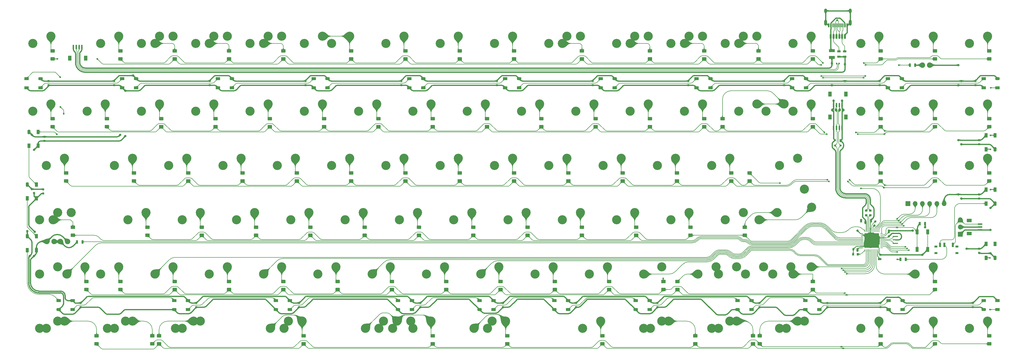
<source format=gbr>
%TF.GenerationSoftware,KiCad,Pcbnew,(6.0.6)*%
%TF.CreationDate,2022-09-06T18:10:03+07:00*%
%TF.ProjectId,solderCurved,736f6c64-6572-4437-9572-7665642e6b69,rev?*%
%TF.SameCoordinates,Original*%
%TF.FileFunction,Copper,L2,Bot*%
%TF.FilePolarity,Positive*%
%FSLAX46Y46*%
G04 Gerber Fmt 4.6, Leading zero omitted, Abs format (unit mm)*
G04 Created by KiCad (PCBNEW (6.0.6)) date 2022-09-06 18:10:03*
%MOMM*%
%LPD*%
G01*
G04 APERTURE LIST*
G04 Aperture macros list*
%AMRoundRect*
0 Rectangle with rounded corners*
0 $1 Rounding radius*
0 $2 $3 $4 $5 $6 $7 $8 $9 X,Y pos of 4 corners*
0 Add a 4 corners polygon primitive as box body*
4,1,4,$2,$3,$4,$5,$6,$7,$8,$9,$2,$3,0*
0 Add four circle primitives for the rounded corners*
1,1,$1+$1,$2,$3*
1,1,$1+$1,$4,$5*
1,1,$1+$1,$6,$7*
1,1,$1+$1,$8,$9*
0 Add four rect primitives between the rounded corners*
20,1,$1+$1,$2,$3,$4,$5,0*
20,1,$1+$1,$4,$5,$6,$7,0*
20,1,$1+$1,$6,$7,$8,$9,0*
20,1,$1+$1,$8,$9,$2,$3,0*%
G04 Aperture macros list end*
%TA.AperFunction,SMDPad,CuDef*%
%ADD10C,3.200000*%
%TD*%
%TA.AperFunction,ComponentPad*%
%ADD11C,2.400000*%
%TD*%
%TA.AperFunction,ComponentPad*%
%ADD12C,1.905000*%
%TD*%
%TA.AperFunction,ComponentPad*%
%ADD13C,1.000000*%
%TD*%
%TA.AperFunction,ComponentPad*%
%ADD14O,1.000000X1.000000*%
%TD*%
%TA.AperFunction,ComponentPad*%
%ADD15O,0.700000X1.800000*%
%TD*%
%TA.AperFunction,ComponentPad*%
%ADD16C,0.500000*%
%TD*%
%TA.AperFunction,ComponentPad*%
%ADD17R,1.700000X1.700000*%
%TD*%
%TA.AperFunction,ComponentPad*%
%ADD18O,1.700000X1.700000*%
%TD*%
%TA.AperFunction,ComponentPad*%
%ADD19O,1.000000X2.100000*%
%TD*%
%TA.AperFunction,ComponentPad*%
%ADD20O,1.000000X1.600000*%
%TD*%
%TA.AperFunction,SMDPad,CuDef*%
%ADD21R,0.700000X1.300000*%
%TD*%
%TA.AperFunction,SMDPad,CuDef*%
%ADD22R,0.950000X0.800000*%
%TD*%
%TA.AperFunction,SMDPad,CuDef*%
%ADD23RoundRect,0.240000X0.560000X-0.360000X0.560000X0.360000X-0.560000X0.360000X-0.560000X-0.360000X0*%
%TD*%
%TA.AperFunction,SMDPad,CuDef*%
%ADD24R,0.700000X1.000000*%
%TD*%
%TA.AperFunction,SMDPad,CuDef*%
%ADD25R,0.700000X0.600000*%
%TD*%
%TA.AperFunction,SMDPad,CuDef*%
%ADD26R,1.200000X1.800000*%
%TD*%
%TA.AperFunction,SMDPad,CuDef*%
%ADD27R,0.600000X1.550000*%
%TD*%
%TA.AperFunction,SMDPad,CuDef*%
%ADD28R,2.030000X1.140000*%
%TD*%
%TA.AperFunction,SMDPad,CuDef*%
%ADD29R,1.500000X1.000000*%
%TD*%
%TA.AperFunction,SMDPad,CuDef*%
%ADD30RoundRect,0.250000X-0.500000X-0.250000X0.500000X-0.250000X0.500000X0.250000X-0.500000X0.250000X0*%
%TD*%
%TA.AperFunction,SMDPad,CuDef*%
%ADD31RoundRect,0.250000X0.500000X0.250000X-0.500000X0.250000X-0.500000X-0.250000X0.500000X-0.250000X0*%
%TD*%
%TA.AperFunction,SMDPad,CuDef*%
%ADD32R,1.000000X1.500000*%
%TD*%
%TA.AperFunction,SMDPad,CuDef*%
%ADD33RoundRect,0.250000X-0.250000X0.500000X-0.250000X-0.500000X0.250000X-0.500000X0.250000X0.500000X0*%
%TD*%
%TA.AperFunction,SMDPad,CuDef*%
%ADD34RoundRect,0.250000X0.250000X-0.500000X0.250000X0.500000X-0.250000X0.500000X-0.250000X-0.500000X0*%
%TD*%
%TA.AperFunction,SMDPad,CuDef*%
%ADD35R,0.800000X0.750000*%
%TD*%
%TA.AperFunction,SMDPad,CuDef*%
%ADD36R,0.750000X0.800000*%
%TD*%
%TA.AperFunction,SMDPad,CuDef*%
%ADD37R,0.800000X0.950000*%
%TD*%
%TA.AperFunction,SMDPad,CuDef*%
%ADD38R,1.100000X1.800000*%
%TD*%
%TA.AperFunction,SMDPad,CuDef*%
%ADD39RoundRect,0.062500X-0.062500X0.375000X-0.062500X-0.375000X0.062500X-0.375000X0.062500X0.375000X0*%
%TD*%
%TA.AperFunction,SMDPad,CuDef*%
%ADD40RoundRect,0.062500X-0.375000X0.062500X-0.375000X-0.062500X0.375000X-0.062500X0.375000X0.062500X0*%
%TD*%
%TA.AperFunction,SMDPad,CuDef*%
%ADD41R,5.150000X5.150000*%
%TD*%
%TA.AperFunction,SMDPad,CuDef*%
%ADD42R,1.900000X0.400000*%
%TD*%
%TA.AperFunction,SMDPad,CuDef*%
%ADD43R,1.800000X1.200000*%
%TD*%
%TA.AperFunction,SMDPad,CuDef*%
%ADD44R,1.550000X0.600000*%
%TD*%
%TA.AperFunction,SMDPad,CuDef*%
%ADD45R,0.600000X1.450000*%
%TD*%
%TA.AperFunction,SMDPad,CuDef*%
%ADD46R,0.300000X1.450000*%
%TD*%
%TA.AperFunction,SMDPad,CuDef*%
%ADD47R,1.300000X0.700000*%
%TD*%
%TA.AperFunction,SMDPad,CuDef*%
%ADD48R,1.000000X0.800000*%
%TD*%
%TA.AperFunction,SMDPad,CuDef*%
%ADD49R,0.700000X1.500000*%
%TD*%
%TA.AperFunction,ViaPad*%
%ADD50C,0.600000*%
%TD*%
%TA.AperFunction,ViaPad*%
%ADD51C,0.800000*%
%TD*%
%TA.AperFunction,Conductor*%
%ADD52C,0.400000*%
%TD*%
%TA.AperFunction,Conductor*%
%ADD53C,0.200000*%
%TD*%
%TA.AperFunction,Conductor*%
%ADD54C,0.250000*%
%TD*%
G04 APERTURE END LIST*
D10*
%TO.P,MX1,1,COL*%
%TO.N,Col0*%
X20002500Y-21272500D03*
D11*
X20002500Y-21272500D03*
D10*
%TO.P,MX1,2,ROW*%
%TO.N,Net-(D1-Pad2)*%
X26352500Y-18732500D03*
D11*
X26352500Y-18732500D03*
%TD*%
D10*
%TO.P,MX9,1,COL*%
%TO.N,Col0*%
X43815000Y-21272500D03*
D11*
X43815000Y-21272500D03*
%TO.P,MX9,2,ROW*%
%TO.N,Net-(D7-Pad2)*%
X50165000Y-18732500D03*
D10*
X50165000Y-18732500D03*
%TD*%
D11*
%TO.P,MX15,1,COL*%
%TO.N,Net-(D13-Pad2)*%
X62865000Y-21272500D03*
D10*
X62865000Y-21272500D03*
D11*
%TO.P,MX15,2,ROW*%
%TO.N,Col1*%
X69215000Y-18732500D03*
D10*
X69215000Y-18732500D03*
%TD*%
D11*
%TO.P,MX21,1,COL*%
%TO.N,Net-(D19-Pad2)*%
X81915000Y-21272500D03*
D10*
X81915000Y-21272500D03*
%TO.P,MX21,2,ROW*%
%TO.N,Col1*%
X88265000Y-18732500D03*
D11*
X88265000Y-18732500D03*
%TD*%
%TO.P,MX26,1,COL*%
%TO.N,Net-(D24-Pad2)*%
X100965000Y-21272500D03*
D10*
X100965000Y-21272500D03*
D11*
%TO.P,MX26,2,ROW*%
%TO.N,Col2*%
X107315000Y-18732500D03*
D10*
X107315000Y-18732500D03*
%TD*%
%TO.P,MX31,1,COL*%
%TO.N,Col2*%
X124777500Y-21272500D03*
D11*
X124777500Y-21272500D03*
D10*
%TO.P,MX31,2,ROW*%
%TO.N,Net-(D29-Pad2)*%
X131127500Y-18732500D03*
D11*
X131127500Y-18732500D03*
%TD*%
D10*
%TO.P,MX36,1,COL*%
%TO.N,Col3*%
X143827500Y-21272500D03*
D11*
X143827500Y-21272500D03*
%TO.P,MX36,2,ROW*%
%TO.N,Net-(D34-Pad2)*%
X150177500Y-18732500D03*
D10*
X150177500Y-18732500D03*
%TD*%
%TO.P,MX41,1,COL*%
%TO.N,Col3*%
X162877500Y-21272500D03*
D11*
X162877500Y-21272500D03*
%TO.P,MX41,2,ROW*%
%TO.N,Net-(D39-Pad2)*%
X169227500Y-18732500D03*
D10*
X169227500Y-18732500D03*
%TD*%
D11*
%TO.P,MX47,1,COL*%
%TO.N,Col4*%
X181927500Y-21272500D03*
D10*
X181927500Y-21272500D03*
%TO.P,MX47,2,ROW*%
%TO.N,Net-(D45-Pad2)*%
X188277500Y-18732500D03*
D11*
X188277500Y-18732500D03*
%TD*%
D10*
%TO.P,MX52,1,COL*%
%TO.N,Net-(D50-Pad2)*%
X205740000Y-21272500D03*
D11*
X205740000Y-21272500D03*
D10*
%TO.P,MX52,2,ROW*%
%TO.N,Col5*%
X212090000Y-18732500D03*
D11*
X212090000Y-18732500D03*
%TD*%
D10*
%TO.P,MX57,1,COL*%
%TO.N,Col5*%
X224790000Y-21272500D03*
D11*
X224790000Y-21272500D03*
D10*
%TO.P,MX57,2,ROW*%
%TO.N,Net-(D55-Pad2)*%
X231140000Y-18732500D03*
D11*
X231140000Y-18732500D03*
%TD*%
%TO.P,MX62,1,COL*%
%TO.N,Col6*%
X243840000Y-21272500D03*
D10*
X243840000Y-21272500D03*
D11*
%TO.P,MX62,2,ROW*%
%TO.N,Net-(D60-Pad2)*%
X250190000Y-18732500D03*
D10*
X250190000Y-18732500D03*
%TD*%
D11*
%TO.P,MX67,1,COL*%
%TO.N,Col6*%
X262890000Y-21272500D03*
D10*
X262890000Y-21272500D03*
D11*
%TO.P,MX67,2,ROW*%
%TO.N,Net-(D65-Pad2)*%
X269240000Y-18732500D03*
D10*
X269240000Y-18732500D03*
%TD*%
D11*
%TO.P,MX73,1,COL*%
%TO.N,Col7*%
X286702500Y-21272500D03*
D10*
X286702500Y-21272500D03*
%TO.P,MX73,2,ROW*%
%TO.N,Net-(D70-Pad2)*%
X293052500Y-18732500D03*
D11*
X293052500Y-18732500D03*
%TD*%
%TO.P,MX84,1,COL*%
%TO.N,Col7*%
X310515000Y-21272500D03*
D10*
X310515000Y-21272500D03*
D11*
%TO.P,MX84,2,ROW*%
%TO.N,Net-(D78-Pad2)*%
X316865000Y-18732500D03*
D10*
X316865000Y-18732500D03*
%TD*%
D11*
%TO.P,MX88,1,COL*%
%TO.N,Col8*%
X329565000Y-21272500D03*
D10*
X329565000Y-21272500D03*
%TO.P,MX88,2,ROW*%
%TO.N,Net-(D82-Pad2)*%
X335915000Y-18732500D03*
D11*
X335915000Y-18732500D03*
%TD*%
D10*
%TO.P,MX93,1,COL*%
%TO.N,Col8*%
X348615000Y-21272500D03*
D11*
X348615000Y-21272500D03*
D10*
%TO.P,MX93,2,ROW*%
%TO.N,Net-(D87-Pad2)*%
X354965000Y-18732500D03*
D11*
X354965000Y-18732500D03*
%TD*%
D10*
%TO.P,MX2,1,COL*%
%TO.N,Col0*%
X20002500Y-45085000D03*
D11*
X20002500Y-45085000D03*
D10*
%TO.P,MX2,2,ROW*%
%TO.N,Net-(D2-Pad2)*%
X26352500Y-42545000D03*
D11*
X26352500Y-42545000D03*
%TD*%
%TO.P,MX10,1,COL*%
%TO.N,Col0*%
X39052500Y-45085000D03*
D10*
X39052500Y-45085000D03*
%TO.P,MX10,2,ROW*%
%TO.N,Net-(D8-Pad2)*%
X45402500Y-42545000D03*
D11*
X45402500Y-42545000D03*
%TD*%
D10*
%TO.P,MX16,1,COL*%
%TO.N,Col1*%
X58102500Y-45085000D03*
D11*
X58102500Y-45085000D03*
D10*
%TO.P,MX16,2,ROW*%
%TO.N,Net-(D14-Pad2)*%
X64452500Y-42545000D03*
D11*
X64452500Y-42545000D03*
%TD*%
%TO.P,MX22,1,COL*%
%TO.N,Col1*%
X77152500Y-45085000D03*
D10*
X77152500Y-45085000D03*
D11*
%TO.P,MX22,2,ROW*%
%TO.N,Net-(D20-Pad2)*%
X83502500Y-42545000D03*
D10*
X83502500Y-42545000D03*
%TD*%
D11*
%TO.P,MX27,1,COL*%
%TO.N,Col2*%
X96202500Y-45085000D03*
D10*
X96202500Y-45085000D03*
D11*
%TO.P,MX27,2,ROW*%
%TO.N,Net-(D25-Pad2)*%
X102552500Y-42545000D03*
D10*
X102552500Y-42545000D03*
%TD*%
%TO.P,MX32,1,COL*%
%TO.N,Col2*%
X115252500Y-45085000D03*
D11*
X115252500Y-45085000D03*
%TO.P,MX32,2,ROW*%
%TO.N,Net-(D30-Pad2)*%
X121602500Y-42545000D03*
D10*
X121602500Y-42545000D03*
%TD*%
%TO.P,MX37,1,COL*%
%TO.N,Col3*%
X134302500Y-45085000D03*
D11*
X134302500Y-45085000D03*
%TO.P,MX37,2,ROW*%
%TO.N,Net-(D35-Pad2)*%
X140652500Y-42545000D03*
D10*
X140652500Y-42545000D03*
%TD*%
D11*
%TO.P,MX42,1,COL*%
%TO.N,Col3*%
X153352500Y-45085000D03*
D10*
X153352500Y-45085000D03*
%TO.P,MX42,2,ROW*%
%TO.N,Net-(D40-Pad2)*%
X159702500Y-42545000D03*
D11*
X159702500Y-42545000D03*
%TD*%
%TO.P,MX48,1,COL*%
%TO.N,Col4*%
X172402500Y-45085000D03*
D10*
X172402500Y-45085000D03*
D11*
%TO.P,MX48,2,ROW*%
%TO.N,Net-(D46-Pad2)*%
X178752500Y-42545000D03*
D10*
X178752500Y-42545000D03*
%TD*%
%TO.P,MX53,1,COL*%
%TO.N,Col4*%
X191452500Y-45085000D03*
D11*
X191452500Y-45085000D03*
D10*
%TO.P,MX53,2,ROW*%
%TO.N,Net-(D51-Pad2)*%
X197802500Y-42545000D03*
D11*
X197802500Y-42545000D03*
%TD*%
D10*
%TO.P,MX58,1,COL*%
%TO.N,Col5*%
X210502500Y-45085000D03*
D11*
X210502500Y-45085000D03*
D10*
%TO.P,MX58,2,ROW*%
%TO.N,Net-(D56-Pad2)*%
X216852500Y-42545000D03*
D11*
X216852500Y-42545000D03*
%TD*%
D10*
%TO.P,MX63,1,COL*%
%TO.N,Col5*%
X229552500Y-45085000D03*
D11*
X229552500Y-45085000D03*
D10*
%TO.P,MX63,2,ROW*%
%TO.N,Net-(D61-Pad2)*%
X235902500Y-42545000D03*
D11*
X235902500Y-42545000D03*
%TD*%
%TO.P,MX68,1,COL*%
%TO.N,Col6*%
X248602500Y-45085000D03*
D10*
X248602500Y-45085000D03*
%TO.P,MX68,2,ROW*%
%TO.N,Net-(D66-Pad2)*%
X254952500Y-42545000D03*
D11*
X254952500Y-42545000D03*
%TD*%
%TO.P,MX74,1,COL*%
%TO.N,Col6*%
X267652500Y-45085000D03*
D10*
X267652500Y-45085000D03*
%TO.P,MX74,2,ROW*%
%TO.N,Net-(D71-Pad2)*%
X274002500Y-42545000D03*
D11*
X274002500Y-42545000D03*
%TD*%
D10*
%TO.P,MX82,1,COL*%
%TO.N,Col7*%
X286702500Y-45085000D03*
D11*
X286702500Y-45085000D03*
D10*
%TO.P,MX82,2,ROW*%
%TO.N,Net-(D76-Pad2)*%
X293052500Y-42545000D03*
D11*
X293052500Y-42545000D03*
%TD*%
D10*
%TO.P,MX85,1,COL*%
%TO.N,Col7*%
X310515000Y-45085000D03*
D11*
X310515000Y-45085000D03*
%TO.P,MX85,2,ROW*%
%TO.N,Net-(D79-Pad2)*%
X316865000Y-42545000D03*
D10*
X316865000Y-42545000D03*
%TD*%
%TO.P,MX89,1,COL*%
%TO.N,Col8*%
X329565000Y-45085000D03*
D11*
X329565000Y-45085000D03*
D10*
%TO.P,MX89,2,ROW*%
%TO.N,Net-(D83-Pad2)*%
X335915000Y-42545000D03*
D11*
X335915000Y-42545000D03*
%TD*%
%TO.P,MX94,1,COL*%
%TO.N,Col8*%
X348615000Y-45085000D03*
D10*
X348615000Y-45085000D03*
D11*
%TO.P,MX94,2,ROW*%
%TO.N,Net-(D88-Pad2)*%
X354965000Y-42545000D03*
D10*
X354965000Y-42545000D03*
%TD*%
D11*
%TO.P,MX3,1,COL*%
%TO.N,Col0*%
X24765000Y-64135000D03*
D10*
X24765000Y-64135000D03*
%TO.P,MX3,2,ROW*%
%TO.N,Net-(D3-Pad2)*%
X31115000Y-61595000D03*
D11*
X31115000Y-61595000D03*
%TD*%
D10*
%TO.P,MX11,1,COL*%
%TO.N,Col0*%
X48577500Y-64135000D03*
D11*
X48577500Y-64135000D03*
%TO.P,MX11,2,ROW*%
%TO.N,Net-(D9-Pad2)*%
X54927500Y-61595000D03*
D10*
X54927500Y-61595000D03*
%TD*%
D11*
%TO.P,MX17,1,COL*%
%TO.N,Col1*%
X67627500Y-64135000D03*
D10*
X67627500Y-64135000D03*
%TO.P,MX17,2,ROW*%
%TO.N,Net-(D15-Pad2)*%
X73977500Y-61595000D03*
D11*
X73977500Y-61595000D03*
%TD*%
%TO.P,MX23,1,COL*%
%TO.N,Col1*%
X86677500Y-64135000D03*
D10*
X86677500Y-64135000D03*
D11*
%TO.P,MX23,2,ROW*%
%TO.N,Net-(D21-Pad2)*%
X93027500Y-61595000D03*
D10*
X93027500Y-61595000D03*
%TD*%
%TO.P,MX28,1,COL*%
%TO.N,Col2*%
X105727500Y-64135000D03*
D11*
X105727500Y-64135000D03*
%TO.P,MX28,2,ROW*%
%TO.N,Net-(D26-Pad2)*%
X112077500Y-61595000D03*
D10*
X112077500Y-61595000D03*
%TD*%
D11*
%TO.P,MX33,1,COL*%
%TO.N,Col2*%
X124777500Y-64135000D03*
D10*
X124777500Y-64135000D03*
%TO.P,MX33,2,ROW*%
%TO.N,Net-(D31-Pad2)*%
X131127500Y-61595000D03*
D11*
X131127500Y-61595000D03*
%TD*%
D10*
%TO.P,MX38,1,COL*%
%TO.N,Col3*%
X143827500Y-64135000D03*
D11*
X143827500Y-64135000D03*
D10*
%TO.P,MX38,2,ROW*%
%TO.N,Net-(D36-Pad2)*%
X150177500Y-61595000D03*
D11*
X150177500Y-61595000D03*
%TD*%
D10*
%TO.P,MX43,1,COL*%
%TO.N,Col3*%
X162877500Y-64135000D03*
D11*
X162877500Y-64135000D03*
%TO.P,MX43,2,ROW*%
%TO.N,Net-(D41-Pad2)*%
X169227500Y-61595000D03*
D10*
X169227500Y-61595000D03*
%TD*%
%TO.P,MX49,1,COL*%
%TO.N,Col4*%
X181927500Y-64135000D03*
D11*
X181927500Y-64135000D03*
D10*
%TO.P,MX49,2,ROW*%
%TO.N,Net-(D47-Pad2)*%
X188277500Y-61595000D03*
D11*
X188277500Y-61595000D03*
%TD*%
D10*
%TO.P,MX54,1,COL*%
%TO.N,Col4*%
X200977500Y-64135000D03*
D11*
X200977500Y-64135000D03*
%TO.P,MX54,2,ROW*%
%TO.N,Net-(D52-Pad2)*%
X207327500Y-61595000D03*
D10*
X207327500Y-61595000D03*
%TD*%
D11*
%TO.P,MX59,1,COL*%
%TO.N,Col5*%
X220027500Y-64135000D03*
D10*
X220027500Y-64135000D03*
D11*
%TO.P,MX59,2,ROW*%
%TO.N,Net-(D57-Pad2)*%
X226377500Y-61595000D03*
D10*
X226377500Y-61595000D03*
%TD*%
D11*
%TO.P,MX64,1,COL*%
%TO.N,Col5*%
X239077500Y-64135000D03*
D10*
X239077500Y-64135000D03*
%TO.P,MX64,2,ROW*%
%TO.N,Net-(D62-Pad2)*%
X245427500Y-61595000D03*
D11*
X245427500Y-61595000D03*
%TD*%
%TO.P,MX69,1,COL*%
%TO.N,Col6*%
X258127500Y-64135000D03*
D10*
X258127500Y-64135000D03*
D11*
%TO.P,MX69,2,ROW*%
%TO.N,Net-(D67-Pad2)*%
X264477500Y-61595000D03*
D10*
X264477500Y-61595000D03*
%TD*%
D11*
%TO.P,MX8,1,COL*%
%TO.N,Net-(D4-Pad2)*%
X27146250Y-83185000D03*
D10*
X27146250Y-83185000D03*
D11*
%TO.P,MX8,2,ROW*%
%TO.N,Col0*%
X33496250Y-80645000D03*
D10*
X33496250Y-80645000D03*
%TD*%
%TO.P,MX12,1,COL*%
%TO.N,Col0*%
X53340000Y-83185000D03*
D11*
X53340000Y-83185000D03*
%TO.P,MX12,2,ROW*%
%TO.N,Net-(D10-Pad2)*%
X59690000Y-80645000D03*
D10*
X59690000Y-80645000D03*
%TD*%
D11*
%TO.P,MX18,1,COL*%
%TO.N,Col1*%
X72390000Y-83185000D03*
D10*
X72390000Y-83185000D03*
D11*
%TO.P,MX18,2,ROW*%
%TO.N,Net-(D16-Pad2)*%
X78740000Y-80645000D03*
D10*
X78740000Y-80645000D03*
%TD*%
%TO.P,MX24,1,COL*%
%TO.N,Col1*%
X91440000Y-83185000D03*
D11*
X91440000Y-83185000D03*
D10*
%TO.P,MX24,2,ROW*%
%TO.N,Net-(D22-Pad2)*%
X97790000Y-80645000D03*
D11*
X97790000Y-80645000D03*
%TD*%
%TO.P,MX29,1,COL*%
%TO.N,Col2*%
X110490000Y-83185000D03*
D10*
X110490000Y-83185000D03*
%TO.P,MX29,2,ROW*%
%TO.N,Net-(D27-Pad2)*%
X116840000Y-80645000D03*
D11*
X116840000Y-80645000D03*
%TD*%
D10*
%TO.P,MX34,1,COL*%
%TO.N,Col2*%
X129540000Y-83185000D03*
D11*
X129540000Y-83185000D03*
D10*
%TO.P,MX34,2,ROW*%
%TO.N,Net-(D32-Pad2)*%
X135890000Y-80645000D03*
D11*
X135890000Y-80645000D03*
%TD*%
%TO.P,MX39,1,COL*%
%TO.N,Col3*%
X148590000Y-83185000D03*
D10*
X148590000Y-83185000D03*
%TO.P,MX39,2,ROW*%
%TO.N,Net-(D37-Pad2)*%
X154940000Y-80645000D03*
D11*
X154940000Y-80645000D03*
%TD*%
%TO.P,MX44,1,COL*%
%TO.N,Col3*%
X167640000Y-83185000D03*
D10*
X167640000Y-83185000D03*
%TO.P,MX44,2,ROW*%
%TO.N,Net-(D42-Pad2)*%
X173990000Y-80645000D03*
D11*
X173990000Y-80645000D03*
%TD*%
%TO.P,MX50,1,COL*%
%TO.N,Col4*%
X186690000Y-83185000D03*
D10*
X186690000Y-83185000D03*
%TO.P,MX50,2,ROW*%
%TO.N,Net-(D48-Pad2)*%
X193040000Y-80645000D03*
D11*
X193040000Y-80645000D03*
%TD*%
%TO.P,MX55,1,COL*%
%TO.N,Col4*%
X205740000Y-83185000D03*
D10*
X205740000Y-83185000D03*
D11*
%TO.P,MX55,2,ROW*%
%TO.N,Net-(D53-Pad2)*%
X212090000Y-80645000D03*
D10*
X212090000Y-80645000D03*
%TD*%
%TO.P,MX60,1,COL*%
%TO.N,Col5*%
X224790000Y-83185000D03*
D11*
X224790000Y-83185000D03*
%TO.P,MX60,2,ROW*%
%TO.N,Net-(D58-Pad2)*%
X231140000Y-80645000D03*
D10*
X231140000Y-80645000D03*
%TD*%
D11*
%TO.P,MX65,1,COL*%
%TO.N,Col5*%
X243840000Y-83185000D03*
D10*
X243840000Y-83185000D03*
D11*
%TO.P,MX65,2,ROW*%
%TO.N,Net-(D63-Pad2)*%
X250190000Y-80645000D03*
D10*
X250190000Y-80645000D03*
%TD*%
%TO.P,MX5,1,COL*%
%TO.N,Col0*%
X22383750Y-102235000D03*
D11*
X22383750Y-102235000D03*
%TO.P,MX5,2,ROW*%
%TO.N,Net-(D5-Pad2)*%
X28733750Y-99695000D03*
D10*
X28733750Y-99695000D03*
%TD*%
%TO.P,MX13,1,COL*%
%TO.N,Col0*%
X43815000Y-102235000D03*
D11*
X43815000Y-102235000D03*
D10*
%TO.P,MX13,2,ROW*%
%TO.N,Net-(D11-Pad2)*%
X50165000Y-99695000D03*
D11*
X50165000Y-99695000D03*
%TD*%
%TO.P,MX19,1,COL*%
%TO.N,Col1*%
X62865000Y-102235000D03*
D10*
X62865000Y-102235000D03*
%TO.P,MX19,2,ROW*%
%TO.N,Net-(D17-Pad2)*%
X69215000Y-99695000D03*
D11*
X69215000Y-99695000D03*
%TD*%
%TO.P,MX25,1,COL*%
%TO.N,Col1*%
X81915000Y-102235000D03*
D10*
X81915000Y-102235000D03*
D11*
%TO.P,MX25,2,ROW*%
%TO.N,Net-(D23-Pad2)*%
X88265000Y-99695000D03*
D10*
X88265000Y-99695000D03*
%TD*%
%TO.P,MX30,1,COL*%
%TO.N,Col2*%
X100965000Y-102235000D03*
D11*
X100965000Y-102235000D03*
%TO.P,MX30,2,ROW*%
%TO.N,Net-(D28-Pad2)*%
X107315000Y-99695000D03*
D10*
X107315000Y-99695000D03*
%TD*%
D11*
%TO.P,MX35,1,COL*%
%TO.N,Col2*%
X120015000Y-102235000D03*
D10*
X120015000Y-102235000D03*
%TO.P,MX35,2,ROW*%
%TO.N,Net-(D33-Pad2)*%
X126365000Y-99695000D03*
D11*
X126365000Y-99695000D03*
%TD*%
%TO.P,MX40,1,COL*%
%TO.N,Col3*%
X139065000Y-102235000D03*
D10*
X139065000Y-102235000D03*
D11*
%TO.P,MX40,2,ROW*%
%TO.N,Net-(D38-Pad2)*%
X145415000Y-99695000D03*
D10*
X145415000Y-99695000D03*
%TD*%
D11*
%TO.P,MX45,1,COL*%
%TO.N,Col3*%
X158115000Y-102235000D03*
D10*
X158115000Y-102235000D03*
D11*
%TO.P,MX45,2,ROW*%
%TO.N,Net-(D43-Pad2)*%
X164465000Y-99695000D03*
D10*
X164465000Y-99695000D03*
%TD*%
%TO.P,MX51,1,COL*%
%TO.N,Col4*%
X177165000Y-102235000D03*
D11*
X177165000Y-102235000D03*
%TO.P,MX51,2,ROW*%
%TO.N,Net-(D49-Pad2)*%
X183515000Y-99695000D03*
D10*
X183515000Y-99695000D03*
%TD*%
%TO.P,MX56,1,COL*%
%TO.N,Col4*%
X196215000Y-102235000D03*
D11*
X196215000Y-102235000D03*
%TO.P,MX56,2,ROW*%
%TO.N,Net-(D54-Pad2)*%
X202565000Y-99695000D03*
D10*
X202565000Y-99695000D03*
%TD*%
D11*
%TO.P,MX61,1,COL*%
%TO.N,Col5*%
X215265000Y-102235000D03*
D10*
X215265000Y-102235000D03*
D11*
%TO.P,MX61,2,ROW*%
%TO.N,Net-(D59-Pad2)*%
X221615000Y-99695000D03*
D10*
X221615000Y-99695000D03*
%TD*%
D11*
%TO.P,MX66,1,COL*%
%TO.N,Col5*%
X234315000Y-102235000D03*
D10*
X234315000Y-102235000D03*
D11*
%TO.P,MX66,2,ROW*%
%TO.N,Net-(D64-Pad2)*%
X240665000Y-99695000D03*
D10*
X240665000Y-99695000D03*
%TD*%
D11*
%TO.P,MX70,1,COL*%
%TO.N,Col6*%
X260508750Y-102235000D03*
D10*
X260508750Y-102235000D03*
%TO.P,MX70,2,ROW*%
%TO.N,Net-(D68-Pad2)*%
X266858750Y-99695000D03*
D11*
X266858750Y-99695000D03*
%TD*%
D10*
%TO.P,MX78,1,COL*%
%TO.N,Net-(D74-Pad2)*%
X286702500Y-102235000D03*
D11*
X286702500Y-102235000D03*
%TO.P,MX78,2,ROW*%
%TO.N,Col6*%
X293052500Y-99695000D03*
D10*
X293052500Y-99695000D03*
%TD*%
D11*
%TO.P,MX91,1,COL*%
%TO.N,Col8*%
X329565000Y-102235000D03*
D10*
X329565000Y-102235000D03*
D11*
%TO.P,MX91,2,ROW*%
%TO.N,Net-(D85-Pad2)*%
X335915000Y-99695000D03*
D10*
X335915000Y-99695000D03*
%TD*%
%TO.P,MX7,1,COL*%
%TO.N,Col0*%
X24765000Y-121285000D03*
D11*
X24765000Y-121285000D03*
D10*
%TO.P,MX7,2,ROW*%
%TO.N,Net-(D6-Pad2)*%
X31115000Y-118745000D03*
D11*
X31115000Y-118745000D03*
%TD*%
%TO.P,MX14,1,COL*%
%TO.N,Col0*%
X48577500Y-121285000D03*
D10*
X48577500Y-121285000D03*
%TO.P,MX14,2,ROW*%
%TO.N,Net-(D12-Pad2)*%
X54927500Y-118745000D03*
D11*
X54927500Y-118745000D03*
%TD*%
D10*
%TO.P,MX46,1,COL*%
%TO.N,Col3*%
X153352500Y-121285000D03*
D11*
X153352500Y-121285000D03*
D10*
%TO.P,MX46,2,ROW*%
%TO.N,Net-(D44-Pad2)*%
X159702500Y-118745000D03*
D11*
X159702500Y-118745000D03*
%TD*%
%TO.P,MX87,1,COL*%
%TO.N,Col7*%
X310515000Y-121285000D03*
D10*
X310515000Y-121285000D03*
%TO.P,MX87,2,ROW*%
%TO.N,Net-(D81-Pad2)*%
X316865000Y-118745000D03*
D11*
X316865000Y-118745000D03*
%TD*%
%TO.P,MX92,1,COL*%
%TO.N,Col8*%
X329565000Y-121285000D03*
D10*
X329565000Y-121285000D03*
%TO.P,MX92,2,ROW*%
%TO.N,Net-(D86-Pad2)*%
X335915000Y-118745000D03*
D11*
X335915000Y-118745000D03*
%TD*%
D10*
%TO.P,MX96,1,COL*%
%TO.N,Col8*%
X348615000Y-121285000D03*
D11*
X348615000Y-121285000D03*
D10*
%TO.P,MX96,2,ROW*%
%TO.N,Net-(D90-Pad2)*%
X354965000Y-118745000D03*
D11*
X354965000Y-118745000D03*
%TD*%
D10*
%TO.P,MX20,1,COL*%
%TO.N,Col1*%
X72390000Y-121285000D03*
D11*
X72390000Y-121285000D03*
%TO.P,MX20,2,ROW*%
%TO.N,Net-(D18-Pad2)*%
X78740000Y-118745000D03*
D10*
X78740000Y-118745000D03*
%TD*%
D11*
%TO.P,MX72,1,COL*%
%TO.N,Col5*%
X234315000Y-121285000D03*
D10*
X234315000Y-121285000D03*
%TO.P,MX72,2,ROW*%
%TO.N,Net-(D69-Pad2)*%
X240665000Y-118745000D03*
D11*
X240665000Y-118745000D03*
%TD*%
%TO.P,MX79,1,COL*%
%TO.N,Col6*%
X258127500Y-121285000D03*
D10*
X258127500Y-121285000D03*
%TO.P,MX79,2,ROW*%
%TO.N,Net-(D75-Pad2)*%
X264477500Y-118745000D03*
D11*
X264477500Y-118745000D03*
%TD*%
%TO.P,MX83,1,COL*%
%TO.N,Col6*%
X281940000Y-121285000D03*
D10*
X281940000Y-121285000D03*
D11*
%TO.P,MX83,2,ROW*%
%TO.N,Net-(D77-Pad2)*%
X288290000Y-118745000D03*
D10*
X288290000Y-118745000D03*
%TD*%
D11*
%TO.P,MX77,1,COL*%
%TO.N,Col6*%
X274796250Y-83185000D03*
D10*
X274796250Y-83185000D03*
%TO.P,MX77,2,ROW*%
%TO.N,Net-(D73-Pad2)*%
X281146250Y-80645000D03*
D11*
X281146250Y-80645000D03*
%TD*%
%TO.P,MX86,1,COL*%
%TO.N,Col7*%
X310515000Y-64135000D03*
D10*
X310515000Y-64135000D03*
%TO.P,MX86,2,ROW*%
%TO.N,Net-(D80-Pad2)*%
X316865000Y-61595000D03*
D11*
X316865000Y-61595000D03*
%TD*%
%TO.P,MX90,1,COL*%
%TO.N,Col8*%
X329565000Y-64135000D03*
D10*
X329565000Y-64135000D03*
%TO.P,MX90,2,ROW*%
%TO.N,Net-(D84-Pad2)*%
X335915000Y-61595000D03*
D11*
X335915000Y-61595000D03*
%TD*%
D10*
%TO.P,MX95,1,COL*%
%TO.N,Col8*%
X348615000Y-64135000D03*
D11*
X348615000Y-64135000D03*
%TO.P,MX95,2,ROW*%
%TO.N,Net-(D89-Pad2)*%
X354965000Y-61595000D03*
D10*
X354965000Y-61595000D03*
%TD*%
D12*
%TO.P,LED2,1,K*%
%TO.N,Net-(LED2-Pad1)*%
X27463772Y-90805072D03*
%TO.P,LED2,2,A*%
%TO.N,+5V*%
X24923772Y-90805072D03*
%TD*%
%TO.P,LED3,1,K*%
%TO.N,Net-(LED2-Pad1)*%
X29686250Y-90805000D03*
%TO.P,LED3,2,A*%
%TO.N,+5V*%
X32226250Y-90805000D03*
%TD*%
D11*
%TO.P,MX80,1,COL*%
%TO.N,Net-(D72-Pad2)*%
X281940000Y-64135000D03*
D10*
X281940000Y-64135000D03*
D11*
%TO.P,MX80,2,ROW*%
%TO.N,Col6*%
X288290000Y-61595000D03*
D10*
X288290000Y-61595000D03*
%TD*%
%TO.P,MX75,1,COL*%
%TO.N,Col6*%
X277177500Y-45085000D03*
D11*
X277177500Y-45085000D03*
%TO.P,MX75,2,ROW*%
%TO.N,Net-(D71-Pad2)*%
X283527500Y-42545000D03*
D10*
X283527500Y-42545000D03*
%TD*%
%TO.P,MX71,1,COL*%
%TO.N,Col6*%
X270033750Y-102235000D03*
D11*
X270033750Y-102235000D03*
%TO.P,MX71,2,ROW*%
%TO.N,Net-(D68-Pad2)*%
X276383750Y-99695000D03*
D10*
X276383750Y-99695000D03*
%TD*%
D11*
%TO.P,MX6,1,COL*%
%TO.N,Col0*%
X31908750Y-102235000D03*
D10*
X31908750Y-102235000D03*
%TO.P,MX6,2,ROW*%
%TO.N,Net-(D5-Pad2)*%
X38258750Y-99695000D03*
D11*
X38258750Y-99695000D03*
%TD*%
D10*
%TO.P,MX4,1,COL*%
%TO.N,Col0*%
X22383772Y-83185072D03*
D11*
X22383772Y-83185072D03*
D10*
%TO.P,MX4,2,ROW*%
%TO.N,Net-(D4-Pad2)*%
X28733772Y-80645072D03*
D11*
X28733772Y-80645072D03*
%TD*%
D10*
%TO.P,MX81,1,COL*%
%TO.N,Net-(D73-Pad2)*%
X290671492Y-72390064D03*
D11*
X290671492Y-72390064D03*
D10*
%TO.P,MX81,2,ROW*%
%TO.N,Col6*%
X293211492Y-78740064D03*
D11*
X293211492Y-78740064D03*
%TD*%
D10*
%TO.P,MX76,1,COL*%
%TO.N,Col6*%
X262890224Y-83185072D03*
D11*
X262890224Y-83185072D03*
D10*
%TO.P,MX76,2,ROW*%
%TO.N,Net-(D72-Pad2)*%
X269240224Y-80645072D03*
D11*
X269240224Y-80645072D03*
%TD*%
D12*
%TO.P,LED1,1,K*%
%TO.N,Net-(LED1-Pad1)*%
X332105000Y-28892500D03*
%TO.P,LED1,2,A*%
%TO.N,+5V*%
X334645000Y-28892500D03*
%TD*%
D13*
%TO.P,J5,1,Pin_1*%
%TO.N,+5V*%
X300514218Y-44662510D03*
D14*
%TO.P,J5,2,Pin_2*%
%TO.N,DG-*%
X301784218Y-44662510D03*
%TO.P,J5,3,Pin_3*%
%TO.N,DG+*%
X303054218Y-44662510D03*
%TO.P,J5,4,Pin_4*%
%TO.N,GND*%
X304324218Y-44662510D03*
%TD*%
D11*
%TO.P,MX105,1,COL*%
%TO.N,Net-(D55-Pad2)*%
X229552500Y-21272500D03*
D10*
X229552500Y-21272500D03*
D11*
%TO.P,MX105,2,ROW*%
%TO.N,Col5*%
X235902500Y-18732500D03*
D10*
X235902500Y-18732500D03*
%TD*%
D11*
%TO.P,MX107,1,COL*%
%TO.N,Net-(D65-Pad2)*%
X267652500Y-21272500D03*
D10*
X267652500Y-21272500D03*
D11*
%TO.P,MX107,2,ROW*%
%TO.N,Col6*%
X274002500Y-18732500D03*
D10*
X274002500Y-18732500D03*
%TD*%
%TO.P,MX106,1,COL*%
%TO.N,Net-(D60-Pad2)*%
X248602500Y-21272500D03*
D11*
X248602500Y-21272500D03*
D10*
%TO.P,MX106,2,ROW*%
%TO.N,Col6*%
X254952500Y-18732500D03*
D11*
X254952500Y-18732500D03*
%TD*%
D10*
%TO.P,MX104,1,COL*%
%TO.N,Col5*%
X200977500Y-21272500D03*
D11*
X200977500Y-21272500D03*
D10*
%TO.P,MX104,2,ROW*%
%TO.N,Net-(D50-Pad2)*%
X207327500Y-18732500D03*
D11*
X207327500Y-18732500D03*
%TD*%
%TO.P,MX99,1,COL*%
%TO.N,Col2*%
X96202500Y-21272500D03*
D10*
X96202500Y-21272500D03*
%TO.P,MX99,2,ROW*%
%TO.N,Net-(D24-Pad2)*%
X102552500Y-18732500D03*
D11*
X102552500Y-18732500D03*
%TD*%
%TO.P,MX100,1,COL*%
%TO.N,Col2*%
X115252500Y-21272500D03*
D10*
X115252500Y-21272500D03*
%TO.P,MX100,2,ROW*%
%TO.N,Net-(D29-Pad2)*%
X121602500Y-18732500D03*
D11*
X121602500Y-18732500D03*
%TD*%
D10*
%TO.P,MX98,1,COL*%
%TO.N,Col1*%
X77152500Y-21272500D03*
D11*
X77152500Y-21272500D03*
%TO.P,MX98,2,ROW*%
%TO.N,Net-(D19-Pad2)*%
X83502500Y-18732500D03*
D10*
X83502500Y-18732500D03*
%TD*%
D11*
%TO.P,MX97,1,COL*%
%TO.N,Col1*%
X58102500Y-21272500D03*
D10*
X58102500Y-21272500D03*
%TO.P,MX97,2,ROW*%
%TO.N,Net-(D13-Pad2)*%
X64452500Y-18732500D03*
D11*
X64452500Y-18732500D03*
%TD*%
D15*
%TO.P,J8,1,Pin_1*%
%TO.N,VCC*%
X299919218Y-18812510D03*
D16*
X299919218Y-19412510D03*
X299919218Y-18212510D03*
D15*
%TO.P,J8,2,Pin_2*%
%TO.N,AAA*%
X300919218Y-18812510D03*
D16*
X300919218Y-18212510D03*
X300919218Y-19412510D03*
%TO.P,J8,3,Pin_3*%
%TO.N,DG-*%
X301919218Y-18212510D03*
D15*
X301919218Y-18812510D03*
D16*
X301919218Y-19412510D03*
D15*
%TO.P,J8,4,Pin_4*%
%TO.N,DG+*%
X302919218Y-18812510D03*
D16*
X302919218Y-19412510D03*
X302919218Y-18212510D03*
%TO.P,J8,5,Pin_5*%
%TO.N,AAA*%
X303919218Y-18212510D03*
X303919218Y-19412510D03*
D15*
X303919218Y-18812510D03*
D16*
%TO.P,J8,6,Pin_6*%
%TO.N,GND*%
X304919218Y-19412510D03*
D15*
X304919218Y-18812510D03*
D16*
X304919218Y-18212510D03*
%TD*%
D10*
%TO.P,MX119,1,COL*%
%TO.N,Col6*%
X279558724Y-102235048D03*
D11*
X279558724Y-102235048D03*
%TO.P,MX119,2,ROW*%
%TO.N,Net-(D74-Pad2)*%
X285908724Y-99695048D03*
D10*
X285908724Y-99695048D03*
%TD*%
%TO.P,MX120,1,COL*%
%TO.N,Net-(D68-Pad2)*%
X253364952Y-102235048D03*
D11*
X253364952Y-102235048D03*
%TO.P,MX120,2,ROW*%
%TO.N,Col6*%
X259714952Y-99695048D03*
D10*
X259714952Y-99695048D03*
%TD*%
D11*
%TO.P,MX101,1,COL*%
%TO.N,Col0*%
X22383772Y-121285072D03*
D10*
X22383772Y-121285072D03*
D11*
%TO.P,MX101,2,ROW*%
%TO.N,Net-(D6-Pad2)*%
X28733772Y-118745072D03*
D10*
X28733772Y-118745072D03*
%TD*%
D11*
%TO.P,MX102,1,COL*%
%TO.N,Col0*%
X46196272Y-121285072D03*
D10*
X46196272Y-121285072D03*
%TO.P,MX102,2,ROW*%
%TO.N,Net-(D12-Pad2)*%
X52546272Y-118745072D03*
D11*
X52546272Y-118745072D03*
%TD*%
%TO.P,MX103,1,COL*%
%TO.N,Col1*%
X70008772Y-121285072D03*
D10*
X70008772Y-121285072D03*
D11*
%TO.P,MX103,2,ROW*%
%TO.N,Net-(D18-Pad2)*%
X76358772Y-118745072D03*
D10*
X76358772Y-118745072D03*
%TD*%
%TO.P,MX108,1,COL*%
%TO.N,Col3*%
X141446272Y-121285072D03*
D11*
X141446272Y-121285072D03*
D10*
%TO.P,MX108,2,ROW*%
%TO.N,Net-(D44-Pad2)*%
X147796272Y-118745072D03*
D11*
X147796272Y-118745072D03*
%TD*%
D10*
%TO.P,MX109,1,COL*%
%TO.N,Net-(D44-Pad2)*%
X136683772Y-121285072D03*
D11*
X136683772Y-121285072D03*
D10*
%TO.P,MX109,2,ROW*%
%TO.N,Col3*%
X143033772Y-118745072D03*
D11*
X143033772Y-118745072D03*
%TD*%
D10*
%TO.P,MX110,1,COL*%
%TO.N,Col2*%
X108108772Y-121285072D03*
D11*
X108108772Y-121285072D03*
%TO.P,MX110,2,ROW*%
%TO.N,Net-(D92-Pad2)*%
X114458772Y-118745072D03*
D10*
X114458772Y-118745072D03*
%TD*%
D11*
%TO.P,MX111,1,COL*%
%TO.N,Net-(D92-Pad2)*%
X103346272Y-121285072D03*
D10*
X103346272Y-121285072D03*
%TO.P,MX111,2,ROW*%
%TO.N,Col2*%
X109696272Y-118745072D03*
D11*
X109696272Y-118745072D03*
%TD*%
%TO.P,MX112,1,COL*%
%TO.N,Net-(D44-Pad2)*%
X146208772Y-121285072D03*
D10*
X146208772Y-121285072D03*
D11*
%TO.P,MX112,2,ROW*%
%TO.N,Col3*%
X152558772Y-118745072D03*
D10*
X152558772Y-118745072D03*
%TD*%
D11*
%TO.P,MX113,1,COL*%
%TO.N,Col4*%
X179546272Y-121285072D03*
D10*
X179546272Y-121285072D03*
%TO.P,MX113,2,ROW*%
%TO.N,Net-(D93-Pad2)*%
X185896272Y-118745072D03*
D11*
X185896272Y-118745072D03*
%TD*%
%TO.P,MX114,1,COL*%
%TO.N,Net-(D93-Pad2)*%
X174783772Y-121285072D03*
D10*
X174783772Y-121285072D03*
%TO.P,MX114,2,ROW*%
%TO.N,Col4*%
X181133772Y-118745072D03*
D11*
X181133772Y-118745072D03*
%TD*%
D10*
%TO.P,MX115,1,COL*%
%TO.N,Col5*%
X212883772Y-121285072D03*
D11*
X212883772Y-121285072D03*
%TO.P,MX115,2,ROW*%
%TO.N,Net-(D91-Pad2)*%
X219233772Y-118745072D03*
D10*
X219233772Y-118745072D03*
%TD*%
%TO.P,MX116,1,COL*%
%TO.N,Col5*%
X236696272Y-121285072D03*
D11*
X236696272Y-121285072D03*
D10*
%TO.P,MX116,2,ROW*%
%TO.N,Net-(D69-Pad2)*%
X243046272Y-118745072D03*
D11*
X243046272Y-118745072D03*
%TD*%
%TO.P,MX117,1,COL*%
%TO.N,Col6*%
X260508772Y-121285072D03*
D10*
X260508772Y-121285072D03*
%TO.P,MX117,2,ROW*%
%TO.N,Net-(D75-Pad2)*%
X266858772Y-118745072D03*
D11*
X266858772Y-118745072D03*
%TD*%
%TO.P,MX118,1,COL*%
%TO.N,Col6*%
X284321272Y-121285072D03*
D10*
X284321272Y-121285072D03*
%TO.P,MX118,2,ROW*%
%TO.N,Net-(D77-Pad2)*%
X290671272Y-118745072D03*
D11*
X290671272Y-118745072D03*
%TD*%
D17*
%TO.P,J4,1,Pin_1*%
%TO.N,GND*%
X345400000Y-88265000D03*
D18*
%TO.P,J4,2,Pin_2*%
%TO.N,+5V*%
X345400000Y-85725000D03*
%TO.P,J4,3,Pin_3*%
%TO.N,LedBar*%
X345400000Y-83185000D03*
%TD*%
D17*
%TO.P,J10,1,Pin_1*%
%TO.N,GND*%
X327025000Y-77470000D03*
D18*
%TO.P,J10,2,Pin_2*%
%TO.N,RST*%
X329565000Y-77470000D03*
%TO.P,J10,3,Pin_3*%
%TO.N,SCK*%
X332105000Y-77470000D03*
%TO.P,J10,4,Pin_4*%
%TO.N,MOSI*%
X334645000Y-77470000D03*
%TO.P,J10,5,Pin_5*%
%TO.N,MISO*%
X337185000Y-77470000D03*
%TO.P,J10,6,Pin_6*%
%TO.N,+5V*%
X339725000Y-77470000D03*
%TD*%
D19*
%TO.P,USB2,13,SHIELD*%
%TO.N,GND*%
X306755995Y-13989598D03*
D20*
X306755995Y-9809598D03*
X298115995Y-9809598D03*
D19*
X298115995Y-13989598D03*
%TD*%
D21*
%TO.P,R3,1*%
%TO.N,Net-(LED2-Pad1)*%
X35512500Y-90962500D03*
%TO.P,R3,2*%
%TO.N,indicator2*%
X37412500Y-90962500D03*
%TD*%
D22*
%TO.P,R4,1*%
%TO.N,D+*%
X313825000Y-81562500D03*
%TO.P,R4,2*%
%TO.N,DG+*%
X313825000Y-79912500D03*
%TD*%
D23*
%TO.P,D2,1,K*%
%TO.N,MISO*%
X26911500Y-50525000D03*
%TO.P,D2,2,A*%
%TO.N,Net-(D2-Pad2)*%
X26911500Y-47725000D03*
%TD*%
%TO.P,D3,1,K*%
%TO.N,SCK*%
X31674000Y-69575000D03*
%TO.P,D3,2,A*%
%TO.N,Net-(D3-Pad2)*%
X31674000Y-66775000D03*
%TD*%
%TO.P,D4,1,K*%
%TO.N,R6*%
X34055250Y-88625000D03*
%TO.P,D4,2,A*%
%TO.N,Net-(D4-Pad2)*%
X34055250Y-85825000D03*
%TD*%
%TO.P,D5,1,K*%
%TO.N,R8*%
X38817750Y-107675000D03*
%TO.P,D5,2,A*%
%TO.N,Net-(D5-Pad2)*%
X38817750Y-104875000D03*
%TD*%
%TO.P,D6,1,K*%
%TO.N,R10*%
X42389625Y-126725000D03*
%TO.P,D6,2,A*%
%TO.N,Net-(D6-Pad2)*%
X42389625Y-123925000D03*
%TD*%
%TO.P,D7,1,K*%
%TO.N,R1*%
X50724000Y-26712500D03*
%TO.P,D7,2,A*%
%TO.N,Net-(D7-Pad2)*%
X50724000Y-23912500D03*
%TD*%
%TO.P,D8,1,K*%
%TO.N,R3*%
X45961500Y-50525000D03*
%TO.P,D8,2,A*%
%TO.N,Net-(D8-Pad2)*%
X45961500Y-47725000D03*
%TD*%
%TO.P,D9,1,K*%
%TO.N,MOSI*%
X55486500Y-69575000D03*
%TO.P,D9,2,A*%
%TO.N,Net-(D9-Pad2)*%
X55486500Y-66775000D03*
%TD*%
%TO.P,D10,1,K*%
%TO.N,R7*%
X60249000Y-88625000D03*
%TO.P,D10,2,A*%
%TO.N,Net-(D10-Pad2)*%
X60249000Y-85825000D03*
%TD*%
%TO.P,D11,1,K*%
%TO.N,R9*%
X50724000Y-107675000D03*
%TO.P,D11,2,A*%
%TO.N,Net-(D11-Pad2)*%
X50724000Y-104875000D03*
%TD*%
%TO.P,D12,1,K*%
%TO.N,R11*%
X61912553Y-126725000D03*
%TO.P,D12,2,A*%
%TO.N,Net-(D12-Pad2)*%
X61912553Y-123925000D03*
%TD*%
%TO.P,D13,1,K*%
%TO.N,R0*%
X69774000Y-26712500D03*
%TO.P,D13,2,A*%
%TO.N,Net-(D13-Pad2)*%
X69774000Y-23912500D03*
%TD*%
%TO.P,D14,1,K*%
%TO.N,MISO*%
X65011500Y-50525000D03*
%TO.P,D14,2,A*%
%TO.N,Net-(D14-Pad2)*%
X65011500Y-47725000D03*
%TD*%
%TO.P,D15,1,K*%
%TO.N,SCK*%
X74536500Y-69575000D03*
%TO.P,D15,2,A*%
%TO.N,Net-(D15-Pad2)*%
X74536500Y-66775000D03*
%TD*%
%TO.P,D16,1,K*%
%TO.N,R6*%
X79299000Y-88625000D03*
%TO.P,D16,2,A*%
%TO.N,Net-(D16-Pad2)*%
X79299000Y-85825000D03*
%TD*%
%TO.P,D17,1,K*%
%TO.N,R8*%
X69774000Y-107675000D03*
%TO.P,D17,2,A*%
%TO.N,Net-(D17-Pad2)*%
X69774000Y-104875000D03*
%TD*%
%TO.P,D18,1,K*%
%TO.N,R10*%
X64293805Y-126725000D03*
%TO.P,D18,2,A*%
%TO.N,Net-(D18-Pad2)*%
X64293805Y-123925000D03*
%TD*%
%TO.P,D19,1,K*%
%TO.N,R1*%
X88824000Y-26712500D03*
%TO.P,D19,2,A*%
%TO.N,Net-(D19-Pad2)*%
X88824000Y-23912500D03*
%TD*%
%TO.P,D20,1,K*%
%TO.N,R3*%
X84061500Y-50525000D03*
%TO.P,D20,2,A*%
%TO.N,Net-(D20-Pad2)*%
X84061500Y-47725000D03*
%TD*%
%TO.P,D21,1,K*%
%TO.N,MOSI*%
X93586500Y-69575000D03*
%TO.P,D21,2,A*%
%TO.N,Net-(D21-Pad2)*%
X93586500Y-66775000D03*
%TD*%
%TO.P,D22,1,K*%
%TO.N,R7*%
X98349000Y-88625000D03*
%TO.P,D22,2,A*%
%TO.N,Net-(D22-Pad2)*%
X98349000Y-85825000D03*
%TD*%
%TO.P,D23,1,K*%
%TO.N,R9*%
X88824000Y-107675000D03*
%TO.P,D23,2,A*%
%TO.N,Net-(D23-Pad2)*%
X88824000Y-104875000D03*
%TD*%
%TO.P,D24,1,K*%
%TO.N,R0*%
X107874000Y-26712500D03*
%TO.P,D24,2,A*%
%TO.N,Net-(D24-Pad2)*%
X107874000Y-23912500D03*
%TD*%
%TO.P,D25,1,K*%
%TO.N,MISO*%
X103111500Y-50525000D03*
%TO.P,D25,2,A*%
%TO.N,Net-(D25-Pad2)*%
X103111500Y-47725000D03*
%TD*%
%TO.P,D26,1,K*%
%TO.N,SCK*%
X112636500Y-69575000D03*
%TO.P,D26,2,A*%
%TO.N,Net-(D26-Pad2)*%
X112636500Y-66775000D03*
%TD*%
%TO.P,D27,1,K*%
%TO.N,R6*%
X117399000Y-88625000D03*
%TO.P,D27,2,A*%
%TO.N,Net-(D27-Pad2)*%
X117399000Y-85825000D03*
%TD*%
%TO.P,D28,1,K*%
%TO.N,R8*%
X107874000Y-107675000D03*
%TO.P,D28,2,A*%
%TO.N,Net-(D28-Pad2)*%
X107874000Y-104875000D03*
%TD*%
%TO.P,D29,1,K*%
%TO.N,R1*%
X131686500Y-26712500D03*
%TO.P,D29,2,A*%
%TO.N,Net-(D29-Pad2)*%
X131686500Y-23912500D03*
%TD*%
%TO.P,D30,1,K*%
%TO.N,R3*%
X122161500Y-50525000D03*
%TO.P,D30,2,A*%
%TO.N,Net-(D30-Pad2)*%
X122161500Y-47725000D03*
%TD*%
%TO.P,D31,1,K*%
%TO.N,MOSI*%
X131686500Y-69575000D03*
%TO.P,D31,2,A*%
%TO.N,Net-(D31-Pad2)*%
X131686500Y-66775000D03*
%TD*%
%TO.P,D32,1,K*%
%TO.N,R7*%
X136449000Y-88625000D03*
%TO.P,D32,2,A*%
%TO.N,Net-(D32-Pad2)*%
X136449000Y-85825000D03*
%TD*%
%TO.P,D33,1,K*%
%TO.N,R9*%
X126924000Y-107675000D03*
%TO.P,D33,2,A*%
%TO.N,Net-(D33-Pad2)*%
X126924000Y-104875000D03*
%TD*%
%TO.P,D34,1,K*%
%TO.N,R0*%
X150736500Y-26712500D03*
%TO.P,D34,2,A*%
%TO.N,Net-(D34-Pad2)*%
X150736500Y-23912500D03*
%TD*%
%TO.P,D35,1,K*%
%TO.N,MISO*%
X141211500Y-50525000D03*
%TO.P,D35,2,A*%
%TO.N,Net-(D35-Pad2)*%
X141211500Y-47725000D03*
%TD*%
%TO.P,D36,1,K*%
%TO.N,SCK*%
X150736500Y-69575000D03*
%TO.P,D36,2,A*%
%TO.N,Net-(D36-Pad2)*%
X150736500Y-66775000D03*
%TD*%
%TO.P,D37,1,K*%
%TO.N,R6*%
X155499000Y-88625000D03*
%TO.P,D37,2,A*%
%TO.N,Net-(D37-Pad2)*%
X155499000Y-85825000D03*
%TD*%
%TO.P,D38,1,K*%
%TO.N,R8*%
X145974000Y-107675000D03*
%TO.P,D38,2,A*%
%TO.N,Net-(D38-Pad2)*%
X145974000Y-104875000D03*
%TD*%
%TO.P,D39,1,K*%
%TO.N,R1*%
X169786500Y-26712500D03*
%TO.P,D39,2,A*%
%TO.N,Net-(D39-Pad2)*%
X169786500Y-23912500D03*
%TD*%
%TO.P,D40,1,K*%
%TO.N,R3*%
X160261500Y-50525000D03*
%TO.P,D40,2,A*%
%TO.N,Net-(D40-Pad2)*%
X160261500Y-47725000D03*
%TD*%
%TO.P,D41,1,K*%
%TO.N,MOSI*%
X169786500Y-69575000D03*
%TO.P,D41,2,A*%
%TO.N,Net-(D41-Pad2)*%
X169786500Y-66775000D03*
%TD*%
%TO.P,D42,1,K*%
%TO.N,R7*%
X174549000Y-88625000D03*
%TO.P,D42,2,A*%
%TO.N,Net-(D42-Pad2)*%
X174549000Y-85825000D03*
%TD*%
%TO.P,D43,1,K*%
%TO.N,R9*%
X165024000Y-107675000D03*
%TO.P,D43,2,A*%
%TO.N,Net-(D43-Pad2)*%
X165024000Y-104875000D03*
%TD*%
%TO.P,D44,1,K*%
%TO.N,R11*%
X160261500Y-126725000D03*
%TO.P,D44,2,A*%
%TO.N,Net-(D44-Pad2)*%
X160261500Y-123925000D03*
%TD*%
%TO.P,D45,1,K*%
%TO.N,R1*%
X188836500Y-26712500D03*
%TO.P,D45,2,A*%
%TO.N,Net-(D45-Pad2)*%
X188836500Y-23912500D03*
%TD*%
%TO.P,D46,1,K*%
%TO.N,MISO*%
X179311500Y-50525000D03*
%TO.P,D46,2,A*%
%TO.N,Net-(D46-Pad2)*%
X179311500Y-47725000D03*
%TD*%
%TO.P,D47,1,K*%
%TO.N,SCK*%
X188836500Y-69575000D03*
%TO.P,D47,2,A*%
%TO.N,Net-(D47-Pad2)*%
X188836500Y-66775000D03*
%TD*%
%TO.P,D48,1,K*%
%TO.N,R6*%
X193599000Y-88625000D03*
%TO.P,D48,2,A*%
%TO.N,Net-(D48-Pad2)*%
X193599000Y-85825000D03*
%TD*%
%TO.P,D49,1,K*%
%TO.N,R8*%
X184074000Y-107675000D03*
%TO.P,D49,2,A*%
%TO.N,Net-(D49-Pad2)*%
X184074000Y-104875000D03*
%TD*%
%TO.P,D50,1,K*%
%TO.N,R0*%
X212649000Y-26712500D03*
%TO.P,D50,2,A*%
%TO.N,Net-(D50-Pad2)*%
X212649000Y-23912500D03*
%TD*%
%TO.P,D51,1,K*%
%TO.N,R3*%
X198361500Y-50525000D03*
%TO.P,D51,2,A*%
%TO.N,Net-(D51-Pad2)*%
X198361500Y-47725000D03*
%TD*%
%TO.P,D53,1,K*%
%TO.N,R7*%
X212649000Y-88625000D03*
%TO.P,D53,2,A*%
%TO.N,Net-(D53-Pad2)*%
X212649000Y-85825000D03*
%TD*%
%TO.P,D54,1,K*%
%TO.N,R9*%
X203124000Y-107675000D03*
%TO.P,D54,2,A*%
%TO.N,Net-(D54-Pad2)*%
X203124000Y-104875000D03*
%TD*%
%TO.P,D55,1,K*%
%TO.N,R1*%
X236461500Y-26712500D03*
%TO.P,D55,2,A*%
%TO.N,Net-(D55-Pad2)*%
X236461500Y-23912500D03*
%TD*%
%TO.P,D56,1,K*%
%TO.N,MISO*%
X217411500Y-50525000D03*
%TO.P,D56,2,A*%
%TO.N,Net-(D56-Pad2)*%
X217411500Y-47725000D03*
%TD*%
%TO.P,D57,1,K*%
%TO.N,SCK*%
X226936500Y-69575000D03*
%TO.P,D57,2,A*%
%TO.N,Net-(D57-Pad2)*%
X226936500Y-66775000D03*
%TD*%
%TO.P,D58,1,K*%
%TO.N,R6*%
X231699000Y-88625000D03*
%TO.P,D58,2,A*%
%TO.N,Net-(D58-Pad2)*%
X231699000Y-85825000D03*
%TD*%
%TO.P,D59,1,K*%
%TO.N,R8*%
X222174000Y-107675000D03*
%TO.P,D59,2,A*%
%TO.N,Net-(D59-Pad2)*%
X222174000Y-104875000D03*
%TD*%
%TO.P,D60,1,K*%
%TO.N,R0*%
X255511500Y-26712500D03*
%TO.P,D60,2,A*%
%TO.N,Net-(D60-Pad2)*%
X255511500Y-23912500D03*
%TD*%
%TO.P,D62,1,K*%
%TO.N,MOSI*%
X245986500Y-69575000D03*
%TO.P,D62,2,A*%
%TO.N,Net-(D62-Pad2)*%
X245986500Y-66775000D03*
%TD*%
%TO.P,D63,1,K*%
%TO.N,R7*%
X250749000Y-88625000D03*
%TO.P,D63,2,A*%
%TO.N,Net-(D63-Pad2)*%
X250749000Y-85825000D03*
%TD*%
%TO.P,D65,1,K*%
%TO.N,R1*%
X274561500Y-26712500D03*
%TO.P,D65,2,A*%
%TO.N,Net-(D65-Pad2)*%
X274561500Y-23912500D03*
%TD*%
%TO.P,D66,1,K*%
%TO.N,MISO*%
X255511500Y-50525000D03*
%TO.P,D66,2,A*%
%TO.N,Net-(D66-Pad2)*%
X255511500Y-47725000D03*
%TD*%
%TO.P,D67,1,K*%
%TO.N,SCK*%
X265036500Y-69575000D03*
%TO.P,D67,2,A*%
%TO.N,Net-(D67-Pad2)*%
X265036500Y-66775000D03*
%TD*%
%TO.P,D70,1,K*%
%TO.N,R0*%
X293611500Y-26712500D03*
%TO.P,D70,2,A*%
%TO.N,Net-(D70-Pad2)*%
X293611500Y-23912500D03*
%TD*%
%TO.P,D71,1,K*%
%TO.N,R3*%
X261937500Y-50525000D03*
%TO.P,D71,2,A*%
%TO.N,Net-(D71-Pad2)*%
X261937500Y-47725000D03*
%TD*%
%TO.P,D72,1,K*%
%TO.N,MOSI*%
X271462838Y-69575000D03*
%TO.P,D72,2,A*%
%TO.N,Net-(D72-Pad2)*%
X271462838Y-66775000D03*
%TD*%
%TO.P,D73,1,K*%
%TO.N,R7*%
X269799000Y-88625000D03*
%TO.P,D73,2,A*%
%TO.N,Net-(D73-Pad2)*%
X269799000Y-85825000D03*
%TD*%
%TO.P,D75,1,K*%
%TO.N,R10*%
X272653354Y-126725000D03*
%TO.P,D75,2,A*%
%TO.N,Net-(D75-Pad2)*%
X272653354Y-123925000D03*
%TD*%
%TO.P,D76,1,K*%
%TO.N,MISO*%
X293611500Y-50525000D03*
%TO.P,D76,2,A*%
%TO.N,Net-(D76-Pad2)*%
X293611500Y-47725000D03*
%TD*%
%TO.P,D84,1,K*%
%TO.N,SCK*%
X336474000Y-69575000D03*
%TO.P,D84,2,A*%
%TO.N,Net-(D84-Pad2)*%
X336474000Y-66775000D03*
%TD*%
%TO.P,D77,1,K*%
%TO.N,R11*%
X275034606Y-126725000D03*
%TO.P,D77,2,A*%
%TO.N,Net-(D77-Pad2)*%
X275034606Y-123925000D03*
%TD*%
%TO.P,D78,1,K*%
%TO.N,R1*%
X317424000Y-26712500D03*
%TO.P,D78,2,A*%
%TO.N,Net-(D78-Pad2)*%
X317424000Y-23912500D03*
%TD*%
%TO.P,D79,1,K*%
%TO.N,R3*%
X317424000Y-50525000D03*
%TO.P,D79,2,A*%
%TO.N,Net-(D79-Pad2)*%
X317424000Y-47725000D03*
%TD*%
%TO.P,D80,1,K*%
%TO.N,MOSI*%
X317424000Y-69575000D03*
%TO.P,D80,2,A*%
%TO.N,Net-(D80-Pad2)*%
X317424000Y-66775000D03*
%TD*%
%TO.P,D81,1,K*%
%TO.N,R11*%
X317424000Y-126725000D03*
%TO.P,D81,2,A*%
%TO.N,Net-(D81-Pad2)*%
X317424000Y-123925000D03*
%TD*%
%TO.P,D82,1,K*%
%TO.N,R0*%
X336474000Y-26712500D03*
%TO.P,D82,2,A*%
%TO.N,Net-(D82-Pad2)*%
X336474000Y-23912500D03*
%TD*%
%TO.P,D83,1,K*%
%TO.N,MISO*%
X336474000Y-50525000D03*
%TO.P,D83,2,A*%
%TO.N,Net-(D83-Pad2)*%
X336474000Y-47725000D03*
%TD*%
%TO.P,D85,1,K*%
%TO.N,R8*%
X336474000Y-107675000D03*
%TO.P,D85,2,A*%
%TO.N,Net-(D85-Pad2)*%
X336474000Y-104875000D03*
%TD*%
%TO.P,D86,1,K*%
%TO.N,R10*%
X336474000Y-126725000D03*
%TO.P,D86,2,A*%
%TO.N,Net-(D86-Pad2)*%
X336474000Y-123925000D03*
%TD*%
%TO.P,D87,1,K*%
%TO.N,R1*%
X355524000Y-26712500D03*
%TO.P,D87,2,A*%
%TO.N,Net-(D87-Pad2)*%
X355524000Y-23912500D03*
%TD*%
%TO.P,D88,1,K*%
%TO.N,R3*%
X355524000Y-50525000D03*
%TO.P,D88,2,A*%
%TO.N,Net-(D88-Pad2)*%
X355524000Y-47725000D03*
%TD*%
%TO.P,D89,1,K*%
%TO.N,MOSI*%
X355524000Y-69575000D03*
%TO.P,D89,2,A*%
%TO.N,Net-(D89-Pad2)*%
X355524000Y-66775000D03*
%TD*%
%TO.P,D90,1,K*%
%TO.N,R11*%
X355524000Y-126725000D03*
%TO.P,D90,2,A*%
%TO.N,Net-(D90-Pad2)*%
X355524000Y-123925000D03*
%TD*%
%TO.P,D1,1,K*%
%TO.N,R0*%
X26911500Y-26712500D03*
%TO.P,D1,2,A*%
%TO.N,Net-(D1-Pad2)*%
X26911500Y-23912500D03*
%TD*%
%TO.P,D52,1,K*%
%TO.N,MOSI*%
X207886500Y-69575000D03*
%TO.P,D52,2,A*%
%TO.N,Net-(D52-Pad2)*%
X207886500Y-66775000D03*
%TD*%
%TO.P,D61,1,K*%
%TO.N,R3*%
X236461500Y-50525000D03*
%TO.P,D61,2,A*%
%TO.N,Net-(D61-Pad2)*%
X236461500Y-47725000D03*
%TD*%
%TO.P,D74,1,K*%
%TO.N,R9*%
X293611500Y-107675000D03*
%TO.P,D74,2,A*%
%TO.N,Net-(D74-Pad2)*%
X293611500Y-104875000D03*
%TD*%
%TO.P,D68,1,K*%
%TO.N,R8*%
X246151569Y-107675000D03*
%TO.P,D68,2,A*%
%TO.N,Net-(D68-Pad2)*%
X246151569Y-104875000D03*
%TD*%
%TO.P,D64,1,K*%
%TO.N,R9*%
X241224000Y-107675000D03*
%TO.P,D64,2,A*%
%TO.N,Net-(D64-Pad2)*%
X241224000Y-104875000D03*
%TD*%
%TO.P,D69,1,K*%
%TO.N,R11*%
X252412712Y-126725000D03*
%TO.P,D69,2,A*%
%TO.N,Net-(D69-Pad2)*%
X252412712Y-123925000D03*
%TD*%
D21*
%TO.P,R2,1*%
%TO.N,Net-(LED1-Pad1)*%
X329562656Y-28872669D03*
%TO.P,R2,2*%
%TO.N,indicator1*%
X327662656Y-28872669D03*
%TD*%
D24*
%TO.P,U3,1,GND*%
%TO.N,GND*%
X303419218Y-55412510D03*
D25*
%TO.P,U3,2,IO1*%
%TO.N,DG+*%
X303419218Y-57112510D03*
%TO.P,U3,3,IO2*%
%TO.N,DG-*%
X301419218Y-57112510D03*
%TO.P,U3,4,VCC*%
%TO.N,+5V*%
X301419218Y-55212510D03*
%TD*%
D26*
%TO.P,J1,*%
%TO.N,*%
X305219218Y-47062510D03*
X299619218Y-47062510D03*
D27*
%TO.P,J1,1,Pin_1*%
%TO.N,+5V*%
X300919218Y-50937510D03*
%TO.P,J1,2,Pin_2*%
%TO.N,DG-*%
X301919218Y-50937510D03*
%TO.P,J1,3,Pin_3*%
%TO.N,DG+*%
X302919218Y-50937510D03*
%TO.P,J1,4,Pin_4*%
%TO.N,GND*%
X303919218Y-50937510D03*
%TD*%
D26*
%TO.P,J7,*%
%TO.N,*%
X299619218Y-39062510D03*
X305219218Y-39062510D03*
D27*
%TO.P,J7,1,Pin_1*%
%TO.N,+5V*%
X300919218Y-42937510D03*
%TO.P,J7,2,Pin_2*%
%TO.N,DG-*%
X301919218Y-42937510D03*
%TO.P,J7,3,Pin_3*%
%TO.N,DG+*%
X302919218Y-42937510D03*
%TO.P,J7,4,Pin_4*%
%TO.N,GND*%
X303919218Y-42937510D03*
%TD*%
D26*
%TO.P,J9,*%
%TO.N,*%
X38518750Y-26412500D03*
X32918750Y-26412500D03*
D27*
%TO.P,J9,1,Pin_1*%
%TO.N,+5V*%
X37218750Y-22537500D03*
%TO.P,J9,2,Pin_2*%
%TO.N,DG-*%
X36218750Y-22537500D03*
%TO.P,J9,3,Pin_3*%
%TO.N,DG+*%
X35218750Y-22537500D03*
%TO.P,J9,4,Pin_4*%
%TO.N,GND*%
X34218750Y-22537500D03*
%TD*%
D28*
%TO.P,F1,1*%
%TO.N,VCC*%
X300325000Y-23812500D03*
%TO.P,F1,2*%
%TO.N,+5V*%
X300325000Y-26212500D03*
%TD*%
D23*
%TO.P,D91,1,K*%
%TO.N,R10*%
X219792772Y-126725072D03*
%TO.P,D91,2,A*%
%TO.N,Net-(D91-Pad2)*%
X219792772Y-123925072D03*
%TD*%
D29*
%TO.P,RGB2,1,VDD*%
%TO.N,+5V*%
X51366622Y-36818760D03*
%TO.P,RGB2,2,DOUT*%
%TO.N,Net-(RGB1-Pad4)*%
X51366622Y-33618760D03*
D30*
%TO.P,RGB2,3,VSS*%
%TO.N,GND*%
X56266622Y-33618760D03*
D29*
%TO.P,RGB2,4,DIN*%
%TO.N,Net-(RGB2-Pad4)*%
X56266622Y-36818760D03*
%TD*%
%TO.P,RGB1,1,VDD*%
%TO.N,+5V*%
X17790622Y-36818760D03*
%TO.P,RGB1,2,DOUT*%
%TO.N,Net-(RGB1-Pad2)*%
X17790622Y-33618760D03*
D30*
%TO.P,RGB1,3,VSS*%
%TO.N,GND*%
X22690622Y-33618760D03*
D29*
%TO.P,RGB1,4,DIN*%
%TO.N,Net-(RGB1-Pad4)*%
X22690622Y-36818760D03*
%TD*%
%TO.P,RGB3,1,VDD*%
%TO.N,+5V*%
X84942622Y-36818760D03*
%TO.P,RGB3,2,DOUT*%
%TO.N,Net-(RGB2-Pad4)*%
X84942622Y-33618760D03*
D30*
%TO.P,RGB3,3,VSS*%
%TO.N,GND*%
X89842622Y-33618760D03*
D29*
%TO.P,RGB3,4,DIN*%
%TO.N,Net-(RGB3-Pad4)*%
X89842622Y-36818760D03*
%TD*%
%TO.P,RGB4,1,VDD*%
%TO.N,+5V*%
X118518622Y-36818760D03*
%TO.P,RGB4,2,DOUT*%
%TO.N,Net-(RGB3-Pad4)*%
X118518622Y-33618760D03*
D30*
%TO.P,RGB4,3,VSS*%
%TO.N,GND*%
X123418622Y-33618760D03*
D29*
%TO.P,RGB4,4,DIN*%
%TO.N,Net-(RGB4-Pad4)*%
X123418622Y-36818760D03*
%TD*%
%TO.P,RGB6,1,VDD*%
%TO.N,+5V*%
X152094622Y-36818760D03*
%TO.P,RGB6,2,DOUT*%
%TO.N,Net-(RGB4-Pad4)*%
X152094622Y-33618760D03*
D30*
%TO.P,RGB6,3,VSS*%
%TO.N,GND*%
X156994622Y-33618760D03*
D29*
%TO.P,RGB6,4,DIN*%
%TO.N,Net-(RGB6-Pad4)*%
X156994622Y-36818760D03*
%TD*%
%TO.P,RGB7,1,VDD*%
%TO.N,+5V*%
X185670622Y-36818760D03*
%TO.P,RGB7,2,DOUT*%
%TO.N,Net-(RGB6-Pad4)*%
X185670622Y-33618760D03*
D30*
%TO.P,RGB7,3,VSS*%
%TO.N,GND*%
X190570622Y-33618760D03*
D29*
%TO.P,RGB7,4,DIN*%
%TO.N,Net-(RGB7-Pad4)*%
X190570622Y-36818760D03*
%TD*%
%TO.P,RGB8,1,VDD*%
%TO.N,+5V*%
X219246622Y-36818760D03*
%TO.P,RGB8,2,DOUT*%
%TO.N,Net-(RGB7-Pad4)*%
X219246622Y-33618760D03*
D30*
%TO.P,RGB8,3,VSS*%
%TO.N,GND*%
X224146622Y-33618760D03*
D29*
%TO.P,RGB8,4,DIN*%
%TO.N,Net-(RGB8-Pad4)*%
X224146622Y-36818760D03*
%TD*%
%TO.P,RGB9,1,VDD*%
%TO.N,+5V*%
X252822622Y-36818760D03*
%TO.P,RGB9,2,DOUT*%
%TO.N,Net-(RGB8-Pad4)*%
X252822622Y-33618760D03*
D30*
%TO.P,RGB9,3,VSS*%
%TO.N,GND*%
X257722622Y-33618760D03*
D29*
%TO.P,RGB9,4,DIN*%
%TO.N,Net-(RGB5-Pad2)*%
X257722622Y-36818760D03*
%TD*%
%TO.P,RGB5,1,VDD*%
%TO.N,+5V*%
X286398622Y-36818760D03*
%TO.P,RGB5,2,DOUT*%
%TO.N,Net-(RGB5-Pad2)*%
X286398622Y-33618760D03*
D30*
%TO.P,RGB5,3,VSS*%
%TO.N,GND*%
X291298622Y-33618760D03*
D29*
%TO.P,RGB5,4,DIN*%
%TO.N,Net-(RGB10-Pad2)*%
X291298622Y-36818760D03*
%TD*%
%TO.P,RGB10,1,VDD*%
%TO.N,+5V*%
X319974622Y-36818760D03*
%TO.P,RGB10,2,DOUT*%
%TO.N,Net-(RGB10-Pad2)*%
X319974622Y-33618760D03*
D30*
%TO.P,RGB10,3,VSS*%
%TO.N,GND*%
X324874622Y-33618760D03*
D29*
%TO.P,RGB10,4,DIN*%
%TO.N,Net-(RGB10-Pad4)*%
X324874622Y-36818760D03*
%TD*%
%TO.P,RGB11,1,VDD*%
%TO.N,+5V*%
X353550622Y-36818760D03*
%TO.P,RGB11,2,DOUT*%
%TO.N,Net-(RGB10-Pad4)*%
X353550622Y-33618760D03*
D30*
%TO.P,RGB11,3,VSS*%
%TO.N,GND*%
X358450622Y-33618760D03*
D29*
%TO.P,RGB11,4,DIN*%
%TO.N,Net-(RGB11-Pad4)*%
X358450622Y-36818760D03*
%TD*%
%TO.P,RGB12,1,VDD*%
%TO.N,+5V*%
X358447154Y-111509402D03*
%TO.P,RGB12,2,DOUT*%
%TO.N,Net-(RGB12-Pad2)*%
X358447154Y-114709402D03*
D31*
%TO.P,RGB12,3,VSS*%
%TO.N,GND*%
X353547154Y-114709402D03*
D29*
%TO.P,RGB12,4,DIN*%
%TO.N,Net-(RGB12-Pad4)*%
X353547154Y-111509402D03*
%TD*%
D32*
%TO.P,RGB14,1,VDD*%
%TO.N,+5V*%
X354397154Y-72559418D03*
%TO.P,RGB14,2,DOUT*%
%TO.N,Net-(RGB14-Pad2)*%
X357597154Y-72559418D03*
D33*
%TO.P,RGB14,3,VSS*%
%TO.N,GND*%
X357597154Y-77459418D03*
D32*
%TO.P,RGB14,4,DIN*%
%TO.N,RGB_UNDERGLOW*%
X354397154Y-77459418D03*
%TD*%
%TO.P,RGB15,1,VDD*%
%TO.N,+5V*%
X354397154Y-53509402D03*
%TO.P,RGB15,2,DOUT*%
%TO.N,Net-(RGB11-Pad4)*%
X357597154Y-53509402D03*
D33*
%TO.P,RGB15,3,VSS*%
%TO.N,GND*%
X357597154Y-58409402D03*
D32*
%TO.P,RGB15,4,DIN*%
%TO.N,Net-(RGB14-Pad2)*%
X354397154Y-58409402D03*
%TD*%
%TO.P,RGB13,1,VDD*%
%TO.N,+5V*%
X354397154Y-91609402D03*
%TO.P,RGB13,2,DOUT*%
%TO.N,/RGB Strip/ADDICTIONAL*%
X357597154Y-91609402D03*
D33*
%TO.P,RGB13,3,VSS*%
%TO.N,GND*%
X357597154Y-96509402D03*
D32*
%TO.P,RGB13,4,DIN*%
%TO.N,Net-(RGB12-Pad2)*%
X354397154Y-96509402D03*
%TD*%
%TO.P,RGB17,1,VDD*%
%TO.N,+5V*%
X21245309Y-75673479D03*
%TO.P,RGB17,2,DOUT*%
%TO.N,Net-(RGB17-Pad2)*%
X18045309Y-75673479D03*
D34*
%TO.P,RGB17,3,VSS*%
%TO.N,GND*%
X18045309Y-70773479D03*
D32*
%TO.P,RGB17,4,DIN*%
%TO.N,Net-(RGB16-Pad2)*%
X21245309Y-70773479D03*
%TD*%
%TO.P,RGB18,1,VDD*%
%TO.N,+5V*%
X21245309Y-93830524D03*
%TO.P,RGB18,2,DOUT*%
%TO.N,Net-(RGB18-Pad2)*%
X18045309Y-93830524D03*
D34*
%TO.P,RGB18,3,VSS*%
%TO.N,GND*%
X18045309Y-88930524D03*
D32*
%TO.P,RGB18,4,DIN*%
%TO.N,Net-(RGB17-Pad2)*%
X21245309Y-88930524D03*
%TD*%
D29*
%TO.P,RGB19,1,VDD*%
%TO.N,+5V*%
X34001569Y-111509450D03*
%TO.P,RGB19,2,DOUT*%
%TO.N,Net-(RGB19-Pad2)*%
X34001569Y-114709450D03*
D31*
%TO.P,RGB19,3,VSS*%
%TO.N,GND*%
X29101569Y-114709450D03*
D29*
%TO.P,RGB19,4,DIN*%
%TO.N,Net-(RGB18-Pad2)*%
X29101569Y-111509450D03*
%TD*%
%TO.P,RGB20,1,VDD*%
%TO.N,+5V*%
X74482819Y-111509450D03*
%TO.P,RGB20,2,DOUT*%
%TO.N,Net-(RGB20-Pad2)*%
X74482819Y-114709450D03*
D31*
%TO.P,RGB20,3,VSS*%
%TO.N,GND*%
X69582819Y-114709450D03*
D29*
%TO.P,RGB20,4,DIN*%
%TO.N,Net-(RGB19-Pad2)*%
X69582819Y-111509450D03*
%TD*%
%TO.P,RGB21,1,VDD*%
%TO.N,+5V*%
X110201569Y-111509450D03*
%TO.P,RGB21,2,DOUT*%
%TO.N,Net-(RGB21-Pad2)*%
X110201569Y-114709450D03*
D31*
%TO.P,RGB21,3,VSS*%
%TO.N,GND*%
X105301569Y-114709450D03*
D29*
%TO.P,RGB21,4,DIN*%
%TO.N,Net-(RGB20-Pad2)*%
X105301569Y-111509450D03*
%TD*%
%TO.P,RGB23,1,VDD*%
%TO.N,+5V*%
X181639069Y-111509450D03*
%TO.P,RGB23,2,DOUT*%
%TO.N,Net-(RGB23-Pad2)*%
X181639069Y-114709450D03*
D31*
%TO.P,RGB23,3,VSS*%
%TO.N,GND*%
X176739069Y-114709450D03*
D29*
%TO.P,RGB23,4,DIN*%
%TO.N,Net-(RGB22-Pad2)*%
X176739069Y-111509450D03*
%TD*%
%TO.P,RGB24,1,VDD*%
%TO.N,+5V*%
X207832819Y-111509450D03*
%TO.P,RGB24,2,DOUT*%
%TO.N,Net-(RGB24-Pad2)*%
X207832819Y-114709450D03*
D31*
%TO.P,RGB24,3,VSS*%
%TO.N,GND*%
X202932819Y-114709450D03*
D29*
%TO.P,RGB24,4,DIN*%
%TO.N,Net-(RGB23-Pad2)*%
X202932819Y-111509450D03*
%TD*%
%TO.P,RGB25,1,VDD*%
%TO.N,+5V*%
X236407819Y-111509450D03*
%TO.P,RGB25,2,DOUT*%
%TO.N,Net-(RGB25-Pad2)*%
X236407819Y-114709450D03*
D31*
%TO.P,RGB25,3,VSS*%
%TO.N,GND*%
X231507819Y-114709450D03*
D29*
%TO.P,RGB25,4,DIN*%
%TO.N,Net-(RGB24-Pad2)*%
X231507819Y-111509450D03*
%TD*%
%TO.P,RGB26,1,VDD*%
%TO.N,+5V*%
X272126569Y-111509450D03*
%TO.P,RGB26,2,DOUT*%
%TO.N,Net-(RGB26-Pad2)*%
X272126569Y-114709450D03*
D31*
%TO.P,RGB26,3,VSS*%
%TO.N,GND*%
X267226569Y-114709450D03*
D29*
%TO.P,RGB26,4,DIN*%
%TO.N,Net-(RGB25-Pad2)*%
X267226569Y-111509450D03*
%TD*%
%TO.P,RGB27,1,VDD*%
%TO.N,GND*%
X320209626Y-114709450D03*
%TO.P,RGB27,2,DOUT*%
%TO.N,Net-(RGB27-Pad2)*%
X320209626Y-111509450D03*
D30*
%TO.P,RGB27,3,VSS*%
%TO.N,+5V*%
X325109626Y-111509450D03*
D29*
%TO.P,RGB27,4,DIN*%
%TO.N,Net-(RGB12-Pad4)*%
X325109626Y-114709450D03*
%TD*%
D35*
%TO.P,C1,1*%
%TO.N,GND*%
X310575000Y-83737500D03*
%TO.P,C1,2*%
%TO.N,+5V*%
X312075000Y-83737500D03*
%TD*%
%TO.P,C4,1*%
%TO.N,GND*%
X307825000Y-93487500D03*
%TO.P,C4,2*%
%TO.N,+5V*%
X309325000Y-93487500D03*
%TD*%
D36*
%TO.P,C5,1*%
%TO.N,GND*%
X317325000Y-95487500D03*
%TO.P,C5,2*%
%TO.N,+5V*%
X317325000Y-96987500D03*
%TD*%
D35*
%TO.P,C6,1*%
%TO.N,unconnected-(C6-Pad1)*%
X315575000Y-83737500D03*
%TO.P,C6,2*%
%TO.N,GND*%
X314075000Y-83737500D03*
%TD*%
D36*
%TO.P,C7,1*%
%TO.N,GND*%
X320325000Y-88987500D03*
%TO.P,C7,2*%
%TO.N,+5V*%
X320325000Y-87487500D03*
%TD*%
D22*
%TO.P,R5,1*%
%TO.N,D-*%
X312325000Y-81562500D03*
%TO.P,R5,2*%
%TO.N,DG-*%
X312325000Y-79912500D03*
%TD*%
D37*
%TO.P,R10,1*%
%TO.N,GND*%
X307750000Y-95237500D03*
%TO.P,R10,2*%
%TO.N,unconnected-(R10-Pad2)*%
X309400000Y-95237500D03*
%TD*%
D38*
%TO.P,SW1,1,1*%
%TO.N,GND*%
X333955000Y-93587500D03*
X333955000Y-87387500D03*
%TO.P,SW1,2,2*%
%TO.N,RST*%
X330255000Y-87387500D03*
X330255000Y-93587500D03*
%TD*%
D39*
%TO.P,U2,1*%
%TO.N,R7*%
X311825000Y-87050000D03*
%TO.P,U2,2*%
%TO.N,+5V*%
X312325000Y-87050000D03*
%TO.P,U2,3*%
%TO.N,D-*%
X312825000Y-87050000D03*
%TO.P,U2,4*%
%TO.N,D+*%
X313325000Y-87050000D03*
%TO.P,U2,5*%
%TO.N,GND*%
X313825000Y-87050000D03*
%TO.P,U2,6*%
%TO.N,Net-(C6-Pad1)*%
X314325000Y-87050000D03*
%TO.P,U2,7*%
%TO.N,+5V*%
X314825000Y-87050000D03*
%TO.P,U2,8*%
%TO.N,Col7*%
X315325000Y-87050000D03*
%TO.P,U2,9*%
%TO.N,SCK*%
X315825000Y-87050000D03*
%TO.P,U2,10*%
%TO.N,MOSI*%
X316325000Y-87050000D03*
%TO.P,U2,11*%
%TO.N,MISO*%
X316825000Y-87050000D03*
D40*
%TO.P,U2,12*%
%TO.N,R3*%
X317762500Y-87987500D03*
%TO.P,U2,13*%
%TO.N,RST*%
X317762500Y-88487500D03*
%TO.P,U2,14*%
%TO.N,+5V*%
X317762500Y-88987500D03*
%TO.P,U2,15*%
%TO.N,GND*%
X317762500Y-89487500D03*
%TO.P,U2,16*%
%TO.N,Net-(U2-Pad16)*%
X317762500Y-89987500D03*
%TO.P,U2,17*%
%TO.N,Net-(U2-Pad17)*%
X317762500Y-90487500D03*
%TO.P,U2,18*%
%TO.N,R1*%
X317762500Y-90987500D03*
%TO.P,U2,19*%
%TO.N,R0*%
X317762500Y-91487500D03*
%TO.P,U2,20*%
%TO.N,indicator1*%
X317762500Y-91987500D03*
%TO.P,U2,21*%
%TO.N,RGB*%
X317762500Y-92487500D03*
%TO.P,U2,22*%
%TO.N,/MCU/D5-22*%
X317762500Y-92987500D03*
D39*
%TO.P,U2,23*%
%TO.N,GND*%
X316825000Y-93925000D03*
%TO.P,U2,24*%
%TO.N,+5V*%
X316325000Y-93925000D03*
%TO.P,U2,25*%
%TO.N,Col8*%
X315825000Y-93925000D03*
%TO.P,U2,26*%
%TO.N,R8*%
X315325000Y-93925000D03*
%TO.P,U2,27*%
%TO.N,R9*%
X314825000Y-93925000D03*
%TO.P,U2,28*%
%TO.N,R10*%
X314325000Y-93925000D03*
%TO.P,U2,29*%
%TO.N,R11*%
X313825000Y-93925000D03*
%TO.P,U2,30*%
%TO.N,Col6*%
X313325000Y-93925000D03*
%TO.P,U2,31*%
%TO.N,Col5*%
X312825000Y-93925000D03*
%TO.P,U2,32*%
%TO.N,Col4*%
X312325000Y-93925000D03*
%TO.P,U2,33*%
%TO.N,Net-(R10-Pad2)*%
X311825000Y-93925000D03*
D40*
%TO.P,U2,34*%
%TO.N,+5V*%
X310887500Y-92987500D03*
%TO.P,U2,35*%
%TO.N,GND*%
X310887500Y-92487500D03*
%TO.P,U2,36*%
%TO.N,Col3*%
X310887500Y-91987500D03*
%TO.P,U2,37*%
%TO.N,Col2*%
X310887500Y-91487500D03*
%TO.P,U2,38*%
%TO.N,Col1*%
X310887500Y-90987500D03*
%TO.P,U2,39*%
%TO.N,Col0*%
X310887500Y-90487500D03*
%TO.P,U2,40*%
%TO.N,indicator2*%
X310887500Y-89987500D03*
%TO.P,U2,41*%
%TO.N,R6*%
X310887500Y-89487500D03*
%TO.P,U2,42*%
%TO.N,Net-(U2-Pad42)*%
X310887500Y-88987500D03*
%TO.P,U2,43*%
%TO.N,GND*%
X310887500Y-88487500D03*
%TO.P,U2,44*%
%TO.N,+5V*%
X310887500Y-87987500D03*
D41*
%TO.P,U2,45*%
%TO.N,GND*%
X314325000Y-90487500D03*
%TD*%
D42*
%TO.P,Y1,1,1*%
%TO.N,unconnected-(Y1-Pad1)*%
X322575000Y-91437500D03*
%TO.P,Y1,2,2*%
%TO.N,GND*%
X322575000Y-90237500D03*
%TO.P,Y1,3,3*%
%TO.N,unconnected-(Y1-Pad3)*%
X322575000Y-89037500D03*
%TD*%
D21*
%TO.P,R9,1*%
%TO.N,+5V*%
X333055000Y-84487500D03*
%TO.P,R9,2*%
%TO.N,RST*%
X331155000Y-84487500D03*
%TD*%
D43*
%TO.P,J6,*%
%TO.N,*%
X348480000Y-83425000D03*
X348480000Y-88025000D03*
D44*
%TO.P,J6,1,Pin_1*%
%TO.N,GND*%
X352355000Y-86725000D03*
%TO.P,J6,2,Pin_2*%
%TO.N,+5V*%
X352355000Y-85725000D03*
%TO.P,J6,3,Pin_3*%
%TO.N,LedBar*%
X352355000Y-84725000D03*
%TD*%
D36*
%TO.P,C2,1*%
%TO.N,+5V*%
X25540622Y-35968760D03*
%TO.P,C2,2*%
%TO.N,GND*%
X25540622Y-34468760D03*
%TD*%
%TO.P,C3,1*%
%TO.N,+5V*%
X216396622Y-35968760D03*
%TO.P,C3,2*%
%TO.N,GND*%
X216396622Y-34468760D03*
%TD*%
%TO.P,C8,1*%
%TO.N,+5V*%
X82092622Y-35968760D03*
%TO.P,C8,2*%
%TO.N,GND*%
X82092622Y-34468760D03*
%TD*%
%TO.P,C9,1*%
%TO.N,+5V*%
X48518037Y-35968760D03*
%TO.P,C9,2*%
%TO.N,GND*%
X48518037Y-34468760D03*
%TD*%
%TO.P,C10,1*%
%TO.N,+5V*%
X182820622Y-35968760D03*
%TO.P,C10,2*%
%TO.N,GND*%
X182820622Y-34468760D03*
%TD*%
%TO.P,C11,1*%
%TO.N,+5V*%
X115668622Y-35968760D03*
%TO.P,C11,2*%
%TO.N,GND*%
X115668622Y-34468760D03*
%TD*%
%TO.P,C12,1*%
%TO.N,+5V*%
X249972622Y-35968760D03*
%TO.P,C12,2*%
%TO.N,GND*%
X249972622Y-34468760D03*
%TD*%
%TO.P,C13,1*%
%TO.N,+5V*%
X149244622Y-35968760D03*
%TO.P,C13,2*%
%TO.N,GND*%
X149244622Y-34468760D03*
%TD*%
%TO.P,C14,1*%
%TO.N,+5V*%
X283548622Y-35968760D03*
%TO.P,C14,2*%
%TO.N,GND*%
X283548622Y-34468760D03*
%TD*%
%TO.P,C15,1*%
%TO.N,+5V*%
X77351569Y-112359450D03*
%TO.P,C15,2*%
%TO.N,GND*%
X77351569Y-113859450D03*
%TD*%
%TO.P,C16,1*%
%TO.N,+5V*%
X317124622Y-35968760D03*
%TO.P,C16,2*%
%TO.N,GND*%
X317124622Y-34468760D03*
%TD*%
%TO.P,C17,1*%
%TO.N,+5V*%
X350700622Y-35968760D03*
%TO.P,C17,2*%
%TO.N,GND*%
X350700622Y-34468760D03*
%TD*%
%TO.P,C18,1*%
%TO.N,+5V*%
X155951569Y-112359450D03*
%TO.P,C18,2*%
%TO.N,GND*%
X155951569Y-113859450D03*
%TD*%
%TO.P,C19,1*%
%TO.N,+5V*%
X210551569Y-112359450D03*
%TO.P,C19,2*%
%TO.N,GND*%
X210551569Y-113859450D03*
%TD*%
%TO.P,C20,1*%
%TO.N,+5V*%
X184951569Y-112359450D03*
%TO.P,C20,2*%
%TO.N,GND*%
X184951569Y-113859450D03*
%TD*%
%TO.P,C21,1*%
%TO.N,+5V*%
X113351569Y-112359450D03*
%TO.P,C21,2*%
%TO.N,GND*%
X113351569Y-113859450D03*
%TD*%
%TO.P,C23,1*%
%TO.N,+5V*%
X317359626Y-112359450D03*
%TO.P,C23,2*%
%TO.N,GND*%
X317359626Y-113859450D03*
%TD*%
%TO.P,C24,1*%
%TO.N,+5V*%
X274951569Y-112359450D03*
%TO.P,C24,2*%
%TO.N,GND*%
X274951569Y-113859450D03*
%TD*%
%TO.P,C25,1*%
%TO.N,+5V*%
X239151569Y-112359450D03*
%TO.P,C25,2*%
%TO.N,GND*%
X239151569Y-113859450D03*
%TD*%
%TO.P,C26,1*%
%TO.N,+5V*%
X351997154Y-74259418D03*
%TO.P,C26,2*%
%TO.N,GND*%
X351997154Y-75759418D03*
%TD*%
%TO.P,C27,1*%
%TO.N,+5V*%
X351997154Y-55209402D03*
%TO.P,C27,2*%
%TO.N,GND*%
X351997154Y-56709402D03*
%TD*%
%TO.P,C28,1*%
%TO.N,+5V*%
X36751569Y-112359450D03*
%TO.P,C28,2*%
%TO.N,GND*%
X36751569Y-113859450D03*
%TD*%
%TO.P,C29,1*%
%TO.N,+5V*%
X351997154Y-93309402D03*
%TO.P,C29,2*%
%TO.N,GND*%
X351997154Y-94809402D03*
%TD*%
%TO.P,C30,1*%
%TO.N,+5V*%
X349751569Y-112359450D03*
%TO.P,C30,2*%
%TO.N,GND*%
X349751569Y-113859450D03*
%TD*%
D35*
%TO.P,C32,1*%
%TO.N,+5V*%
X20395309Y-95880524D03*
%TO.P,C32,2*%
%TO.N,GND*%
X18895309Y-95880524D03*
%TD*%
D36*
%TO.P,C33,1*%
%TO.N,+5V*%
X23645309Y-73973479D03*
%TO.P,C33,2*%
%TO.N,GND*%
X23645309Y-72473479D03*
%TD*%
D32*
%TO.P,RGB16,1,VDD*%
%TO.N,+5V*%
X21840622Y-57218776D03*
%TO.P,RGB16,2,DOUT*%
%TO.N,Net-(RGB16-Pad2)*%
X18640622Y-57218776D03*
D34*
%TO.P,RGB16,3,VSS*%
%TO.N,GND*%
X18640622Y-52318776D03*
D32*
%TO.P,RGB16,4,DIN*%
%TO.N,Net-(RGB1-Pad2)*%
X21840622Y-52318776D03*
%TD*%
D29*
%TO.P,RGB22,1,VDD*%
%TO.N,+5V*%
X152995319Y-111509450D03*
%TO.P,RGB22,2,DOUT*%
%TO.N,Net-(RGB22-Pad2)*%
X152995319Y-114709450D03*
D31*
%TO.P,RGB22,3,VSS*%
%TO.N,GND*%
X148095319Y-114709450D03*
D29*
%TO.P,RGB22,4,DIN*%
%TO.N,Net-(RGB21-Pad2)*%
X148095319Y-111509450D03*
%TD*%
D36*
%TO.P,C31,1*%
%TO.N,+5V*%
X24040622Y-55518776D03*
%TO.P,C31,2*%
%TO.N,GND*%
X24040622Y-54018776D03*
%TD*%
%TO.P,C22,1*%
%TO.N,+5V*%
X298751569Y-112359450D03*
%TO.P,C22,2*%
%TO.N,GND*%
X298751569Y-113859450D03*
%TD*%
D29*
%TO.P,RGB28,1,VDD*%
%TO.N,GND*%
X291039069Y-114709450D03*
%TO.P,RGB28,2,DOUT*%
%TO.N,Net-(RGB26-Pad2)*%
X291039069Y-111509450D03*
D30*
%TO.P,RGB28,3,VSS*%
%TO.N,+5V*%
X295939069Y-111509450D03*
D29*
%TO.P,RGB28,4,DIN*%
%TO.N,Net-(RGB27-Pad2)*%
X295939069Y-114709450D03*
%TD*%
D45*
%TO.P,USB1,1,GND*%
%TO.N,GND*%
X299210995Y-14904598D03*
%TO.P,USB1,2,VBUS*%
%TO.N,VCC*%
X299985995Y-14904598D03*
D46*
%TO.P,USB1,3,SBU2*%
%TO.N,Net-(USB1-Pad3)*%
X300685995Y-14904598D03*
%TO.P,USB1,4,CC1*%
%TO.N,AAA*%
X301185995Y-14904598D03*
%TO.P,USB1,5,DN2*%
%TO.N,DG-*%
X301685995Y-14904598D03*
%TO.P,USB1,6,DP1*%
%TO.N,DG+*%
X302185995Y-14904598D03*
%TO.P,USB1,7,DN1*%
%TO.N,DG-*%
X302685995Y-14904598D03*
%TO.P,USB1,8,DP2*%
%TO.N,DG+*%
X303185995Y-14904598D03*
%TO.P,USB1,9,SBU1*%
%TO.N,Net-(USB1-Pad9)*%
X303685995Y-14904598D03*
%TO.P,USB1,10,CC2*%
%TO.N,AAA*%
X304185995Y-14904598D03*
D45*
%TO.P,USB1,11,VBUS*%
%TO.N,VCC*%
X304885995Y-14904598D03*
%TO.P,USB1,12,GND*%
%TO.N,GND*%
X305660995Y-14904598D03*
D20*
%TO.P,USB1,13,SHIELD*%
X298115995Y-9809598D03*
D19*
X306755995Y-13989598D03*
X298115995Y-13989598D03*
D20*
X306755995Y-9809598D03*
%TD*%
D23*
%TO.P,D92,1,K*%
%TO.N,R10*%
X115017772Y-126725072D03*
%TO.P,D92,2,A*%
%TO.N,Net-(D92-Pad2)*%
X115017772Y-123925072D03*
%TD*%
%TO.P,D93,1,K*%
%TO.N,R11*%
X186455272Y-126725072D03*
%TO.P,D93,2,A*%
%TO.N,Net-(D93-Pad2)*%
X186455272Y-123925072D03*
%TD*%
D47*
%TO.P,R6,1*%
%TO.N,GND*%
X302825000Y-25962500D03*
%TO.P,R6,2*%
%TO.N,AAA*%
X302825000Y-24062500D03*
%TD*%
%TO.P,R1,1*%
%TO.N,GND*%
X304825000Y-25962500D03*
%TO.P,R1,2*%
%TO.N,AAA*%
X304825000Y-24062500D03*
%TD*%
D48*
%TO.P,SW2,*%
%TO.N,*%
X336855000Y-94817500D03*
X344155000Y-92607500D03*
X336855000Y-92607500D03*
X344155000Y-94817500D03*
D49*
%TO.P,SW2,1,A*%
%TO.N,LedBar*%
X342755000Y-91957500D03*
%TO.P,SW2,2,B*%
%TO.N,Net-(R7-Pad1)*%
X339755000Y-91957500D03*
%TO.P,SW2,3,C*%
%TO.N,RGB_UNDERGLOW*%
X338255000Y-91957500D03*
%TD*%
D21*
%TO.P,R7,1*%
%TO.N,Net-(R7-Pad1)*%
X326255000Y-97087500D03*
%TO.P,R7,2*%
%TO.N,RGB*%
X324355000Y-97087500D03*
%TD*%
D50*
%TO.N,Net-(D64-Pad2)*%
X241151569Y-103709450D03*
D51*
%TO.N,+5V*%
X344686188Y-74259418D03*
X328737500Y-86987500D03*
X333055000Y-85787500D03*
X344686188Y-35968760D03*
X344686188Y-55209402D03*
X52445535Y-53763863D03*
X316825000Y-96987500D03*
X52445535Y-37897673D03*
X20699376Y-87395348D03*
X320325000Y-86987500D03*
X347551569Y-93309450D03*
X312075000Y-84237500D03*
X300325000Y-28266946D03*
X309325000Y-93987500D03*
X315219218Y-85162510D03*
X20465622Y-58593776D03*
X344686188Y-28892500D03*
X300325000Y-35968760D03*
X20465622Y-73768776D03*
X300919218Y-41385552D03*
X309325000Y-86987500D03*
%TO.N,GND*%
X345733845Y-75759418D03*
X356000000Y-79056572D03*
X304919218Y-28588191D03*
X19650000Y-72378170D03*
X356000000Y-86725000D03*
X304919218Y-34468760D03*
X345733845Y-56709402D03*
X303919218Y-41386188D03*
X356000000Y-94912248D03*
X19650000Y-53328154D03*
X50640622Y-53368776D03*
X18045309Y-87179691D03*
X55187709Y-32539847D03*
X332055000Y-95487500D03*
X345733845Y-34468760D03*
X314075000Y-83237500D03*
X310575000Y-83237500D03*
D50*
%TO.N,DG-*%
X301994218Y-28277355D03*
X302185995Y-13053306D03*
%TO.N,DG+*%
X302844218Y-28277355D03*
%TO.N,R0*%
X28662500Y-26712500D03*
X296603405Y-32715905D03*
X312090941Y-32715905D03*
X326772777Y-93266561D03*
X42612500Y-26712500D03*
X312090941Y-28774994D03*
X296603405Y-28774994D03*
%TO.N,R3*%
X297726613Y-52509450D03*
X325572777Y-85287500D03*
X308751569Y-52509450D03*
X318886494Y-51987494D03*
%TO.N,Net-(D72-Pad2)*%
X282170393Y-70290626D03*
%TO.N,R1*%
X311490941Y-28174994D03*
X311490941Y-33315905D03*
X297203405Y-33315905D03*
X297203405Y-28174994D03*
X326172777Y-92666561D03*
%TO.N,indicator1*%
X323816682Y-28872669D03*
X327372777Y-93866561D03*
%TO.N,Net-(RGB1-Pad2)*%
X29640622Y-43568776D03*
X28440622Y-53168776D03*
X29640622Y-33168776D03*
X30840622Y-45968776D03*
%TO.N,Net-(RGB11-Pad4)*%
X355997154Y-53509402D03*
X356000622Y-36818760D03*
%TO.N,Net-(RGB12-Pad2)*%
X355751521Y-114709402D03*
X355751521Y-96509402D03*
%TO.N,Net-(RGB14-Pad2)*%
X355997154Y-58409402D03*
X355997154Y-72559418D03*
%TO.N,Col7*%
X310515000Y-72146019D03*
%TO.N,RST*%
X323172777Y-85887500D03*
X323172777Y-82887500D03*
%TO.N,R8*%
X305497174Y-102095000D03*
X305497174Y-109537504D03*
%TO.N,R10*%
X304296622Y-128325000D03*
X304296622Y-100895000D03*
%TO.N,R9*%
X304897174Y-101495000D03*
X304897174Y-108937504D03*
%TO.N,R11*%
X303696622Y-127725000D03*
X303696622Y-100295000D03*
%TO.N,SCK*%
X318551569Y-71909450D03*
X323772777Y-83487500D03*
X305951569Y-69709450D03*
X299351569Y-69709450D03*
%TO.N,MOSI*%
X306551569Y-69109450D03*
X324372777Y-84087500D03*
X318886494Y-71037494D03*
X298785882Y-69109450D03*
%TO.N,MISO*%
X309351569Y-53109450D03*
X298551569Y-53109450D03*
X324972777Y-84687500D03*
X318751569Y-53109450D03*
%TO.N,RGB*%
X323305000Y-94466561D03*
X323305000Y-97087500D03*
%TD*%
D52*
%TO.N,RST*%
X330255029Y-86630141D02*
G75*
G02*
X331133680Y-84508820I2999971J41D01*
G01*
D53*
%TO.N,Net-(D1-Pad2)*%
X26352500Y-18732500D02*
X26352500Y-23971448D01*
%TO.N,Net-(D7-Pad2)*%
X50165000Y-18732500D02*
X50165000Y-23922881D01*
%TO.N,Net-(D13-Pad2)*%
X62865000Y-21272500D02*
X68774000Y-21272500D01*
X69774000Y-22272500D02*
X69774000Y-23912500D01*
X68774000Y-21272500D02*
G75*
G02*
X69774000Y-22272500I0J-1000000D01*
G01*
%TO.N,Net-(D19-Pad2)*%
X81915000Y-21272500D02*
X87824000Y-21272500D01*
X88824000Y-22272500D02*
X88824000Y-23912500D01*
X88824000Y-22272500D02*
G75*
G03*
X87824000Y-21272500I-1000000J0D01*
G01*
%TO.N,Net-(D25-Pad2)*%
X102552500Y-42545000D02*
X102552500Y-47783948D01*
%TO.N,Net-(D31-Pad2)*%
X131127500Y-61595000D02*
X131127500Y-66685381D01*
%TO.N,Net-(D37-Pad2)*%
X154940000Y-80645000D02*
X154940000Y-85847881D01*
%TO.N,Net-(D43-Pad2)*%
X164465000Y-99695000D02*
X164465000Y-104972881D01*
%TO.N,Net-(D49-Pad2)*%
X183515000Y-99695000D02*
X183515000Y-104972881D01*
%TO.N,Net-(D55-Pad2)*%
X236461500Y-22272500D02*
X236461500Y-23912500D01*
X229552500Y-21272500D02*
X235461500Y-21272500D01*
X235461500Y-21272500D02*
G75*
G02*
X236461500Y-22272500I0J-1000000D01*
G01*
%TO.N,Net-(D61-Pad2)*%
X235902500Y-42545000D02*
X235902500Y-47783948D01*
%TO.N,Net-(D67-Pad2)*%
X264477500Y-61595000D02*
X264477500Y-66685381D01*
%TO.N,Net-(D73-Pad2)*%
X274058660Y-80645000D02*
X281146250Y-80645000D01*
X269799000Y-85825000D02*
X269799000Y-84904660D01*
X270677680Y-82783339D02*
X271937340Y-81523679D01*
X274058660Y-80644972D02*
G75*
G03*
X271937340Y-81523679I40J-3000028D01*
G01*
X269798972Y-84904660D02*
G75*
G02*
X270677680Y-82783339I3000028J-40D01*
G01*
%TO.N,Net-(D79-Pad2)*%
X316865000Y-42545000D02*
X316865000Y-47822881D01*
%TO.N,Net-(D2-Pad2)*%
X26352500Y-42545000D02*
X26352500Y-47783948D01*
%TO.N,Net-(D3-Pad2)*%
X31115000Y-61595000D02*
X31115000Y-66872881D01*
%TO.N,Net-(D4-Pad2)*%
X34055250Y-84013131D02*
X34055250Y-85825000D01*
X27146250Y-83185000D02*
X33227119Y-83185000D01*
X33227119Y-83185000D02*
X34055250Y-84013131D01*
%TO.N,Net-(D5-Pad2)*%
X38258750Y-99695000D02*
X38258750Y-104816631D01*
%TO.N,Net-(D6-Pad2)*%
X31115000Y-118745000D02*
X39389625Y-118745000D01*
X42389625Y-121745000D02*
X42389625Y-123925000D01*
X42389600Y-121745000D02*
G75*
G03*
X39389625Y-118745000I-3000000J0D01*
G01*
%TO.N,Net-(D8-Pad2)*%
X45402500Y-42545000D02*
X45402500Y-47783948D01*
%TO.N,Net-(D9-Pad2)*%
X54927500Y-61595000D02*
X54927500Y-66685381D01*
%TO.N,Net-(D10-Pad2)*%
X59690000Y-80645000D02*
X59690000Y-85847881D01*
%TO.N,Net-(D11-Pad2)*%
X50165000Y-99695000D02*
X50165000Y-104922881D01*
%TO.N,Net-(D12-Pad2)*%
X54927500Y-118745000D02*
X58912553Y-118745000D01*
X61912553Y-121745000D02*
X61912553Y-123925000D01*
X61912600Y-121745000D02*
G75*
G03*
X58912553Y-118745000I-3000000J0D01*
G01*
%TO.N,Net-(D14-Pad2)*%
X64452500Y-42545000D02*
X64452500Y-47783948D01*
%TO.N,Net-(D15-Pad2)*%
X73977500Y-61595000D02*
X73977500Y-66685381D01*
%TO.N,Net-(D16-Pad2)*%
X78740000Y-80645000D02*
X78740000Y-85847881D01*
%TO.N,Net-(D17-Pad2)*%
X69215000Y-99695000D02*
X69215000Y-104972881D01*
%TO.N,Net-(D18-Pad2)*%
X64293805Y-121745072D02*
X64293805Y-123925000D01*
X76358772Y-118745072D02*
X67293805Y-118745072D01*
X67293805Y-118745105D02*
G75*
G03*
X64293805Y-121745072I-5J-2999995D01*
G01*
%TO.N,Net-(D20-Pad2)*%
X83502500Y-42545000D02*
X83502500Y-47783948D01*
%TO.N,Net-(D21-Pad2)*%
X93027500Y-61595000D02*
X93027500Y-66685381D01*
%TO.N,Net-(D22-Pad2)*%
X97790000Y-80645000D02*
X97790000Y-85847881D01*
%TO.N,Net-(D23-Pad2)*%
X88265000Y-99695000D02*
X88265000Y-104972881D01*
%TO.N,Net-(D26-Pad2)*%
X112077500Y-61595000D02*
X112077500Y-66685381D01*
%TO.N,Net-(D27-Pad2)*%
X116840000Y-80645000D02*
X116840000Y-85847881D01*
%TO.N,Net-(D28-Pad2)*%
X107315000Y-99695000D02*
X107315000Y-104972881D01*
%TO.N,Net-(D29-Pad2)*%
X131127500Y-18732500D02*
X121602500Y-18732500D01*
X131127500Y-18732500D02*
X131127500Y-23885381D01*
%TO.N,Net-(D32-Pad2)*%
X135890000Y-80645000D02*
X135890000Y-85847881D01*
%TO.N,Net-(D33-Pad2)*%
X126365000Y-99695000D02*
X126365000Y-104972881D01*
%TO.N,Net-(D34-Pad2)*%
X150177500Y-18732500D02*
X150177500Y-23935381D01*
%TO.N,Net-(D35-Pad2)*%
X140652500Y-42545000D02*
X140652500Y-47783948D01*
%TO.N,Net-(D38-Pad2)*%
X145415000Y-99695000D02*
X145415000Y-104972881D01*
%TO.N,Net-(D39-Pad2)*%
X169227500Y-18732500D02*
X169227500Y-23985381D01*
%TO.N,Net-(D40-Pad2)*%
X159702500Y-42545000D02*
X159702500Y-47783948D01*
%TO.N,Net-(D41-Pad2)*%
X169227500Y-61595000D02*
X169227500Y-66685381D01*
%TO.N,Net-(D44-Pad2)*%
X150760311Y-116609460D02*
X156738533Y-116609460D01*
X147796272Y-118745072D02*
X149346098Y-117195246D01*
X158152747Y-117195247D02*
X159702500Y-118745000D01*
X159702500Y-118745000D02*
X159702500Y-123637875D01*
X145461987Y-116410787D02*
X147796272Y-118745072D01*
X136683772Y-121285072D02*
X141558058Y-116410786D01*
X142972271Y-115825000D02*
X144047773Y-115825000D01*
X149346084Y-117195232D02*
G75*
G02*
X150760311Y-116609460I1414216J-1414268D01*
G01*
X158152739Y-117195255D02*
G75*
G03*
X156738533Y-116609460I-1414239J-1414245D01*
G01*
X141558072Y-116410800D02*
G75*
G02*
X142972271Y-115825000I1414228J-1414200D01*
G01*
X145462001Y-116410773D02*
G75*
G03*
X144047773Y-115825000I-1414201J-1414227D01*
G01*
%TO.N,Net-(D45-Pad2)*%
X188277500Y-18732500D02*
X188277500Y-23835381D01*
%TO.N,Net-(D46-Pad2)*%
X178752500Y-42545000D02*
X178752500Y-47783948D01*
%TO.N,Net-(D47-Pad2)*%
X188277500Y-61595000D02*
X188277500Y-66685381D01*
%TO.N,Net-(D48-Pad2)*%
X193040000Y-80645000D02*
X193040000Y-85847881D01*
%TO.N,Net-(D50-Pad2)*%
X205740000Y-21272500D02*
X211649000Y-21272500D01*
X212649000Y-22272500D02*
X212649000Y-23912500D01*
X212649000Y-22272500D02*
G75*
G03*
X211649000Y-21272500I-1000000J0D01*
G01*
%TO.N,Net-(D51-Pad2)*%
X197802500Y-42545000D02*
X197802500Y-47783948D01*
%TO.N,Net-(D52-Pad2)*%
X207327500Y-61595000D02*
X207327500Y-66685381D01*
%TO.N,Net-(D53-Pad2)*%
X212090000Y-80645000D02*
X212090000Y-85847881D01*
%TO.N,Net-(D56-Pad2)*%
X216852500Y-42545000D02*
X216852500Y-47783948D01*
%TO.N,Net-(D57-Pad2)*%
X226377500Y-61595000D02*
X226377500Y-66685381D01*
%TO.N,Net-(D58-Pad2)*%
X231140000Y-80645000D02*
X231140000Y-85847881D01*
%TO.N,Net-(D59-Pad2)*%
X221615000Y-99695000D02*
X221615000Y-104972881D01*
%TO.N,Net-(D62-Pad2)*%
X245427500Y-61595000D02*
X245427500Y-66685381D01*
%TO.N,Net-(D63-Pad2)*%
X250190000Y-80645000D02*
X250190000Y-85847881D01*
%TO.N,Net-(D64-Pad2)*%
X241151569Y-103709450D02*
X241151569Y-104709450D01*
%TO.N,Net-(D65-Pad2)*%
X274561500Y-22272500D02*
X274561500Y-23912500D01*
X267652500Y-21272500D02*
X273561500Y-21272500D01*
X273561500Y-21272500D02*
G75*
G02*
X274561500Y-22272500I0J-1000000D01*
G01*
%TO.N,Net-(D68-Pad2)*%
X246151569Y-104875000D02*
X248205735Y-102820834D01*
X249619948Y-102235048D02*
X253364952Y-102235048D01*
X249619948Y-102235068D02*
G75*
G03*
X248205735Y-102820834I-48J-1999932D01*
G01*
%TO.N,Net-(D69-Pad2)*%
X252412712Y-121745072D02*
X252412712Y-123925000D01*
X243046272Y-118745072D02*
X249412712Y-118745072D01*
X252412728Y-121745072D02*
G75*
G03*
X249412712Y-118745072I-3000028J-28D01*
G01*
%TO.N,Net-(D70-Pad2)*%
X293052500Y-18732500D02*
X293052500Y-24010381D01*
%TO.N,Net-(D71-Pad2)*%
X279748680Y-38766180D02*
X283527500Y-42545000D01*
X261937500Y-47725000D02*
X261937500Y-40887500D01*
X283527500Y-42545000D02*
X274002500Y-42545000D01*
X264937500Y-37887500D02*
X277627359Y-37887500D01*
X277627359Y-37887529D02*
G75*
G02*
X279748680Y-38766180I41J-2999971D01*
G01*
X261937500Y-40887500D02*
G75*
G02*
X264937500Y-37887500I3000000J0D01*
G01*
%TO.N,Net-(D74-Pad2)*%
X286702500Y-102235000D02*
X293611500Y-102235000D01*
X293611500Y-102235000D02*
X293611500Y-104875000D01*
%TO.N,Net-(D75-Pad2)*%
X266858772Y-118745072D02*
X269653354Y-118745072D01*
X272653354Y-121745072D02*
X272653354Y-123925000D01*
X272653428Y-121745072D02*
G75*
G03*
X269653354Y-118745072I-3000028J-28D01*
G01*
%TO.N,Net-(D77-Pad2)*%
X278034606Y-118745000D02*
X288290000Y-118745000D01*
X275034606Y-123925000D02*
X275034606Y-121745000D01*
X275034600Y-121745000D02*
G75*
G02*
X278034606Y-118745000I3000000J0D01*
G01*
%TO.N,Net-(D78-Pad2)*%
X316865000Y-18732500D02*
X316865000Y-23822881D01*
%TO.N,Net-(D80-Pad2)*%
X316865000Y-61595000D02*
X316865000Y-66872881D01*
%TO.N,Net-(D81-Pad2)*%
X316865000Y-118745000D02*
X316865000Y-123800375D01*
%TO.N,Net-(D82-Pad2)*%
X335915000Y-18732500D02*
X335915000Y-23822881D01*
%TO.N,Net-(D83-Pad2)*%
X335915000Y-42545000D02*
X335915000Y-47822881D01*
%TO.N,Net-(D84-Pad2)*%
X335915000Y-61595000D02*
X335915000Y-66872881D01*
%TO.N,Net-(D86-Pad2)*%
X335915000Y-118745000D02*
X335915000Y-123950375D01*
%TO.N,Net-(D87-Pad2)*%
X354965000Y-18732500D02*
X354965000Y-23822881D01*
%TO.N,Net-(D90-Pad2)*%
X354965000Y-118745000D02*
X354965000Y-123900375D01*
D52*
%TO.N,+5V*%
X300325000Y-28266946D02*
X300325000Y-28266946D01*
X300919218Y-41385552D02*
X300919218Y-41385552D01*
X57681399Y-37604780D02*
X59024526Y-36261653D01*
X91257399Y-37604780D02*
X92600526Y-36261653D01*
X124833399Y-37604780D02*
X126176526Y-36261653D01*
X158409399Y-37604780D02*
X159752526Y-36261653D01*
X191985399Y-37604780D02*
X193328526Y-36261653D01*
X225561399Y-37604780D02*
X226904526Y-36261653D01*
X259137399Y-37604780D02*
X260480526Y-36261653D01*
X326289399Y-37604780D02*
X327632526Y-36261653D01*
X86435749Y-37897673D02*
X90550292Y-37897673D01*
X120011749Y-37897673D02*
X124126292Y-37897673D01*
X153587749Y-37897673D02*
X157702292Y-37897673D01*
X187163749Y-37897673D02*
X191278292Y-37897673D01*
X220739749Y-37897673D02*
X224854292Y-37897673D01*
X254315749Y-37897673D02*
X258430292Y-37897673D01*
X321467749Y-37897673D02*
X325582292Y-37897673D01*
X84385515Y-36261653D02*
X84942622Y-36818760D01*
X117961515Y-36261653D02*
X118518622Y-36818760D01*
X151537515Y-36261653D02*
X152094622Y-36818760D01*
X185113515Y-36261653D02*
X185670622Y-36818760D01*
X218689515Y-36261653D02*
X219246622Y-36818760D01*
X252265515Y-36261653D02*
X252822622Y-36818760D01*
X285841515Y-36261653D02*
X286398622Y-36818760D01*
X319417515Y-36261653D02*
X319974622Y-36818760D01*
X352993515Y-36261653D02*
X353550622Y-36818760D01*
X59731633Y-35968760D02*
X83678408Y-35968760D01*
X93307633Y-35968760D02*
X117254408Y-35968760D01*
X126883633Y-35968760D02*
X150830408Y-35968760D01*
X160459633Y-35968760D02*
X184406408Y-35968760D01*
X194035633Y-35968760D02*
X217982408Y-35968760D01*
X227611633Y-35968760D02*
X251558408Y-35968760D01*
X261187633Y-35968760D02*
X285134408Y-35968760D01*
X51366622Y-36818760D02*
X52445535Y-37897673D01*
X84942622Y-36818760D02*
X85728642Y-37604780D01*
X118518622Y-36818760D02*
X119304642Y-37604780D01*
X152094622Y-36818760D02*
X152880642Y-37604780D01*
X185670622Y-36818760D02*
X186456642Y-37604780D01*
X219246622Y-36818760D02*
X220032642Y-37604780D01*
X252822622Y-36818760D02*
X253608642Y-37604780D01*
X319974622Y-36818760D02*
X320760642Y-37604780D01*
X344686188Y-55209402D02*
X344686188Y-55209402D01*
X52445535Y-37897673D02*
X56974292Y-37897673D01*
X52445535Y-37897673D02*
X52445535Y-37897673D01*
X20465622Y-58593776D02*
X21840622Y-57218776D01*
X356632988Y-110109450D02*
X352415783Y-110109450D01*
X20395309Y-95880524D02*
X19438222Y-96837611D01*
X311367893Y-82530393D02*
X312075000Y-83237500D01*
X110758676Y-112066557D02*
X110201569Y-111509450D01*
X305094208Y-75462510D02*
X311749990Y-75462510D01*
X312075000Y-83737500D02*
X312075000Y-84237500D01*
X50809515Y-36261653D02*
X51366622Y-36818760D01*
D53*
X319117893Y-88694607D02*
X320325000Y-87487500D01*
D52*
X294052919Y-110037514D02*
X277706469Y-110037514D01*
X31318888Y-109809431D02*
X31318888Y-110509450D01*
X320325000Y-86987500D02*
X328737500Y-86987500D01*
D54*
X316325000Y-93925000D02*
X316325000Y-95573286D01*
D52*
X300712111Y-58055403D02*
X301401315Y-58744607D01*
X23245309Y-90805072D02*
X24923772Y-90805072D01*
X187687719Y-110037514D02*
X205946669Y-110037514D01*
X354397154Y-72559418D02*
X352990047Y-73966525D01*
X296496176Y-112066557D02*
X295939069Y-111509450D01*
X36751569Y-112359450D02*
X38780612Y-110330407D01*
X347551569Y-93309450D02*
X352282892Y-93309450D01*
X319116733Y-110602343D02*
X317359626Y-112359450D01*
X210551569Y-112359450D02*
X209097033Y-112359450D01*
X80087719Y-110037514D02*
X108315419Y-110037514D01*
X18545319Y-84826370D02*
X18545319Y-78787683D01*
X24040622Y-55518776D02*
X22840622Y-55518776D01*
X325666733Y-112066557D02*
X325109626Y-111509450D01*
X206653776Y-110330407D02*
X207832819Y-111509450D01*
X341725000Y-74259418D02*
X344686188Y-74259418D01*
X22945309Y-73973479D02*
X21245309Y-75673479D01*
X184951569Y-112359450D02*
X182903283Y-112359450D01*
X274556105Y-112359450D02*
X273390783Y-112359450D01*
X24040622Y-55518776D02*
X50276408Y-55518776D01*
X270947526Y-110330407D02*
X272126569Y-111509450D01*
X36443760Y-24901704D02*
X36443760Y-27933493D01*
X287891749Y-37897673D02*
X292006292Y-37897673D01*
X295939069Y-111509450D02*
X294760026Y-110330407D01*
D54*
X310325000Y-87987500D02*
X309325000Y-86987500D01*
D52*
X300919218Y-45067510D02*
X300514218Y-44662510D01*
X32318888Y-111509450D02*
X34001569Y-111509450D01*
X36751569Y-112359450D02*
X34851569Y-112359450D01*
X349751569Y-112359450D02*
X326373840Y-112359450D01*
X113351569Y-112359450D02*
X115380612Y-110330407D01*
X20699376Y-87395348D02*
X20699376Y-87392206D01*
X352989999Y-93016557D02*
X354397154Y-91609402D01*
X75039926Y-112066557D02*
X74482819Y-111509450D01*
D53*
X309325000Y-93487500D02*
X309325000Y-93987500D01*
D52*
X184951569Y-112359450D02*
X186980612Y-110330407D01*
X239394462Y-112066557D02*
X241130612Y-110330407D01*
X20465622Y-74893792D02*
X21245309Y-75673479D01*
X352286408Y-35968760D02*
X344686188Y-35968760D01*
X351708676Y-110402343D02*
X349751569Y-112359450D01*
X116087719Y-110037514D02*
X151109169Y-110037514D01*
X300919218Y-44257510D02*
X300514218Y-44662510D01*
D53*
X314825000Y-87050000D02*
X314825000Y-85970942D01*
D52*
X24923772Y-90805072D02*
X26565764Y-89163080D01*
X17790622Y-36818760D02*
X18576642Y-37604780D01*
X300325000Y-35968760D02*
X318710408Y-35968760D01*
X241837719Y-110037514D02*
X270240419Y-110037514D01*
X311075000Y-79401714D02*
X311075000Y-81823286D01*
X237672033Y-112359450D02*
X238687355Y-112359450D01*
X77351569Y-112359450D02*
X79380612Y-110330407D01*
D53*
X317325000Y-96987500D02*
X316825000Y-96987500D01*
X315117893Y-85263835D02*
X315219218Y-85162510D01*
D52*
X30584330Y-89163080D02*
X32226250Y-90805000D01*
X21840622Y-56518776D02*
X21840622Y-57218776D01*
X182196176Y-112066557D02*
X181639069Y-111509450D01*
X300919218Y-50937510D02*
X300919218Y-45067510D01*
D53*
X110608897Y-111509450D02*
X110608899Y-111509452D01*
D52*
X323495412Y-110309450D02*
X319823840Y-110309450D01*
X312075000Y-83237500D02*
X312075000Y-84237500D01*
X22145329Y-108209431D02*
X29718888Y-108209431D01*
X358447154Y-111509402D02*
X357340095Y-110402343D01*
X39487719Y-110037514D02*
X72596669Y-110037514D01*
X345400000Y-85725000D02*
X352355000Y-85725000D01*
X334645000Y-28892500D02*
X344686188Y-28892500D01*
X34851569Y-112359450D02*
X34001569Y-111509450D01*
X294763633Y-35968760D02*
X300325000Y-35968760D01*
X38443760Y-29933493D02*
X299325000Y-29933493D01*
X113351569Y-112359450D02*
X111465783Y-112359450D01*
X352282940Y-74259418D02*
X344686188Y-74259418D01*
X20952416Y-95323417D02*
X20395309Y-95880524D01*
D54*
X310887500Y-87987500D02*
X310325000Y-87987500D01*
D52*
X272683676Y-112066557D02*
X272126569Y-111509450D01*
X77351569Y-112359450D02*
X75747033Y-112359450D01*
X21245309Y-93830524D02*
X21245309Y-94616310D01*
X312057097Y-78005403D02*
X311367893Y-78694607D01*
X235228776Y-110330407D02*
X236407819Y-111509450D01*
X210551569Y-112359450D02*
X212580612Y-110330407D01*
X301065665Y-54858957D02*
X301419218Y-55212510D01*
X23645309Y-73973479D02*
X22945309Y-73973479D01*
X36925857Y-24005393D02*
X36736653Y-24194597D01*
X344686188Y-55209402D02*
X352282940Y-55209402D01*
X276999362Y-110330407D02*
X275263212Y-112066557D01*
X109022526Y-110330407D02*
X110201569Y-111509450D01*
X153552426Y-112066557D02*
X152995319Y-111509450D01*
X37218750Y-22537500D02*
X37218750Y-23298286D01*
X300919218Y-42937510D02*
X300919218Y-44257510D01*
X50983515Y-55225883D02*
X52445535Y-53763863D01*
X301694208Y-59451714D02*
X301694208Y-72062510D01*
X300919218Y-50937510D02*
X300919218Y-54505403D01*
X158687719Y-110037514D02*
X179752919Y-110037514D01*
X344686188Y-35968760D02*
X328339633Y-35968760D01*
X300919218Y-42937510D02*
X300919218Y-41385552D01*
X352990047Y-54916509D02*
X354397154Y-53509402D01*
X20699376Y-87392206D02*
X18769906Y-85462736D01*
D54*
X309532107Y-93280393D02*
X309325000Y-93487500D01*
D52*
X208389926Y-112066557D02*
X207832819Y-111509450D01*
D53*
X317762500Y-88987500D02*
X318410786Y-88987500D01*
D52*
X325109626Y-111509450D02*
X324202519Y-110602343D01*
X155951569Y-112359450D02*
X154259533Y-112359450D01*
X24105399Y-37604780D02*
X25448526Y-36261653D01*
X19145329Y-97544718D02*
X19145329Y-105209431D01*
X180460026Y-110330407D02*
X181639069Y-111509450D01*
X320325000Y-87487500D02*
X320325000Y-86987500D01*
X300325000Y-28933493D02*
X300325000Y-28266946D01*
X292713399Y-37604780D02*
X294056526Y-36261653D01*
X300419218Y-56626724D02*
X300419218Y-57348296D01*
D54*
X310887500Y-92987500D02*
X310239214Y-92987500D01*
D52*
X18838212Y-78080576D02*
X21245309Y-75673479D01*
X333055000Y-84487500D02*
X333055000Y-85787500D01*
X21245309Y-93830524D02*
X21245309Y-92805072D01*
X312349990Y-76062510D02*
X312349990Y-77298296D01*
X300325000Y-26212500D02*
X300325000Y-28266946D01*
X236407819Y-111509450D02*
X236964926Y-112066557D01*
X19283749Y-37897673D02*
X23398292Y-37897673D01*
X155951569Y-112359450D02*
X157980612Y-110330407D01*
X286398622Y-36818760D02*
X287184642Y-37604780D01*
X20465622Y-73768776D02*
X20465622Y-74893792D01*
X301419218Y-55212510D02*
X300712111Y-55919617D01*
X151816276Y-110330407D02*
X152995319Y-111509450D01*
X339725000Y-77470000D02*
X339725000Y-76259418D01*
X317359626Y-112359450D02*
X297203283Y-112359450D01*
D54*
X316617893Y-96280393D02*
X317325000Y-96987500D01*
D52*
X26155633Y-35968760D02*
X50102408Y-35968760D01*
D54*
X312325000Y-87050000D02*
X312325000Y-83737500D01*
D52*
X213287719Y-110037514D02*
X234521669Y-110037514D01*
X73303776Y-110330407D02*
X74482819Y-111509450D01*
X186980606Y-110330401D02*
G75*
G02*
X187687719Y-110037514I707094J-707099D01*
G01*
X19283749Y-37897646D02*
G75*
G02*
X18576642Y-37604780I-49J999946D01*
G01*
X301694190Y-72062510D02*
G75*
G03*
X305094208Y-75462510I3400010J10D01*
G01*
X59731633Y-35968795D02*
G75*
G03*
X59024526Y-36261653I-33J-1000005D01*
G01*
X91257397Y-37604778D02*
G75*
G02*
X90550292Y-37897673I-707097J707078D01*
G01*
X224854292Y-37897675D02*
G75*
G03*
X225561399Y-37604780I8J999975D01*
G01*
X227611633Y-35968795D02*
G75*
G03*
X226904526Y-36261653I-33J-1000005D01*
G01*
X117961519Y-36261649D02*
G75*
G03*
X117254408Y-35968760I-707119J-707151D01*
G01*
X352993519Y-36261649D02*
G75*
G03*
X352286408Y-35968760I-707119J-707151D01*
G01*
X339725018Y-76259418D02*
G75*
G02*
X341725000Y-74259418I1999982J18D01*
G01*
X234521669Y-110037532D02*
G75*
G02*
X235228776Y-110330407I31J-999968D01*
G01*
X120011749Y-37897646D02*
G75*
G02*
X119304642Y-37604780I-49J999946D01*
G01*
X36443807Y-27933493D02*
G75*
G03*
X38443760Y-29933493I1999993J-7D01*
G01*
X321467749Y-37897646D02*
G75*
G02*
X320760642Y-37604780I-49J999946D01*
G01*
X31318869Y-109809431D02*
G75*
G03*
X29718888Y-108209431I-1599969J31D01*
G01*
X153587749Y-37897646D02*
G75*
G02*
X152880642Y-37604780I-49J999946D01*
G01*
X294760013Y-110330420D02*
G75*
G03*
X294052919Y-110037514I-707113J-707080D01*
G01*
X294763633Y-35968795D02*
G75*
G03*
X294056526Y-36261653I-33J-1000005D01*
G01*
X79380606Y-110330401D02*
G75*
G02*
X80087719Y-110037514I707094J-707099D01*
G01*
X300712103Y-55919609D02*
G75*
G03*
X300419218Y-56626724I707097J-707091D01*
G01*
X21245313Y-94616310D02*
G75*
G02*
X20952415Y-95323416I-1000013J10D01*
G01*
X311749990Y-75462510D02*
G75*
G02*
X312349990Y-76062510I10J-599990D01*
G01*
X275263199Y-112066544D02*
G75*
G02*
X274556105Y-112359450I-707099J707044D01*
G01*
X150830408Y-35968766D02*
G75*
G02*
X151537515Y-36261653I-8J-1000034D01*
G01*
X357340090Y-110402348D02*
G75*
G03*
X356632988Y-110109450I-707090J-707052D01*
G01*
X157702292Y-37897675D02*
G75*
G03*
X158409399Y-37604780I8J999975D01*
G01*
D53*
X318410786Y-88987490D02*
G75*
G03*
X319117893Y-88694607I14J999990D01*
G01*
D52*
X319417519Y-36261649D02*
G75*
G03*
X318710408Y-35968760I-707119J-707151D01*
G01*
X319823840Y-110309464D02*
G75*
G03*
X319116733Y-110602343I-40J-999936D01*
G01*
X75747033Y-112359441D02*
G75*
G02*
X75039926Y-112066557I-33J999941D01*
G01*
X311367886Y-78694600D02*
G75*
G03*
X311075000Y-79401714I707114J-707100D01*
G01*
X254315749Y-37897646D02*
G75*
G02*
X253608642Y-37604780I-49J999946D01*
G01*
X109022513Y-110330420D02*
G75*
G03*
X108315419Y-110037514I-707113J-707080D01*
G01*
X86435749Y-37897646D02*
G75*
G02*
X85728642Y-37604780I-49J999946D01*
G01*
X352990031Y-73966509D02*
G75*
G02*
X352282940Y-74259418I-707131J707109D01*
G01*
X241130606Y-110330401D02*
G75*
G02*
X241837719Y-110037514I707094J-707099D01*
G01*
X300419216Y-57348296D02*
G75*
G03*
X300712112Y-58055402I999984J-4D01*
G01*
X18545317Y-84826370D02*
G75*
G03*
X18769907Y-85462735I1027083J4670D01*
G01*
X239394474Y-112066569D02*
G75*
G02*
X238687355Y-112359450I-707074J707069D01*
G01*
X272683695Y-112066538D02*
G75*
G03*
X273390783Y-112359450I707105J707038D01*
G01*
X151816288Y-110330395D02*
G75*
G03*
X151109169Y-110037514I-707088J-707105D01*
G01*
X191985397Y-37604778D02*
G75*
G02*
X191278292Y-37897673I-707097J707078D01*
G01*
X326289397Y-37604778D02*
G75*
G02*
X325582292Y-37897673I-707097J707078D01*
G01*
X301065670Y-54858952D02*
G75*
G02*
X300919218Y-54505403I353530J353552D01*
G01*
X57681397Y-37604778D02*
G75*
G02*
X56974292Y-37897673I-707097J707078D01*
G01*
X182196195Y-112066538D02*
G75*
G03*
X182903283Y-112359450I707105J707038D01*
G01*
X26565765Y-89163081D02*
G75*
G02*
X30584329Y-89163081I2009282J-2009283D01*
G01*
X193328501Y-36261628D02*
G75*
G02*
X194035633Y-35968760I707099J-707172D01*
G01*
X22145329Y-108209431D02*
G75*
G02*
X19145329Y-105209431I1J3000001D01*
G01*
X32318888Y-111509452D02*
G75*
G02*
X31318888Y-110509450I2J1000002D01*
G01*
X299325000Y-29933500D02*
G75*
G03*
X300325000Y-28933493I0J1000000D01*
G01*
X208389920Y-112066563D02*
G75*
G03*
X209097033Y-112359450I707080J707063D01*
G01*
X73303788Y-110330395D02*
G75*
G03*
X72596669Y-110037514I-707088J-707105D01*
G01*
X19145333Y-97544718D02*
G75*
G02*
X19438222Y-96837611I999967J18D01*
G01*
X312057097Y-78005403D02*
G75*
G03*
X312349990Y-77298296I-707097J707103D01*
G01*
X39487719Y-110037524D02*
G75*
G03*
X38780613Y-110330408I-19J-999976D01*
G01*
X26155633Y-35968795D02*
G75*
G03*
X25448526Y-36261653I-33J-1000005D01*
G01*
X236964920Y-112066563D02*
G75*
G03*
X237672033Y-112359450I707080J707063D01*
G01*
D54*
X316617886Y-96280400D02*
G75*
G02*
X316325000Y-95573286I707114J707100D01*
G01*
D52*
X18838225Y-78080589D02*
G75*
G03*
X18545319Y-78787683I707075J-707111D01*
G01*
X324202502Y-110602360D02*
G75*
G03*
X323495412Y-110309450I-707102J-707040D01*
G01*
X297203283Y-112359476D02*
G75*
G02*
X296496177Y-112066556I17J999976D01*
G01*
X50276408Y-55518788D02*
G75*
G03*
X50983514Y-55225882I-8J999988D01*
G01*
X187163749Y-37897646D02*
G75*
G02*
X186456642Y-37604780I-49J999946D01*
G01*
X258430292Y-37897675D02*
G75*
G03*
X259137399Y-37604780I8J999975D01*
G01*
X213287719Y-110037524D02*
G75*
G03*
X212580613Y-110330408I-19J-999976D01*
G01*
X285841519Y-36261649D02*
G75*
G03*
X285134408Y-35968760I-707119J-707151D01*
G01*
X126883633Y-35968795D02*
G75*
G03*
X126176526Y-36261653I-33J-1000005D01*
G01*
X276999381Y-110330426D02*
G75*
G02*
X277706469Y-110037514I707119J-707074D01*
G01*
X327632501Y-36261628D02*
G75*
G02*
X328339633Y-35968760I707099J-707172D01*
G01*
X185113519Y-36261649D02*
G75*
G03*
X184406408Y-35968760I-707119J-707151D01*
G01*
X292713397Y-37604778D02*
G75*
G02*
X292006292Y-37897673I-707097J707078D01*
G01*
X36925853Y-24005389D02*
G75*
G03*
X37218750Y-23298286I-707053J707089D01*
G01*
X352282892Y-93309459D02*
G75*
G03*
X352989999Y-93016557I8J999959D01*
G01*
X179752919Y-110037497D02*
G75*
G02*
X180460025Y-110330408I-19J-1000003D01*
G01*
X23398292Y-37897675D02*
G75*
G03*
X24105399Y-37604780I8J999975D01*
G01*
X260480501Y-36261628D02*
G75*
G02*
X261187633Y-35968760I707099J-707172D01*
G01*
X220739749Y-37897646D02*
G75*
G02*
X220032642Y-37604780I-49J999946D01*
G01*
X270947513Y-110330420D02*
G75*
G03*
X270240419Y-110037514I-707113J-707080D01*
G01*
X351708695Y-110402362D02*
G75*
G02*
X352415783Y-110109450I707105J-707038D01*
G01*
X252265519Y-36261649D02*
G75*
G03*
X251558408Y-35968760I-707119J-707151D01*
G01*
D54*
X309532100Y-93280386D02*
G75*
G02*
X310239214Y-92987500I707100J-707114D01*
G01*
D52*
X36736643Y-24194587D02*
G75*
G03*
X36443760Y-24901704I707157J-707113D01*
G01*
X218689519Y-36261649D02*
G75*
G03*
X217982408Y-35968760I-707119J-707151D01*
G01*
X311367886Y-82530400D02*
G75*
G02*
X311075000Y-81823286I707114J707100D01*
G01*
X124126292Y-37897675D02*
G75*
G03*
X124833399Y-37604780I8J999975D01*
G01*
X301694196Y-59451714D02*
G75*
G03*
X301401315Y-58744607I-999996J14D01*
G01*
X205946669Y-110037532D02*
G75*
G02*
X206653776Y-110330407I31J-999968D01*
G01*
X158687719Y-110037524D02*
G75*
G03*
X157980613Y-110330408I-19J-999976D01*
G01*
X160459633Y-35968795D02*
G75*
G03*
X159752526Y-36261653I-33J-1000005D01*
G01*
D53*
X315117872Y-85263814D02*
G75*
G03*
X314825000Y-85970942I707128J-707086D01*
G01*
D52*
X50102408Y-35968766D02*
G75*
G02*
X50809515Y-36261653I-8J-1000034D01*
G01*
X21245272Y-92805072D02*
G75*
G02*
X23245309Y-90805072I2000028J-28D01*
G01*
X22840622Y-55518822D02*
G75*
G03*
X21840622Y-56518776I-22J-999978D01*
G01*
X116087719Y-110037524D02*
G75*
G03*
X115380613Y-110330408I-19J-999976D01*
G01*
X154259533Y-112359441D02*
G75*
G02*
X153552426Y-112066557I-33J999941D01*
G01*
X83678408Y-35968766D02*
G75*
G02*
X84385515Y-36261653I-8J-1000034D01*
G01*
X326373840Y-112359436D02*
G75*
G02*
X325666733Y-112066557I-40J999936D01*
G01*
X111465783Y-112359476D02*
G75*
G02*
X110758677Y-112066556I17J999976D01*
G01*
X287184623Y-37604799D02*
G75*
G03*
X287891749Y-37897673I707077J707099D01*
G01*
X352990027Y-54916489D02*
G75*
G02*
X352282940Y-55209402I-707127J707089D01*
G01*
X92600501Y-36261628D02*
G75*
G02*
X93307633Y-35968760I707099J-707172D01*
G01*
%TO.N,GND*%
X19650000Y-72378170D02*
X19650000Y-72378170D01*
X303919218Y-41386188D02*
X303919218Y-41386188D01*
X304919218Y-28588191D02*
X304919218Y-28588191D01*
X56823729Y-34175867D02*
X56266622Y-33618760D01*
X90399729Y-34175867D02*
X89842622Y-33618760D01*
X123975729Y-34175867D02*
X123418622Y-33618760D01*
X157551729Y-34175867D02*
X156994622Y-33618760D01*
X191127729Y-34175867D02*
X190570622Y-33618760D01*
X224703729Y-34175867D02*
X224146622Y-33618760D01*
X258279729Y-34175867D02*
X257722622Y-33618760D01*
X291855729Y-34175867D02*
X291298622Y-33618760D01*
X84234952Y-32539847D02*
X88349495Y-32539847D01*
X117810952Y-32539847D02*
X121925495Y-32539847D01*
X151386952Y-32539847D02*
X155501495Y-32539847D01*
X184962952Y-32539847D02*
X189077495Y-32539847D01*
X218538952Y-32539847D02*
X222653495Y-32539847D01*
X252114952Y-32539847D02*
X256643709Y-32539847D01*
X285690952Y-32539847D02*
X289805495Y-32539847D01*
X319266952Y-32539847D02*
X323381495Y-32539847D01*
X352842952Y-32539847D02*
X356957495Y-32539847D01*
X89056602Y-32832740D02*
X89842622Y-33618760D01*
X122632602Y-32832740D02*
X123418622Y-33618760D01*
X156208602Y-32832740D02*
X156994622Y-33618760D01*
X189784602Y-32832740D02*
X190570622Y-33618760D01*
X223360602Y-32832740D02*
X224146622Y-33618760D01*
X256643709Y-32539847D02*
X257722622Y-33618760D01*
X290512602Y-32832740D02*
X291298622Y-33618760D01*
X324088602Y-32832740D02*
X324874622Y-33618760D01*
X357664602Y-32832740D02*
X358450622Y-33618760D01*
X82184718Y-34175867D02*
X83527845Y-32832740D01*
X115760718Y-34175867D02*
X117103845Y-32832740D01*
X149336718Y-34175867D02*
X150679845Y-32832740D01*
X182912718Y-34175867D02*
X184255845Y-32832740D01*
X216488718Y-34175867D02*
X217831845Y-32832740D01*
X250064718Y-34175867D02*
X251407845Y-32832740D01*
X283640718Y-34175867D02*
X284983845Y-32832740D01*
X316923825Y-34468760D02*
X318559845Y-32832740D01*
X350499825Y-34468760D02*
X352135845Y-32832740D01*
X57530836Y-34468760D02*
X81477611Y-34468760D01*
X91106836Y-34468760D02*
X115053611Y-34468760D01*
X124682836Y-34468760D02*
X148629611Y-34468760D01*
X158258836Y-34468760D02*
X182205611Y-34468760D01*
X191834836Y-34468760D02*
X215781611Y-34468760D01*
X225410836Y-34468760D02*
X249357611Y-34468760D01*
X258986836Y-34468760D02*
X282933611Y-34468760D01*
X345733845Y-56709402D02*
X345733845Y-56709402D01*
X55187709Y-32539847D02*
X56266622Y-33618760D01*
X55187709Y-32539847D02*
X55187709Y-32539847D01*
X356000000Y-94912248D02*
X357597154Y-96509402D01*
X306755995Y-9809598D02*
X298115995Y-9809598D01*
X298115995Y-9809598D02*
X298115995Y-13989598D01*
X306755995Y-9809598D02*
X306755995Y-13989598D01*
X299030995Y-14904598D02*
X298115995Y-13989598D01*
X299210995Y-14904598D02*
X299030995Y-14904598D01*
X305660995Y-14904598D02*
X305840995Y-14904598D01*
X305840995Y-14904598D02*
X306755995Y-13989598D01*
X304126325Y-58055403D02*
X303437121Y-58744607D01*
X75394462Y-115816557D02*
X77351569Y-113859450D01*
X304419218Y-56826724D02*
X304419218Y-57348296D01*
X263644462Y-116216557D02*
X264858676Y-115002343D01*
X36751569Y-113859450D02*
X42887355Y-113859450D01*
X155951569Y-113859450D02*
X158587355Y-113859450D01*
X289365783Y-114709450D02*
X291039069Y-114709450D01*
X356000000Y-94912248D02*
X351948771Y-94912248D01*
X80694462Y-113566557D02*
X82930592Y-111330427D01*
X22145319Y-108809440D02*
X29718888Y-108809440D01*
X162237699Y-111037534D02*
X172652939Y-111037534D01*
D54*
X315325000Y-89487500D02*
X314325000Y-90487500D01*
D52*
X291039069Y-114709450D02*
X292346176Y-116016557D01*
X357597154Y-77459418D02*
X356000000Y-79056572D01*
X23954836Y-34468760D02*
X47901611Y-34468760D01*
X303919218Y-44257510D02*
X304324218Y-44662510D01*
D54*
X316825000Y-92987500D02*
X314325000Y-90487500D01*
D52*
X302825000Y-25962500D02*
X304825000Y-25962500D01*
D54*
X313825000Y-89987500D02*
X314325000Y-90487500D01*
D52*
X349751569Y-113859450D02*
X352282988Y-113859450D01*
X52565783Y-114709450D02*
X69582819Y-114709450D01*
X355482940Y-56709402D02*
X345733845Y-56709402D01*
X314092903Y-78005403D02*
X314782107Y-78694607D01*
X356000000Y-94912248D02*
X356000000Y-94912248D01*
X43594462Y-114152343D02*
X45458676Y-116016557D01*
X332055000Y-95487500D02*
X333955000Y-93587500D01*
X357597154Y-58409402D02*
X356190047Y-57002295D01*
X322575000Y-90237500D02*
X323725000Y-90237500D01*
X107115783Y-116109450D02*
X110687355Y-116109450D01*
X304919218Y-30383513D02*
X304919218Y-28588191D01*
X31115783Y-116309450D02*
X33957357Y-116309450D01*
X115694462Y-113566557D02*
X117930592Y-111330427D01*
X18545319Y-96644728D02*
X18545319Y-105209440D01*
X184951569Y-113859450D02*
X186715439Y-113859450D01*
X214944819Y-111037534D02*
X227421689Y-111037534D01*
X274951569Y-113859450D02*
X280487355Y-113859450D01*
X242222546Y-113566557D02*
X244458676Y-111330427D01*
X303919218Y-45067510D02*
X304324218Y-44662510D01*
X173360046Y-111330427D02*
X176739069Y-114709450D01*
X296594462Y-116016557D02*
X298751569Y-113859450D01*
X228128796Y-111330427D02*
X231507819Y-114709450D01*
X254772546Y-111330427D02*
X259658676Y-116216557D01*
X18045309Y-87179691D02*
X18045309Y-88930524D01*
X313800010Y-76012490D02*
X313800010Y-77298296D01*
X34511643Y-24009935D02*
X34700847Y-24199139D01*
X176739069Y-114709450D02*
X177646176Y-115616557D01*
X36751569Y-113929452D02*
X36751569Y-113859450D01*
X187422546Y-113566557D02*
X189658676Y-111330427D01*
X352355000Y-86725000D02*
X356000000Y-86725000D01*
X350700622Y-34468760D02*
X345733845Y-34468760D01*
X265565783Y-114709450D02*
X267226569Y-114709450D01*
X305144228Y-74012490D02*
X311800010Y-74012490D01*
X322023840Y-116109450D02*
X326137355Y-116109450D01*
X30425995Y-113385024D02*
X29101569Y-114709450D01*
X77351569Y-113859450D02*
X79987355Y-113859450D01*
X233322033Y-116109450D02*
X236487355Y-116109450D01*
X46165783Y-116309450D02*
X50137355Y-116309450D01*
X231507819Y-114709450D02*
X232614926Y-115816557D01*
D53*
X333955000Y-87387500D02*
X333955000Y-93587500D01*
D54*
X317117893Y-95280393D02*
X317325000Y-95487500D01*
D52*
X83637699Y-111037534D02*
X101215439Y-111037534D01*
X18895309Y-95880524D02*
X18838212Y-95937621D01*
X19650000Y-53328154D02*
X20047729Y-53725883D01*
X50658952Y-32539847D02*
X55187709Y-32539847D01*
X23247729Y-34175867D02*
X22690622Y-33618760D01*
X111394462Y-115816557D02*
X113351569Y-113859450D01*
X323725000Y-87887500D02*
X321839214Y-87887500D01*
D54*
X312325000Y-88487500D02*
X314325000Y-90487500D01*
D52*
X212001582Y-113566557D02*
X214237712Y-111330427D01*
X118637699Y-111037534D02*
X144009189Y-111037534D01*
X317325000Y-95487500D02*
X332055000Y-95487500D01*
X298751569Y-113859450D02*
X318945412Y-113859450D01*
X319652519Y-114152343D02*
X320209626Y-114709450D01*
X19650000Y-53328154D02*
X18640622Y-52318776D01*
D54*
X313825000Y-87050000D02*
X313825000Y-83737500D01*
D52*
X210551569Y-113859450D02*
X211294475Y-113859450D01*
X304919218Y-34468760D02*
X292562836Y-34468760D01*
X303419218Y-55412510D02*
X304126325Y-56119617D01*
X20754836Y-54018776D02*
X24040622Y-54018776D01*
D53*
X320117893Y-89194607D02*
X320325000Y-88987500D01*
D54*
X310887500Y-92487500D02*
X309239214Y-92487500D01*
D52*
X352355000Y-86725000D02*
X347354214Y-86725000D01*
X314075000Y-83737500D02*
X314075000Y-83237500D01*
X303772771Y-55058957D02*
X303419218Y-55412510D01*
X29101569Y-114709450D02*
X30408676Y-116016557D01*
X237194462Y-115816557D02*
X239151569Y-113859450D01*
X304919218Y-28588191D02*
X304919218Y-25895782D01*
X317124622Y-34468760D02*
X304919218Y-34468760D01*
X149909533Y-116109450D02*
X153287355Y-116109450D01*
X105301569Y-114709450D02*
X106408676Y-115816557D01*
X190365783Y-111037534D02*
X198846689Y-111037534D01*
X356190047Y-76052311D02*
X357597154Y-77459418D01*
X208594462Y-115816557D02*
X210551569Y-113859450D01*
D54*
X316825000Y-93925000D02*
X316825000Y-94573286D01*
D53*
X317762500Y-89487500D02*
X319410786Y-89487500D01*
D52*
X50283515Y-53725883D02*
X50640622Y-53368776D01*
X204747033Y-116109450D02*
X207887355Y-116109450D01*
X34993740Y-24906246D02*
X34993740Y-27983513D01*
X19352416Y-95423417D02*
X18895309Y-95880524D01*
D54*
X310887500Y-88487500D02*
X312325000Y-88487500D01*
D52*
X326844462Y-115816557D02*
X328508676Y-114152343D01*
D54*
X308532107Y-92780393D02*
X307825000Y-93487500D01*
D52*
X315075000Y-79401714D02*
X315075000Y-81823286D01*
X148095319Y-114709450D02*
X149202426Y-115816557D01*
X303919218Y-50937510D02*
X303919218Y-54705403D01*
X305660995Y-17470733D02*
X304919218Y-18212510D01*
X24040622Y-54018776D02*
X49576408Y-54018776D01*
X159294462Y-113566557D02*
X161530592Y-111330427D01*
X314782107Y-82530393D02*
X314075000Y-83237500D01*
X267226569Y-114709450D02*
X268533676Y-116016557D01*
X19650000Y-72378170D02*
X23721830Y-72378170D01*
X153994462Y-115816557D02*
X155951569Y-113859450D01*
X50844462Y-116016557D02*
X51858676Y-115002343D01*
X202932819Y-114709450D02*
X204039926Y-115816557D01*
X34218750Y-22537500D02*
X34218750Y-23302828D01*
X144716296Y-111330427D02*
X148095319Y-114709450D01*
D54*
X316825000Y-93925000D02*
X316825000Y-92987500D01*
D52*
X352990095Y-114152343D02*
X353547154Y-114709402D01*
X321132107Y-88180393D02*
X320325000Y-88987500D01*
X305660995Y-14904598D02*
X305660995Y-17470733D01*
X48608718Y-34175867D02*
X49951845Y-32832740D01*
X303919218Y-50937510D02*
X303919218Y-45067510D01*
X272794462Y-116016557D02*
X274951569Y-113859450D01*
X303919218Y-42937510D02*
X303919218Y-41386188D01*
X320209626Y-114709450D02*
X321316733Y-115816557D01*
X324874622Y-33618760D02*
X325431729Y-34175867D01*
D54*
X310887500Y-92487500D02*
X312325000Y-92487500D01*
D52*
X245165783Y-111037534D02*
X254065439Y-111037534D01*
X34664464Y-116016557D02*
X36751569Y-113929452D01*
X199553796Y-111330427D02*
X202932819Y-114709450D01*
D54*
X313825000Y-87050000D02*
X313825000Y-89987500D01*
D52*
X329215783Y-113859450D02*
X349751569Y-113859450D01*
X30718888Y-109809440D02*
X30718888Y-112677917D01*
X269240783Y-116309450D02*
X272087355Y-116309450D01*
X324725000Y-89237500D02*
X324725000Y-88887500D01*
X101922546Y-111330427D02*
X105301569Y-114709450D01*
X71397033Y-116109450D02*
X74687355Y-116109450D01*
X310575000Y-83737500D02*
X310575000Y-83237500D01*
X260365783Y-116509450D02*
X262937355Y-116509450D01*
X284165783Y-116709450D02*
X286537355Y-116709450D01*
X303144228Y-59451714D02*
X303144228Y-72012490D01*
X178353283Y-115909450D02*
X182487355Y-115909450D01*
D54*
X317762500Y-89487500D02*
X315325000Y-89487500D01*
D52*
X293053283Y-116309450D02*
X295887355Y-116309450D01*
X346647107Y-87017893D02*
X345400000Y-88265000D01*
X18045309Y-88930524D02*
X19352416Y-90237631D01*
D53*
X307825000Y-93487500D02*
X307825000Y-95225000D01*
D52*
X303919218Y-42937510D02*
X303919218Y-44257510D01*
X287244462Y-116416557D02*
X288658676Y-115002343D01*
X18045309Y-70773479D02*
X19650000Y-72378170D01*
X281194462Y-114152343D02*
X283458676Y-116416557D01*
D54*
X312325000Y-92487500D02*
X314325000Y-90487500D01*
D52*
X113351569Y-113859450D02*
X114987355Y-113859450D01*
X183194462Y-115616557D02*
X184951569Y-113859450D01*
X38393740Y-31383513D02*
X303919218Y-31383513D01*
X69582819Y-114709450D02*
X70689926Y-115816557D01*
X326138836Y-34468760D02*
X345733845Y-34468760D01*
X345733845Y-75759418D02*
X355482940Y-75759418D01*
X239151569Y-113859450D02*
X241515439Y-113859450D01*
X19645309Y-90944738D02*
X19645309Y-94716310D01*
X313800010Y-77298296D02*
G75*
G03*
X314092903Y-78005403I999990J-4D01*
G01*
X71397033Y-116109441D02*
G75*
G02*
X70689926Y-115816557I-33J999941D01*
G01*
X115694474Y-113566569D02*
G75*
G02*
X114987355Y-113859450I-707074J707069D01*
G01*
X101215439Y-111037497D02*
G75*
G02*
X101922545Y-111330428I-39J-1000003D01*
G01*
X319266952Y-32539870D02*
G75*
G03*
X318559845Y-32832740I-52J-999930D01*
G01*
X48608704Y-34175853D02*
G75*
G02*
X47901611Y-34468760I-707104J707053D01*
G01*
X287244474Y-116416569D02*
G75*
G02*
X286537355Y-116709450I-707074J707069D01*
G01*
X83527879Y-32832774D02*
G75*
G02*
X84234952Y-32539847I707121J-707026D01*
G01*
X46165783Y-116309476D02*
G75*
G02*
X45458677Y-116016556I17J999976D01*
G01*
X290512595Y-32832747D02*
G75*
G03*
X289805495Y-32539847I-707095J-707053D01*
G01*
X242222516Y-113566527D02*
G75*
G02*
X241515439Y-113859450I-707116J707027D01*
G01*
X303772773Y-55058959D02*
G75*
G03*
X303919218Y-54705403I-353573J353559D01*
G01*
X191834836Y-34468746D02*
G75*
G02*
X191127729Y-34175867I-36J999946D01*
G01*
X34700878Y-24199108D02*
G75*
G02*
X34993740Y-24906246I-707178J-707092D01*
G01*
X296594474Y-116016569D02*
G75*
G02*
X295887355Y-116309450I-707074J707069D01*
G01*
X352990090Y-114152348D02*
G75*
G03*
X352282988Y-113859450I-707090J-707052D01*
G01*
X265565783Y-114709424D02*
G75*
G03*
X264858677Y-115002344I17J-999976D01*
G01*
X214237710Y-111330425D02*
G75*
G02*
X214944819Y-111037534I707090J-707075D01*
G01*
X23247720Y-34175876D02*
G75*
G03*
X23954836Y-34468760I707080J707076D01*
G01*
X184255879Y-32832774D02*
G75*
G02*
X184962952Y-32539847I707121J-707026D01*
G01*
X326844474Y-115816569D02*
G75*
G02*
X326137355Y-116109450I-707074J707069D01*
G01*
X83637699Y-111037524D02*
G75*
G03*
X82930593Y-111330428I1J-999976D01*
G01*
X323725000Y-87887500D02*
G75*
G02*
X324725000Y-88887500I0J-1000000D01*
G01*
X80694474Y-113566569D02*
G75*
G02*
X79987355Y-113859450I-707074J707069D01*
G01*
X289365783Y-114709424D02*
G75*
G03*
X288658677Y-115002344I17J-999976D01*
G01*
X322023840Y-116109436D02*
G75*
G02*
X321316733Y-115816557I-40J999936D01*
G01*
X237194474Y-115816569D02*
G75*
G02*
X236487355Y-116109450I-707074J707069D01*
G01*
X57530836Y-34468746D02*
G75*
G02*
X56823729Y-34175867I-36J999946D01*
G01*
X304919213Y-30383513D02*
G75*
G02*
X303919218Y-31383513I-1000013J13D01*
G01*
X292346195Y-116016538D02*
G75*
G03*
X293053283Y-116309450I707105J707038D01*
G01*
X81477611Y-34468779D02*
G75*
G03*
X82184717Y-34175866I-11J999979D01*
G01*
D54*
X316825010Y-94573286D02*
G75*
G03*
X317117893Y-95280393I999990J-14D01*
G01*
D52*
X311800010Y-74012490D02*
G75*
G02*
X313800010Y-76012490I-10J-2000010D01*
G01*
X244458692Y-111330443D02*
G75*
G02*
X245165783Y-111037534I707108J-707057D01*
G01*
X50844474Y-116016569D02*
G75*
G02*
X50137355Y-116309450I-707074J707069D01*
G01*
X106408695Y-115816538D02*
G75*
G03*
X107115783Y-116109450I707105J707038D01*
G01*
X51858695Y-115002362D02*
G75*
G02*
X52565783Y-114709450I707105J-707038D01*
G01*
X303437120Y-58744606D02*
G75*
G03*
X303144228Y-59451714I707080J-707094D01*
G01*
X323725000Y-90237500D02*
G75*
G03*
X324725000Y-89237500I0J1000000D01*
G01*
X346647100Y-87017886D02*
G75*
G02*
X347354214Y-86725000I707100J-707114D01*
G01*
X18545320Y-105209440D02*
G75*
G03*
X22145319Y-108809440I3600000J0D01*
G01*
D53*
X319410786Y-89487490D02*
G75*
G03*
X320117893Y-89194607I14J999990D01*
G01*
D52*
X217831879Y-32832774D02*
G75*
G02*
X218538952Y-32539847I707121J-707026D01*
G01*
X187422516Y-113566527D02*
G75*
G02*
X186715439Y-113859450I-707116J707027D01*
G01*
X159294474Y-113566569D02*
G75*
G02*
X158587355Y-113859450I-707074J707069D01*
G01*
X161530600Y-111330435D02*
G75*
G02*
X162237699Y-111037534I707100J-707065D01*
G01*
X34511668Y-24009910D02*
G75*
G02*
X34218750Y-23302828I707032J707110D01*
G01*
X319652502Y-114152360D02*
G75*
G03*
X318945412Y-113859450I-707102J-707040D01*
G01*
X225410836Y-34468746D02*
G75*
G02*
X224703729Y-34175867I-36J999946D01*
G01*
X207887355Y-116109433D02*
G75*
G03*
X208594462Y-115816557I45J999933D01*
G01*
X305144228Y-74012472D02*
G75*
G02*
X303144228Y-72012490I-28J1999972D01*
G01*
X189784595Y-32832747D02*
G75*
G03*
X189077495Y-32539847I-707095J-707053D01*
G01*
X19352413Y-95423414D02*
G75*
G03*
X19645309Y-94716310I-707113J707114D01*
G01*
X280487355Y-113859467D02*
G75*
G02*
X281194462Y-114152343I45J-999933D01*
G01*
X198846689Y-111037532D02*
G75*
G02*
X199553796Y-111330427I11J-999968D01*
G01*
X304419196Y-56826724D02*
G75*
G03*
X304126325Y-56119617I-999996J24D01*
G01*
X173360019Y-111330454D02*
G75*
G03*
X172652939Y-111037534I-707119J-707046D01*
G01*
X328508695Y-114152362D02*
G75*
G02*
X329215783Y-113859450I707105J-707038D01*
G01*
X215781611Y-34468779D02*
G75*
G03*
X216488717Y-34175866I-11J999979D01*
G01*
X183194474Y-115616569D02*
G75*
G02*
X182487355Y-115909450I-707074J707069D01*
G01*
X355482940Y-75759385D02*
G75*
G02*
X356190046Y-76052312I-40J-1000015D01*
G01*
X30408695Y-116016538D02*
G75*
G03*
X31115783Y-116309450I707105J707038D01*
G01*
X268533695Y-116016538D02*
G75*
G03*
X269240783Y-116309450I707105J707038D01*
G01*
X43594474Y-114152331D02*
G75*
G03*
X42887355Y-113859450I-707074J-707069D01*
G01*
X259658695Y-116216538D02*
G75*
G03*
X260365783Y-116509450I707105J707038D01*
G01*
X49951879Y-32832774D02*
G75*
G02*
X50658952Y-32539847I707121J-707026D01*
G01*
X355482940Y-56709373D02*
G75*
G02*
X356190047Y-57002295I-40J-1000027D01*
G01*
X315074990Y-81823286D02*
G75*
G02*
X314782107Y-82530393I-999990J-14D01*
G01*
X321839214Y-87887510D02*
G75*
G03*
X321132107Y-88180393I-14J-999990D01*
G01*
X30425984Y-113385013D02*
G75*
G03*
X30718888Y-112677917I-707084J707113D01*
G01*
X115053611Y-34468779D02*
G75*
G03*
X115760717Y-34175866I-11J999979D01*
G01*
X232614920Y-115816563D02*
G75*
G03*
X233322033Y-116109450I707080J707063D01*
G01*
X75394474Y-115816569D02*
G75*
G02*
X74687355Y-116109450I-707074J707069D01*
G01*
X49576408Y-54018788D02*
G75*
G03*
X50283514Y-53725882I-8J999988D01*
G01*
X282933611Y-34468779D02*
G75*
G03*
X283640717Y-34175866I-11J999979D01*
G01*
X223360595Y-32832747D02*
G75*
G03*
X222653495Y-32539847I-707095J-707053D01*
G01*
X326138836Y-34468746D02*
G75*
G02*
X325431729Y-34175867I-36J999946D01*
G01*
X254772519Y-111330454D02*
G75*
G03*
X254065439Y-111037534I-707119J-707046D01*
G01*
X18545333Y-96644728D02*
G75*
G02*
X18838212Y-95937621I999967J28D01*
G01*
X352135879Y-32832774D02*
G75*
G02*
X352842952Y-32539847I707121J-707026D01*
G01*
X272087355Y-116309433D02*
G75*
G03*
X272794462Y-116016557I45J999933D01*
G01*
X20047716Y-53725896D02*
G75*
G03*
X20754836Y-54018776I707084J707096D01*
G01*
X357664595Y-32832747D02*
G75*
G03*
X356957495Y-32539847I-707095J-707053D01*
G01*
X190365783Y-111037512D02*
G75*
G03*
X189658676Y-111330427I17J-999988D01*
G01*
X122632595Y-32832747D02*
G75*
G03*
X121925495Y-32539847I-707095J-707053D01*
G01*
X156208595Y-32832747D02*
G75*
G03*
X155501495Y-32539847I-707095J-707053D01*
G01*
X148629611Y-34468779D02*
G75*
G03*
X149336717Y-34175866I-11J999979D01*
G01*
X19352437Y-90237610D02*
G75*
G02*
X19645309Y-90944738I-707137J-707090D01*
G01*
X212001584Y-113566559D02*
G75*
G02*
X211294475Y-113859450I-707084J707059D01*
G01*
X315074990Y-79401714D02*
G75*
G03*
X314782107Y-78694607I-999990J14D01*
G01*
X258986836Y-34468746D02*
G75*
G02*
X258279729Y-34175867I-36J999946D01*
G01*
X251407879Y-32832774D02*
G75*
G02*
X252114952Y-32539847I707121J-707026D01*
G01*
X323381495Y-32539837D02*
G75*
G02*
X324088602Y-32832740I5J-999963D01*
G01*
X228128794Y-111330429D02*
G75*
G03*
X227421689Y-111037534I-707094J-707071D01*
G01*
X150679879Y-32832774D02*
G75*
G02*
X151386952Y-32539847I707121J-707026D01*
G01*
X182205611Y-34468779D02*
G75*
G03*
X182912717Y-34175866I-11J999979D01*
G01*
X111394474Y-115816569D02*
G75*
G02*
X110687355Y-116109450I-707074J707069D01*
G01*
X153994474Y-115816569D02*
G75*
G02*
X153287355Y-116109450I-707074J707069D01*
G01*
X292562836Y-34468746D02*
G75*
G02*
X291855729Y-34175867I-36J999946D01*
G01*
X124682836Y-34468746D02*
G75*
G02*
X123975729Y-34175867I-36J999946D01*
G01*
X158258836Y-34468746D02*
G75*
G02*
X157551729Y-34175867I-36J999946D01*
G01*
X91106836Y-34468746D02*
G75*
G02*
X90399729Y-34175867I-36J999946D01*
G01*
X34993737Y-27983513D02*
G75*
G03*
X38393740Y-31383513I3400003J3D01*
G01*
X33957357Y-116309434D02*
G75*
G03*
X34664464Y-116016557I43J999934D01*
G01*
X117103879Y-32832774D02*
G75*
G02*
X117810952Y-32539847I707121J-707026D01*
G01*
X249357611Y-34468779D02*
G75*
G03*
X250064717Y-34175866I-11J999979D01*
G01*
X283458695Y-116416538D02*
G75*
G03*
X284165783Y-116709450I707105J707038D01*
G01*
X144009189Y-111037532D02*
G75*
G02*
X144716296Y-111330427I11J-999968D01*
G01*
X149909533Y-116109441D02*
G75*
G02*
X149202426Y-115816557I-33J999941D01*
G01*
X29718888Y-108809412D02*
G75*
G02*
X30718888Y-109809440I12J-999988D01*
G01*
X89056595Y-32832747D02*
G75*
G03*
X88349495Y-32539847I-707095J-707053D01*
G01*
X304126331Y-58055409D02*
G75*
G03*
X304419218Y-57348296I-707131J707109D01*
G01*
D54*
X308532100Y-92780386D02*
G75*
G02*
X309239214Y-92487500I707100J-707114D01*
G01*
D52*
X118637699Y-111037524D02*
G75*
G03*
X117930593Y-111330428I1J-999976D01*
G01*
X204747033Y-116109441D02*
G75*
G02*
X204039926Y-115816557I-33J999941D01*
G01*
X284983879Y-32832774D02*
G75*
G02*
X285690952Y-32539847I707121J-707026D01*
G01*
X263644474Y-116216569D02*
G75*
G02*
X262937355Y-116509450I-707074J707069D01*
G01*
X177646195Y-115616538D02*
G75*
G03*
X178353283Y-115909450I707105J707038D01*
G01*
D53*
%TO.N,DG-*%
X36218750Y-22537500D02*
X36218750Y-23596448D01*
X301919218Y-50937510D02*
X301919218Y-52100011D01*
X302194218Y-28477355D02*
X301994218Y-28277355D01*
X36145526Y-23773225D02*
X36016973Y-23901778D01*
X301685995Y-14904598D02*
X301685995Y-16432442D01*
X301759219Y-13480082D02*
X302185995Y-13053306D01*
X301685995Y-14904598D02*
X301685995Y-13656859D01*
X305094218Y-74962500D02*
X311750000Y-74962500D01*
X301919218Y-16872771D02*
X301919218Y-18212510D01*
X301784218Y-44662510D02*
X302194218Y-45072510D01*
X301419218Y-57112510D02*
X301901325Y-57594617D01*
X312850000Y-79387500D02*
X312325000Y-79912500D01*
X301919218Y-52100011D02*
X302194218Y-52375011D01*
X301919218Y-49775009D02*
X301919218Y-50937510D01*
X302194218Y-52375011D02*
X302194218Y-55923296D01*
X35943750Y-24078554D02*
X35943750Y-27933503D01*
X301759219Y-16609219D02*
X301845995Y-16695995D01*
X301784218Y-44662510D02*
X301784218Y-43072510D01*
X302194218Y-58301724D02*
X302194218Y-72062500D01*
X301901325Y-56630403D02*
X301419218Y-57112510D01*
X302194218Y-49500009D02*
X301919218Y-49775009D01*
X38443750Y-30433503D02*
X301194218Y-30433503D01*
X302194218Y-29433503D02*
X302194218Y-28477355D01*
X302194218Y-45072510D02*
X302194218Y-49500009D01*
X312850000Y-76062500D02*
X312850000Y-79387500D01*
X302685995Y-13656859D02*
X302685995Y-14904598D01*
X302185995Y-13053306D02*
X302612772Y-13480083D01*
X311750000Y-74962500D02*
G75*
G02*
X312850000Y-76062500I0J-1100000D01*
G01*
X302194210Y-55923296D02*
G75*
G02*
X301901325Y-56630403I-1000010J-4D01*
G01*
X35943747Y-27933503D02*
G75*
G03*
X38443750Y-30433503I2500003J3D01*
G01*
X302612751Y-13480104D02*
G75*
G02*
X302685995Y-13656859I-176751J-176796D01*
G01*
X305094218Y-74962482D02*
G75*
G02*
X302194218Y-72062500I-18J2899982D01*
G01*
X301759239Y-16609199D02*
G75*
G02*
X301685995Y-16432442I176761J176799D01*
G01*
X301901341Y-57594601D02*
G75*
G02*
X302194218Y-58301724I-707141J-707099D01*
G01*
X301685968Y-13656859D02*
G75*
G02*
X301759219Y-13480082I250032J-41D01*
G01*
X301194218Y-30433518D02*
G75*
G03*
X302194218Y-29433503I-18J1000018D01*
G01*
X36145492Y-23773191D02*
G75*
G03*
X36218750Y-23596448I-176692J176791D01*
G01*
X35943733Y-24078554D02*
G75*
G02*
X36016973Y-23901778I250067J-46D01*
G01*
X301845984Y-16696006D02*
G75*
G02*
X301919218Y-16872771I-176784J-176794D01*
G01*
%TO.N,DG+*%
X302259219Y-16543520D02*
X302919218Y-17203519D01*
X35493750Y-24078554D02*
X35493750Y-27983503D01*
X303054218Y-44662510D02*
X303054218Y-43072510D01*
X302644218Y-58301724D02*
X302644218Y-72012500D01*
X302644218Y-52375011D02*
X302644218Y-55923296D01*
X35218750Y-22537500D02*
X35218750Y-23596448D01*
X302937111Y-56630403D02*
X303419218Y-57112510D01*
X302919218Y-50937510D02*
X302919218Y-52100011D01*
X302644218Y-49500009D02*
X302919218Y-49775009D01*
X302644218Y-45072510D02*
X302644218Y-49500009D01*
X303054218Y-44662510D02*
X302644218Y-45072510D01*
X313300000Y-76012500D02*
X313300000Y-79387500D01*
X302919218Y-17203519D02*
X302919218Y-18212510D01*
X313300000Y-79387500D02*
X313825000Y-79912500D01*
X302644218Y-29483503D02*
X302644218Y-28477355D01*
X302919218Y-49775009D02*
X302919218Y-50937510D01*
X302644218Y-28477355D02*
X302844218Y-28277355D01*
X302185995Y-14904598D02*
X302185995Y-16366743D01*
X303112771Y-17009966D02*
X302919218Y-17203519D01*
X35291974Y-23773225D02*
X35420527Y-23901778D01*
X303419218Y-57112510D02*
X302937111Y-57594617D01*
X302919218Y-52100011D02*
X302644218Y-52375011D01*
X38393750Y-30883503D02*
X301244218Y-30883503D01*
X303185995Y-14904598D02*
X303185995Y-16833189D01*
X305144218Y-74512500D02*
X311800000Y-74512500D01*
X302937103Y-57594609D02*
G75*
G03*
X302644218Y-58301724I707097J-707091D01*
G01*
X38393750Y-30883500D02*
G75*
G02*
X35493750Y-27983503I0J2900000D01*
G01*
X311800000Y-74512500D02*
G75*
G02*
X313300000Y-76012500I0J-1500000D01*
G01*
X35420494Y-23901811D02*
G75*
G02*
X35493750Y-24078554I-176694J-176789D01*
G01*
X302259239Y-16543500D02*
G75*
G02*
X302185995Y-16366743I176761J176800D01*
G01*
X303185988Y-16833189D02*
G75*
G02*
X303112771Y-17009966I-249988J-11D01*
G01*
X35292008Y-23773191D02*
G75*
G02*
X35218750Y-23596448I176692J176791D01*
G01*
X302644216Y-55923296D02*
G75*
G03*
X302937112Y-56630402I999984J-4D01*
G01*
X301244218Y-30883518D02*
G75*
G03*
X302644218Y-29483503I-18J1400018D01*
G01*
X302644200Y-72012500D02*
G75*
G03*
X305144218Y-74512500I2500000J0D01*
G01*
%TO.N,R0*%
X28662500Y-26712500D02*
X28662500Y-26712500D01*
X319478543Y-27258957D02*
X318108952Y-28628548D01*
X296603405Y-32715905D02*
X312090941Y-32715905D01*
X296603405Y-28774994D02*
X295881101Y-28774994D01*
X214925718Y-28575004D02*
X253234782Y-28575004D01*
X295527547Y-28628547D02*
X293611500Y-26712500D01*
X69774000Y-26712500D02*
X71343611Y-28282111D01*
X110150718Y-28575004D02*
X148459782Y-28575004D01*
X292041889Y-28282111D02*
X293611500Y-26712500D01*
X149166889Y-28282111D02*
X150736500Y-26712500D01*
X323607107Y-26712500D02*
X336474000Y-26712500D01*
X211079389Y-28282111D02*
X212649000Y-26712500D01*
X321561124Y-93266561D02*
X326772777Y-93266561D01*
X253941889Y-28282111D02*
X255511500Y-26712500D01*
X214218611Y-28282111D02*
X212649000Y-26712500D01*
X319660742Y-91780393D02*
X320854017Y-92973668D01*
X312090941Y-28774994D02*
X317755399Y-28774994D01*
X323253553Y-26858947D02*
X323146436Y-26966064D01*
X257788218Y-28575004D02*
X291334782Y-28575004D01*
X152306111Y-28282111D02*
X150736500Y-26712500D01*
X72050718Y-28575004D02*
X105597282Y-28575004D01*
X68204389Y-28282111D02*
X69774000Y-26712500D01*
X257081111Y-28282111D02*
X255511500Y-26712500D01*
X26911500Y-26712500D02*
X28662500Y-26712500D01*
X322792883Y-27112510D02*
X319832097Y-27112510D01*
X106304389Y-28282111D02*
X107874000Y-26712500D01*
X153013218Y-28575004D02*
X210372282Y-28575004D01*
X317762500Y-91487500D02*
X318953635Y-91487500D01*
X44889218Y-28575004D02*
X67497282Y-28575004D01*
X42612500Y-26712500D02*
X44182111Y-28282111D01*
X107874000Y-26712500D02*
X109443611Y-28282111D01*
X253234782Y-28574990D02*
G75*
G03*
X253941889Y-28282111I18J999990D01*
G01*
X211079399Y-28282121D02*
G75*
G02*
X210372282Y-28575004I-707099J707121D01*
G01*
X67497282Y-28574990D02*
G75*
G03*
X68204389Y-28282111I18J999990D01*
G01*
X152306101Y-28282121D02*
G75*
G03*
X153013218Y-28575004I707099J707121D01*
G01*
X322792883Y-27112495D02*
G75*
G03*
X323146436Y-26966064I17J499995D01*
G01*
X72050718Y-28574990D02*
G75*
G02*
X71343611Y-28282111I-18J999990D01*
G01*
X319660724Y-91780411D02*
G75*
G03*
X318953635Y-91487500I-707124J-707089D01*
G01*
X317755399Y-28774995D02*
G75*
G03*
X318108952Y-28628548I1J499995D01*
G01*
X321561124Y-93266555D02*
G75*
G02*
X320854018Y-92973667I-24J999955D01*
G01*
X149166899Y-28282121D02*
G75*
G02*
X148459782Y-28575004I-707099J707121D01*
G01*
X257788218Y-28574990D02*
G75*
G02*
X257081111Y-28282111I-18J999990D01*
G01*
X44182101Y-28282121D02*
G75*
G03*
X44889218Y-28575004I707099J707121D01*
G01*
X106304399Y-28282121D02*
G75*
G02*
X105597282Y-28575004I-707099J707121D01*
G01*
X109443601Y-28282121D02*
G75*
G03*
X110150718Y-28575004I707099J707121D01*
G01*
X214925718Y-28574990D02*
G75*
G02*
X214218611Y-28282111I-18J999990D01*
G01*
X291334782Y-28574990D02*
G75*
G03*
X292041889Y-28282111I18J999990D01*
G01*
X323607107Y-26712505D02*
G75*
G03*
X323253553Y-26858947I-7J-499995D01*
G01*
X295527548Y-28628546D02*
G75*
G03*
X295881101Y-28774994I353552J353546D01*
G01*
X319832097Y-27112505D02*
G75*
G03*
X319478543Y-27258957I3J-499995D01*
G01*
%TO.N,R3*%
X68310512Y-51694601D02*
X66319746Y-49703835D01*
X61712488Y-51694601D02*
X63703254Y-49703835D01*
X82891899Y-51694601D02*
X84061500Y-50525000D01*
X69017619Y-51987494D02*
X82184792Y-51987494D01*
X64410361Y-49410942D02*
X65612639Y-49410942D01*
X45961500Y-50525000D02*
X47131101Y-51694601D01*
X47838208Y-51987494D02*
X61005381Y-51987494D01*
X106410512Y-51694601D02*
X104419746Y-49703835D01*
X144510512Y-51694601D02*
X142519746Y-49703835D01*
X182610512Y-51694601D02*
X180619746Y-49703835D01*
X220710512Y-51694601D02*
X218719746Y-49703835D01*
X258810512Y-51694601D02*
X256819746Y-49703835D01*
X99812488Y-51694601D02*
X101803254Y-49703835D01*
X137912488Y-51694601D02*
X139903254Y-49703835D01*
X176012488Y-51694601D02*
X178003254Y-49703835D01*
X214112488Y-51694601D02*
X216103254Y-49703835D01*
X252212488Y-51694601D02*
X254203254Y-49703835D01*
X107117619Y-51987494D02*
X120284792Y-51987494D01*
X145217619Y-51987494D02*
X158384792Y-51987494D01*
X183317619Y-51987494D02*
X196484792Y-51987494D01*
X221417619Y-51987494D02*
X234584792Y-51987494D01*
X84061500Y-50525000D02*
X85231101Y-51694601D01*
X122161500Y-50525000D02*
X123331101Y-51694601D01*
X160261500Y-50525000D02*
X161431101Y-51694601D01*
X198361500Y-50525000D02*
X199531101Y-51694601D01*
X236461500Y-50525000D02*
X237631101Y-51694601D01*
X85938208Y-51987494D02*
X99105381Y-51987494D01*
X124038208Y-51987494D02*
X137205381Y-51987494D01*
X162138208Y-51987494D02*
X175305381Y-51987494D01*
X200238208Y-51987494D02*
X213405381Y-51987494D01*
X238338208Y-51987494D02*
X251505381Y-51987494D01*
X102510361Y-49410942D02*
X103712639Y-49410942D01*
X140610361Y-49410942D02*
X141812639Y-49410942D01*
X178710361Y-49410942D02*
X179912639Y-49410942D01*
X216810361Y-49410942D02*
X218012639Y-49410942D01*
X254910361Y-49410942D02*
X256112639Y-49410942D01*
X120991899Y-51694601D02*
X122161500Y-50525000D01*
X159091899Y-51694601D02*
X160261500Y-50525000D01*
X197191899Y-51694601D02*
X198361500Y-50525000D01*
X235291899Y-51694601D02*
X236461500Y-50525000D01*
X339773012Y-51694601D02*
X337782246Y-49703835D01*
X333174988Y-51694601D02*
X335165754Y-49703835D01*
X340480119Y-51987494D02*
X353647292Y-51987494D01*
X335872861Y-49410942D02*
X337075139Y-49410942D01*
X318886494Y-51987494D02*
X318886494Y-51987494D01*
X354354399Y-51694601D02*
X355524000Y-50525000D01*
X318886494Y-51987494D02*
X332467881Y-51987494D01*
X315732443Y-52216557D02*
X317424000Y-50525000D01*
X294905400Y-49688237D02*
X297726613Y-52509450D01*
X259517619Y-51987494D02*
X260060792Y-51987494D01*
X292996015Y-49395344D02*
X294198293Y-49395344D01*
X261937500Y-50525000D02*
X263107101Y-51694601D01*
X317424000Y-50525000D02*
X318886494Y-51987494D01*
X308751569Y-52509450D02*
X315025336Y-52509450D01*
X318055393Y-85589129D02*
X318064129Y-85580393D01*
X318771236Y-85287500D02*
X325572777Y-85287500D01*
X290282544Y-51694601D02*
X292288908Y-49688237D01*
X263814208Y-51987494D02*
X289575437Y-51987494D01*
X260767899Y-51694601D02*
X261937500Y-50525000D01*
X317762500Y-87987500D02*
X317762500Y-86296236D01*
X289575437Y-51987522D02*
G75*
G03*
X290282544Y-51694601I-37J1000022D01*
G01*
X47131098Y-51694604D02*
G75*
G03*
X47838208Y-51987494I707102J707104D01*
G01*
X260767902Y-51694604D02*
G75*
G02*
X260060792Y-51987494I-707102J707104D01*
G01*
X99812496Y-51694609D02*
G75*
G02*
X99105381Y-51987494I-707096J707109D01*
G01*
X315025336Y-52509490D02*
G75*
G03*
X315732443Y-52216557I-36J999990D01*
G01*
X251505381Y-51987482D02*
G75*
G03*
X252212488Y-51694601I19J999982D01*
G01*
X337782218Y-49703863D02*
G75*
G03*
X337075139Y-49410942I-707118J-707037D01*
G01*
X68310504Y-51694609D02*
G75*
G03*
X69017619Y-51987494I707096J707109D01*
G01*
X66319718Y-49703863D02*
G75*
G03*
X65612639Y-49410942I-707118J-707037D01*
G01*
X294905394Y-49688243D02*
G75*
G03*
X294198293Y-49395344I-707094J-707057D01*
G01*
X292996015Y-49395342D02*
G75*
G03*
X292288908Y-49688237I-15J-999958D01*
G01*
X332467881Y-51987482D02*
G75*
G03*
X333174988Y-51694601I19J999982D01*
G01*
X140610361Y-49410902D02*
G75*
G03*
X139903254Y-49703835I39J-999998D01*
G01*
X317762526Y-86296236D02*
G75*
G02*
X318055394Y-85589130I999974J36D01*
G01*
X259517619Y-51987482D02*
G75*
G02*
X258810512Y-51694601I-19J999982D01*
G01*
X335165782Y-49703863D02*
G75*
G02*
X335872861Y-49410942I707118J-707037D01*
G01*
X61712496Y-51694609D02*
G75*
G02*
X61005381Y-51987494I-707096J707109D01*
G01*
X256112639Y-49410902D02*
G75*
G02*
X256819746Y-49703835I-39J-999998D01*
G01*
X162138208Y-51987490D02*
G75*
G02*
X161431101Y-51694601I-8J999990D01*
G01*
X254910361Y-49410902D02*
G75*
G03*
X254203254Y-49703835I39J-999998D01*
G01*
X120991902Y-51694604D02*
G75*
G02*
X120284792Y-51987494I-707102J707104D01*
G01*
X354354402Y-51694604D02*
G75*
G02*
X353647292Y-51987494I-707102J707104D01*
G01*
X197191902Y-51694604D02*
G75*
G02*
X196484792Y-51987494I-707102J707104D01*
G01*
X235291902Y-51694604D02*
G75*
G02*
X234584792Y-51987494I-707102J707104D01*
G01*
X124038208Y-51987490D02*
G75*
G02*
X123331101Y-51694601I-8J999990D01*
G01*
X218012639Y-49410902D02*
G75*
G02*
X218719746Y-49703835I-39J-999998D01*
G01*
X200238208Y-51987490D02*
G75*
G02*
X199531101Y-51694601I-8J999990D01*
G01*
X141812639Y-49410902D02*
G75*
G02*
X142519746Y-49703835I-39J-999998D01*
G01*
X145217619Y-51987482D02*
G75*
G02*
X144510512Y-51694601I-19J999982D01*
G01*
X137205381Y-51987482D02*
G75*
G03*
X137912488Y-51694601I19J999982D01*
G01*
X221417619Y-51987482D02*
G75*
G02*
X220710512Y-51694601I-19J999982D01*
G01*
X85938208Y-51987490D02*
G75*
G02*
X85231101Y-51694601I-8J999990D01*
G01*
X318771236Y-85287526D02*
G75*
G03*
X318064130Y-85580394I-36J-999974D01*
G01*
X102510361Y-49410902D02*
G75*
G03*
X101803254Y-49703835I39J-999998D01*
G01*
X103712639Y-49410902D02*
G75*
G02*
X104419746Y-49703835I-39J-999998D01*
G01*
X183317619Y-51987482D02*
G75*
G02*
X182610512Y-51694601I-19J999982D01*
G01*
X263107098Y-51694604D02*
G75*
G03*
X263814208Y-51987494I707102J707104D01*
G01*
X179912639Y-49410902D02*
G75*
G02*
X180619746Y-49703835I-39J-999998D01*
G01*
X175305381Y-51987482D02*
G75*
G03*
X176012488Y-51694601I19J999982D01*
G01*
X178710361Y-49410902D02*
G75*
G03*
X178003254Y-49703835I39J-999998D01*
G01*
X107117619Y-51987482D02*
G75*
G02*
X106410512Y-51694601I-19J999982D01*
G01*
X159091902Y-51694604D02*
G75*
G02*
X158384792Y-51987494I-707102J707104D01*
G01*
X340480119Y-51987482D02*
G75*
G02*
X339773012Y-51694601I-19J999982D01*
G01*
X216810361Y-49410902D02*
G75*
G03*
X216103254Y-49703835I39J-999998D01*
G01*
X238338208Y-51987490D02*
G75*
G02*
X237631101Y-51694601I-8J999990D01*
G01*
X63703282Y-49703863D02*
G75*
G02*
X64410361Y-49410942I707118J-707037D01*
G01*
X82184792Y-51987490D02*
G75*
G03*
X82891899Y-51694601I8J999990D01*
G01*
X213405381Y-51987482D02*
G75*
G03*
X214112488Y-51694601I19J999982D01*
G01*
%TO.N,Net-(D24-Pad2)*%
X107874000Y-22272500D02*
X107874000Y-23912500D01*
X100965000Y-21272500D02*
X106874000Y-21272500D01*
X106874000Y-21272500D02*
G75*
G02*
X107874000Y-22272500I0J-1000000D01*
G01*
%TO.N,Net-(D30-Pad2)*%
X121602500Y-42545000D02*
X121602500Y-47783948D01*
%TO.N,Net-(D36-Pad2)*%
X150177500Y-61595000D02*
X150177500Y-66685381D01*
%TO.N,Net-(D42-Pad2)*%
X173990000Y-80645000D02*
X173990000Y-85847881D01*
%TO.N,Net-(D54-Pad2)*%
X202565000Y-99695000D02*
X202565000Y-104972881D01*
%TO.N,Net-(D60-Pad2)*%
X255511500Y-22272500D02*
X255511500Y-23912500D01*
X248602500Y-21272500D02*
X254511500Y-21272500D01*
X254511500Y-21272500D02*
G75*
G02*
X255511500Y-22272500I0J-1000000D01*
G01*
%TO.N,Net-(D66-Pad2)*%
X254952500Y-42545000D02*
X254952500Y-47783948D01*
%TO.N,Net-(D72-Pad2)*%
X282170393Y-70290626D02*
X275392678Y-70290626D01*
X274685571Y-69997733D02*
X271462838Y-66775000D01*
X275392678Y-70290634D02*
G75*
G02*
X274685571Y-69997733I22J1000034D01*
G01*
%TO.N,Net-(D76-Pad2)*%
X293052500Y-42545000D02*
X293052500Y-47783948D01*
%TO.N,Net-(D85-Pad2)*%
X335915000Y-99695000D02*
X335915000Y-104972881D01*
%TO.N,Net-(D88-Pad2)*%
X354965000Y-42545000D02*
X354965000Y-47822881D01*
%TO.N,Net-(D89-Pad2)*%
X354965000Y-61595000D02*
X354965000Y-66872881D01*
D52*
%TO.N,Net-(LED1-Pad1)*%
X332105000Y-28892500D02*
X329550362Y-28892500D01*
%TO.N,Net-(LED2-Pad1)*%
X27463772Y-90805072D02*
X29686178Y-90805072D01*
X29686250Y-90805000D02*
X31263912Y-92382662D01*
X29686178Y-90805072D02*
X29686250Y-90805000D01*
X34092339Y-92382661D02*
X35512500Y-90962500D01*
X34092314Y-92382636D02*
G75*
G02*
X31263912Y-92382662I-1414214J1414236D01*
G01*
%TO.N,VCC*%
X304885995Y-14904598D02*
X304885995Y-14299707D01*
X299919218Y-16265782D02*
X299919218Y-18212510D01*
X304739548Y-13946153D02*
X303293146Y-12499751D01*
X300132442Y-13946153D02*
X301578844Y-12499751D01*
X299919218Y-18812510D02*
X299919218Y-23991623D01*
X299985995Y-16199005D02*
X299919218Y-16265782D01*
X299985995Y-14904598D02*
X299985995Y-16199005D01*
X302939593Y-12353305D02*
X301932397Y-12353305D01*
X299985995Y-14904598D02*
X299985995Y-14299707D01*
X304885991Y-14299707D02*
G75*
G03*
X304739548Y-13946153I-499991J7D01*
G01*
X300132438Y-13946149D02*
G75*
G03*
X299985995Y-14299707I353562J-353551D01*
G01*
X301932397Y-12353302D02*
G75*
G03*
X301578845Y-12499752I3J-499998D01*
G01*
X302939593Y-12353309D02*
G75*
G02*
X303293146Y-12499751I7J-499991D01*
G01*
D53*
%TO.N,Net-(D91-Pad2)*%
X219233772Y-118745072D02*
X219233772Y-124169147D01*
%TO.N,R1*%
X73073012Y-27882101D02*
X71082246Y-25891335D01*
X297203405Y-28174994D02*
X297203405Y-28174994D01*
X293010361Y-25598442D02*
X294212639Y-25598442D01*
X290312490Y-27882099D02*
X292303254Y-25891335D01*
X297203405Y-28174994D02*
X294919746Y-25891335D01*
X311490941Y-28174994D02*
X315754399Y-28174994D01*
X335665754Y-25598442D02*
X337282246Y-25598442D01*
X104574988Y-27882101D02*
X106565754Y-25891335D01*
X111173012Y-27882101D02*
X109182246Y-25891335D01*
X107272861Y-25598442D02*
X108475139Y-25598442D01*
X322980748Y-26566053D02*
X323087865Y-26458936D01*
X209349988Y-27882101D02*
X211340754Y-25891335D01*
X317424000Y-26712500D02*
X322627194Y-26712500D01*
X335312200Y-25744889D02*
X334891045Y-26166044D01*
X190298994Y-28174994D02*
X208642881Y-28174994D01*
X87654399Y-27882101D02*
X88824000Y-26712500D01*
X73780119Y-28174994D02*
X86947292Y-28174994D01*
X311490941Y-33315905D02*
X297203405Y-33315905D01*
X235291899Y-27882101D02*
X236461500Y-26712500D01*
X238338208Y-28174994D02*
X251505381Y-28174994D01*
X187666899Y-27882101D02*
X188836500Y-26712500D01*
X259517619Y-28174994D02*
X272684792Y-28174994D01*
X236461500Y-26712500D02*
X237631101Y-27882101D01*
X133563208Y-28174994D02*
X146730381Y-28174994D01*
X52600708Y-28174994D02*
X65767881Y-28174994D01*
X289605383Y-28174992D02*
X276438206Y-28174992D01*
X334537492Y-26312490D02*
X323441418Y-26312490D01*
X169786500Y-26712500D02*
X170956101Y-27882101D01*
X316107953Y-28028547D02*
X317424000Y-26712500D01*
X321526822Y-92666561D02*
X326172777Y-92666561D01*
X252212488Y-27882101D02*
X254203254Y-25891335D01*
X90700708Y-28174994D02*
X103867881Y-28174994D01*
X188836500Y-26712500D02*
X190298994Y-28174994D01*
X147437488Y-27882101D02*
X149428254Y-25891335D01*
X50724000Y-26712500D02*
X51893601Y-27882101D01*
X319726440Y-91280393D02*
X320819715Y-92373668D01*
X212047861Y-25598442D02*
X213250139Y-25598442D01*
X111880119Y-28174994D02*
X129809792Y-28174994D01*
X275731099Y-27882099D02*
X274561500Y-26712500D01*
X171663208Y-28174994D02*
X186959792Y-28174994D01*
X152044746Y-25891335D02*
X154035512Y-27882101D01*
X256819746Y-25891335D02*
X258810512Y-27882101D01*
X168616899Y-27882101D02*
X169786500Y-26712500D01*
X273391899Y-27882101D02*
X274561500Y-26712500D01*
X154742619Y-28174994D02*
X167909792Y-28174994D01*
X311490941Y-28174994D02*
X311490941Y-28174994D01*
X355524000Y-26712500D02*
X338810518Y-26712500D01*
X216655119Y-28174994D02*
X234584792Y-28174994D01*
X213957246Y-25891335D02*
X215948012Y-27882101D01*
X254910361Y-25598442D02*
X256112639Y-25598442D01*
X66474988Y-27882101D02*
X68465754Y-25891335D01*
X338456964Y-26566053D02*
X337635799Y-25744888D01*
X88824000Y-26712500D02*
X89993601Y-27882101D01*
X69172861Y-25598442D02*
X70375139Y-25598442D01*
X130516899Y-27882101D02*
X131686500Y-26712500D01*
X317762500Y-90987500D02*
X319019333Y-90987500D01*
X150135361Y-25598442D02*
X151337639Y-25598442D01*
X131686500Y-26712500D02*
X132856101Y-27882101D01*
X319726423Y-91280410D02*
G75*
G03*
X319019333Y-90987500I-707123J-707090D01*
G01*
X146730381Y-28174982D02*
G75*
G03*
X147437488Y-27882101I19J999982D01*
G01*
X89993598Y-27882104D02*
G75*
G03*
X90700708Y-28174994I707102J707104D01*
G01*
X208642881Y-28174982D02*
G75*
G03*
X209349988Y-27882101I19J999982D01*
G01*
X254203282Y-25891363D02*
G75*
G02*
X254910361Y-25598442I707118J-707037D01*
G01*
X111173004Y-27882109D02*
G75*
G03*
X111880119Y-28174994I707096J707109D01*
G01*
X51893598Y-27882104D02*
G75*
G03*
X52600708Y-28174994I707102J707104D01*
G01*
X69172861Y-25598402D02*
G75*
G03*
X68465754Y-25891335I39J-999998D01*
G01*
X334891047Y-26166046D02*
G75*
G02*
X334537492Y-26312490I-353547J353546D01*
G01*
X252212496Y-27882109D02*
G75*
G02*
X251505381Y-28174994I-707096J707109D01*
G01*
X216655119Y-28174982D02*
G75*
G02*
X215948012Y-27882101I-19J999982D01*
G01*
X168616902Y-27882104D02*
G75*
G02*
X167909792Y-28174994I-707102J707104D01*
G01*
X237631098Y-27882104D02*
G75*
G03*
X238338208Y-28174994I707102J707104D01*
G01*
X213957218Y-25891363D02*
G75*
G03*
X213250139Y-25598442I-707118J-707037D01*
G01*
X294919718Y-25891363D02*
G75*
G03*
X294212639Y-25598442I-707118J-707037D01*
G01*
X73780119Y-28174982D02*
G75*
G02*
X73073012Y-27882101I-19J999982D01*
G01*
X234584792Y-28174990D02*
G75*
G03*
X235291899Y-27882101I8J999990D01*
G01*
X337635767Y-25744920D02*
G75*
G03*
X337282246Y-25598442I-353567J-353480D01*
G01*
X258810504Y-27882109D02*
G75*
G03*
X259517619Y-28174994I707096J707109D01*
G01*
X315754399Y-28174995D02*
G75*
G03*
X316107953Y-28028547I1J499995D01*
G01*
X150135361Y-25598402D02*
G75*
G03*
X149428254Y-25891335I39J-999998D01*
G01*
X322980751Y-26566056D02*
G75*
G02*
X322627194Y-26712500I-353551J353556D01*
G01*
X70375139Y-25598402D02*
G75*
G02*
X71082246Y-25891335I-39J-999998D01*
G01*
X130516902Y-27882104D02*
G75*
G02*
X129809792Y-28174994I-707102J707104D01*
G01*
X106565782Y-25891363D02*
G75*
G02*
X107272861Y-25598442I707118J-707037D01*
G01*
X154035504Y-27882109D02*
G75*
G03*
X154742619Y-28174994I707096J707109D01*
G01*
X65767881Y-28174982D02*
G75*
G03*
X66474988Y-27882101I19J999982D01*
G01*
X151337639Y-25598402D02*
G75*
G02*
X152044746Y-25891335I-39J-999998D01*
G01*
X273391902Y-27882104D02*
G75*
G02*
X272684792Y-28174994I-707102J707104D01*
G01*
X187666902Y-27882104D02*
G75*
G02*
X186959792Y-28174994I-707102J707104D01*
G01*
X320819712Y-92373671D02*
G75*
G03*
X321526822Y-92666561I707088J707071D01*
G01*
X292303282Y-25891363D02*
G75*
G02*
X293010361Y-25598442I707118J-707037D01*
G01*
X87654402Y-27882104D02*
G75*
G02*
X86947292Y-28174994I-707102J707104D01*
G01*
X335665754Y-25598398D02*
G75*
G03*
X335312201Y-25744890I46J-500002D01*
G01*
X256112639Y-25598402D02*
G75*
G02*
X256819746Y-25891335I-39J-999998D01*
G01*
X104574996Y-27882109D02*
G75*
G02*
X103867881Y-28174994I-707096J707109D01*
G01*
X170956098Y-27882104D02*
G75*
G03*
X171663208Y-28174994I707102J707104D01*
G01*
X276438206Y-28174990D02*
G75*
G02*
X275731099Y-27882099I-6J999990D01*
G01*
X290312497Y-27882106D02*
G75*
G02*
X289605383Y-28174992I-707097J707106D01*
G01*
X133563208Y-28174990D02*
G75*
G02*
X132856101Y-27882101I-8J999990D01*
G01*
X338456955Y-26566062D02*
G75*
G03*
X338810518Y-26712500I353545J353562D01*
G01*
X323087854Y-26458925D02*
G75*
G02*
X323441418Y-26312490I353546J-353575D01*
G01*
X109182218Y-25891363D02*
G75*
G03*
X108475139Y-25598442I-707118J-707037D01*
G01*
X211340782Y-25891363D02*
G75*
G02*
X212047861Y-25598442I707118J-707037D01*
G01*
%TO.N,D+*%
X313325000Y-87050000D02*
X313300000Y-87025000D01*
X313300000Y-87025000D02*
X313300000Y-82087500D01*
X313300000Y-82087500D02*
X313825000Y-81562500D01*
%TO.N,D-*%
X312825000Y-87050000D02*
X312850000Y-87025000D01*
X312850000Y-82087500D02*
X312325000Y-81562500D01*
X312850000Y-87025000D02*
X312850000Y-82087500D01*
%TO.N,indicator1*%
X321595426Y-93866561D02*
X327372777Y-93866561D01*
X319595044Y-92280393D02*
X320888319Y-93573668D01*
X323816682Y-28872669D02*
X327662656Y-28872669D01*
X317762500Y-91987500D02*
X318887937Y-91987500D01*
X321595426Y-93866554D02*
G75*
G02*
X320888319Y-93573668I-26J999954D01*
G01*
X318887937Y-91987474D02*
G75*
G02*
X319595044Y-92280393I-37J-1000026D01*
G01*
%TO.N,indicator2*%
X295807363Y-85037490D02*
X293683336Y-85037490D01*
X310887500Y-89987500D02*
X302994125Y-89987500D01*
X301579911Y-89401713D02*
X298211526Y-86033327D01*
X267141663Y-89425020D02*
X254406507Y-89425020D01*
X271027915Y-90985311D02*
X270965165Y-90922561D01*
X253275136Y-89893649D02*
X252984206Y-90184579D01*
X291279173Y-86033327D02*
X286502923Y-90809577D01*
X251287150Y-90887522D02*
X37412478Y-90887522D01*
X268399001Y-90102459D02*
X268131613Y-89835071D01*
X269975215Y-90512510D02*
X269388951Y-90512510D01*
X284805867Y-91512520D02*
X272300708Y-91512520D01*
X267141663Y-89425041D02*
G75*
G02*
X268131613Y-89835071I37J-1399959D01*
G01*
X269975215Y-90512497D02*
G75*
G02*
X270965165Y-90922561I-15J-1400003D01*
G01*
X301579898Y-89401726D02*
G75*
G03*
X302994125Y-89987500I1414202J1414226D01*
G01*
X298211547Y-86033306D02*
G75*
G03*
X295807363Y-85037490I-2404147J-2404194D01*
G01*
X254406507Y-89425019D02*
G75*
G03*
X253275136Y-89893649I-7J-1599981D01*
G01*
X284805867Y-91512491D02*
G75*
G03*
X286502923Y-90809577I33J2399991D01*
G01*
X269388951Y-90512541D02*
G75*
G02*
X268399002Y-90102458I49J1400041D01*
G01*
X252984185Y-90184558D02*
G75*
G02*
X251287150Y-90887522I-1697085J1697058D01*
G01*
X272300708Y-91512508D02*
G75*
G02*
X271027915Y-90985311I-8J1800008D01*
G01*
X293683336Y-85037519D02*
G75*
G03*
X291279173Y-86033327I-36J-3399981D01*
G01*
%TO.N,Net-(RGB1-Pad2)*%
X27883515Y-52611669D02*
X28440622Y-53168776D01*
X30840622Y-45968776D02*
X30840622Y-44768776D01*
X20040606Y-31368776D02*
X27840622Y-31368776D01*
X17790622Y-33618760D02*
X20040606Y-31368776D01*
X21840622Y-52318776D02*
X27176408Y-52318776D01*
X27840622Y-31368776D02*
X29640622Y-33168776D01*
X30840622Y-44768776D02*
X29640622Y-43568776D01*
X27883516Y-52611668D02*
G75*
G03*
X27176408Y-52318776I-707116J-707132D01*
G01*
%TO.N,Net-(RGB1-Pad4)*%
X50059515Y-34925867D02*
X51366622Y-33618760D01*
X22690622Y-36818760D02*
X23997729Y-35511653D01*
X24704836Y-35218760D02*
X49352408Y-35218760D01*
X49352408Y-35218777D02*
G75*
G03*
X50059515Y-34925867I-8J999977D01*
G01*
X24704836Y-35218797D02*
G75*
G03*
X23997729Y-35511653I-36J-1000003D01*
G01*
%TO.N,Net-(RGB2-Pad4)*%
X58280836Y-35218760D02*
X82928408Y-35218760D01*
X56266622Y-36818760D02*
X57573729Y-35511653D01*
X83635515Y-34925867D02*
X84942622Y-33618760D01*
X58280836Y-35218797D02*
G75*
G03*
X57573729Y-35511653I-36J-1000003D01*
G01*
X82928408Y-35218777D02*
G75*
G03*
X83635515Y-34925867I-8J999977D01*
G01*
%TO.N,Net-(RGB3-Pad4)*%
X91856836Y-35218760D02*
X116504408Y-35218760D01*
X89842622Y-36818760D02*
X91149729Y-35511653D01*
X117211515Y-34925867D02*
X118518622Y-33618760D01*
X91149703Y-35511627D02*
G75*
G02*
X91856836Y-35218760I707097J-707173D01*
G01*
X116504408Y-35218777D02*
G75*
G03*
X117211515Y-34925867I-8J999977D01*
G01*
%TO.N,Net-(RGB4-Pad4)*%
X125432836Y-35218760D02*
X150080408Y-35218760D01*
X123418622Y-36818760D02*
X124725729Y-35511653D01*
X150787515Y-34925867D02*
X152094622Y-33618760D01*
X125432836Y-35218797D02*
G75*
G03*
X124725729Y-35511653I-36J-1000003D01*
G01*
X150787502Y-34925854D02*
G75*
G02*
X150080408Y-35218760I-707102J707054D01*
G01*
%TO.N,Net-(RGB5-Pad2)*%
X259736836Y-35218760D02*
X284384408Y-35218760D01*
X257722622Y-36818760D02*
X259029729Y-35511653D01*
X285091515Y-34925867D02*
X286398622Y-33618760D01*
X259029703Y-35511627D02*
G75*
G02*
X259736836Y-35218760I707097J-707173D01*
G01*
X284384408Y-35218777D02*
G75*
G03*
X285091515Y-34925867I-8J999977D01*
G01*
%TO.N,Net-(RGB6-Pad4)*%
X159008836Y-35218760D02*
X183656408Y-35218760D01*
X156994622Y-36818760D02*
X158301729Y-35511653D01*
X184363515Y-34925867D02*
X185670622Y-33618760D01*
X183656408Y-35218777D02*
G75*
G03*
X184363515Y-34925867I-8J999977D01*
G01*
X158301703Y-35511627D02*
G75*
G02*
X159008836Y-35218760I707097J-707173D01*
G01*
%TO.N,Net-(RGB7-Pad4)*%
X192584836Y-35218760D02*
X217232408Y-35218760D01*
X190570622Y-36818760D02*
X191877729Y-35511653D01*
X217939515Y-34925867D02*
X219246622Y-33618760D01*
X192584836Y-35218797D02*
G75*
G03*
X191877729Y-35511653I-36J-1000003D01*
G01*
X217939502Y-34925854D02*
G75*
G02*
X217232408Y-35218760I-707102J707054D01*
G01*
%TO.N,Net-(RGB8-Pad4)*%
X226160836Y-35218760D02*
X250808408Y-35218760D01*
X224146622Y-36818760D02*
X225453729Y-35511653D01*
X251515515Y-34925867D02*
X252822622Y-33618760D01*
X250808408Y-35218777D02*
G75*
G03*
X251515515Y-34925867I-8J999977D01*
G01*
X226160836Y-35218797D02*
G75*
G03*
X225453729Y-35511653I-36J-1000003D01*
G01*
%TO.N,Net-(RGB10-Pad2)*%
X293312836Y-35218760D02*
X317960408Y-35218760D01*
X291298622Y-36818760D02*
X292605729Y-35511653D01*
X318667515Y-34925867D02*
X319974622Y-33618760D01*
X318667502Y-34925854D02*
G75*
G02*
X317960408Y-35218760I-707102J707054D01*
G01*
X292605703Y-35511627D02*
G75*
G02*
X293312836Y-35218760I707097J-707173D01*
G01*
%TO.N,Net-(RGB10-Pad4)*%
X326888836Y-35218760D02*
X351536408Y-35218760D01*
X324874622Y-36818760D02*
X326181729Y-35511653D01*
X352243515Y-34925867D02*
X353550622Y-33618760D01*
X352243502Y-34925854D02*
G75*
G02*
X351536408Y-35218760I-707102J707054D01*
G01*
X326181703Y-35511627D02*
G75*
G02*
X326888836Y-35218760I707097J-707173D01*
G01*
%TO.N,Net-(RGB11-Pad4)*%
X357597154Y-53509402D02*
X355997154Y-53509402D01*
X356000622Y-36818760D02*
X356000622Y-36818760D01*
X358450622Y-36818760D02*
X356000622Y-36818760D01*
%TO.N,Net-(RGB12-Pad2)*%
X355751521Y-96509402D02*
X355751521Y-96509402D01*
X358447154Y-114709402D02*
X355751521Y-114709402D01*
X354397154Y-96509402D02*
X355751521Y-96509402D01*
%TO.N,Net-(RGB12-Pad4)*%
X353547154Y-111509402D02*
X352239999Y-112816557D01*
X351532892Y-113109450D02*
X327123840Y-113109450D01*
X326416733Y-113402343D02*
X325109626Y-114709450D01*
X352239992Y-112816550D02*
G75*
G02*
X351532892Y-113109450I-707092J707050D01*
G01*
X326416724Y-113402334D02*
G75*
G02*
X327123840Y-113109450I707076J-707066D01*
G01*
%TO.N,Net-(RGB14-Pad2)*%
X355997154Y-72559418D02*
X355997154Y-72559418D01*
X355997154Y-58409402D02*
X355997154Y-58409402D01*
X354397154Y-58409402D02*
X355997154Y-58409402D01*
X357597154Y-72559418D02*
X355997154Y-72559418D01*
%TO.N,Net-(RGB16-Pad2)*%
X18640622Y-57218776D02*
X18640622Y-67754578D01*
X18933515Y-68461685D02*
X21245309Y-70773479D01*
X18640631Y-67754578D02*
G75*
G03*
X18933515Y-68461685I999969J-22D01*
G01*
%TO.N,Net-(RGB17-Pad2)*%
X18045309Y-85730524D02*
X21245309Y-88930524D01*
X18045309Y-75673479D02*
X18045309Y-85730524D01*
%TO.N,Net-(RGB18-Pad2)*%
X22145309Y-109309450D02*
X25658928Y-109309450D01*
X27780249Y-110188130D02*
X29101569Y-111509450D01*
X18045309Y-93830524D02*
X18045309Y-105209450D01*
X27780245Y-110188134D02*
G75*
G03*
X25658928Y-109309450I-2121345J-2121366D01*
G01*
X22145309Y-109309451D02*
G75*
G02*
X18045309Y-105209450I1J4100001D01*
G01*
%TO.N,Net-(RGB19-Pad2)*%
X34001569Y-114709450D02*
X35308676Y-113402343D01*
X36015783Y-113109450D02*
X37937355Y-113109450D01*
X68903786Y-110830417D02*
X69582819Y-111509450D01*
X41337709Y-110537524D02*
X68196679Y-110537524D01*
X38644462Y-112816557D02*
X40630602Y-110830417D01*
X68903791Y-110830412D02*
G75*
G03*
X68196679Y-110537524I-707091J-707088D01*
G01*
X36015783Y-113109424D02*
G75*
G03*
X35308677Y-113402344I17J-999976D01*
G01*
X40630603Y-110830418D02*
G75*
G02*
X41337709Y-110537524I707097J-707082D01*
G01*
X37937355Y-113109433D02*
G75*
G03*
X38644462Y-112816557I45J999933D01*
G01*
%TO.N,Net-(RGB20-Pad2)*%
X82137709Y-110537524D02*
X103915429Y-110537524D01*
X104622536Y-110830417D02*
X105301569Y-111509450D01*
X79444462Y-112816557D02*
X81430602Y-110830417D01*
X76497033Y-113109450D02*
X78737355Y-113109450D01*
X74482819Y-114709450D02*
X75789926Y-113402343D01*
X79444474Y-112816569D02*
G75*
G02*
X78737355Y-113109450I-707074J707069D01*
G01*
X75789920Y-113402337D02*
G75*
G02*
X76497033Y-113109450I707080J-707063D01*
G01*
X82137709Y-110537524D02*
G75*
G03*
X81430603Y-110830418I-9J-999976D01*
G01*
X103915429Y-110537497D02*
G75*
G02*
X104622535Y-110830418I-29J-1000003D01*
G01*
%TO.N,Net-(RGB21-Pad2)*%
X114644462Y-112816557D02*
X116630602Y-110830417D01*
X147416286Y-110830417D02*
X148095319Y-111509450D01*
X112215783Y-113109450D02*
X113937355Y-113109450D01*
X117337709Y-110537524D02*
X146709179Y-110537524D01*
X110201569Y-114709450D02*
X111508676Y-113402343D01*
X116630603Y-110830418D02*
G75*
G02*
X117337709Y-110537524I707097J-707082D01*
G01*
X114644474Y-112816569D02*
G75*
G02*
X113937355Y-113109450I-707074J707069D01*
G01*
X146709179Y-110537532D02*
G75*
G02*
X147416286Y-110830417I21J-999968D01*
G01*
X111508695Y-113402362D02*
G75*
G02*
X112215783Y-113109450I707105J-707038D01*
G01*
%TO.N,Net-(RGB22-Pad2)*%
X152995319Y-114709450D02*
X154302426Y-113402343D01*
X155009533Y-113109450D02*
X157137355Y-113109450D01*
X176060036Y-110830417D02*
X176739069Y-111509450D01*
X157844462Y-112816557D02*
X159830602Y-110830417D01*
X160537709Y-110537524D02*
X175352929Y-110537524D01*
X160537709Y-110537524D02*
G75*
G03*
X159830603Y-110830418I-9J-999976D01*
G01*
X157844474Y-112816569D02*
G75*
G02*
X157137355Y-113109450I-707074J707069D01*
G01*
X176060016Y-110830437D02*
G75*
G03*
X175352929Y-110537524I-707116J-707063D01*
G01*
X154302420Y-113402337D02*
G75*
G02*
X155009533Y-113109450I707080J-707063D01*
G01*
%TO.N,Net-(RGB23-Pad2)*%
X188937709Y-110537524D02*
X201546679Y-110537524D01*
X183653283Y-113109450D02*
X185537355Y-113109450D01*
X186244462Y-112816557D02*
X188230602Y-110830417D01*
X181639069Y-114709450D02*
X182946176Y-113402343D01*
X202253786Y-110830417D02*
X202932819Y-111509450D01*
X182946195Y-113402362D02*
G75*
G02*
X183653283Y-113109450I707105J-707038D01*
G01*
X201546679Y-110537532D02*
G75*
G02*
X202253786Y-110830417I21J-999968D01*
G01*
X186244474Y-112816569D02*
G75*
G02*
X185537355Y-113109450I-707074J707069D01*
G01*
X188230603Y-110830418D02*
G75*
G02*
X188937709Y-110537524I707097J-707082D01*
G01*
%TO.N,Net-(RGB24-Pad2)*%
X230828786Y-110830417D02*
X231507819Y-111509450D01*
X209847033Y-113109450D02*
X211337355Y-113109450D01*
X207832819Y-114709450D02*
X209139926Y-113402343D01*
X214737709Y-110537524D02*
X230121679Y-110537524D01*
X212044462Y-112816557D02*
X214030602Y-110830417D01*
X214030603Y-110830418D02*
G75*
G02*
X214737709Y-110537524I707097J-707082D01*
G01*
X230828791Y-110830412D02*
G75*
G03*
X230121679Y-110537524I-707091J-707088D01*
G01*
X209139920Y-113402337D02*
G75*
G02*
X209847033Y-113109450I707080J-707063D01*
G01*
X212044474Y-112816569D02*
G75*
G02*
X211337355Y-113109450I-707074J707069D01*
G01*
%TO.N,Net-(RGB25-Pad2)*%
X236407819Y-114709450D02*
X237714926Y-113402343D01*
X240544462Y-112816557D02*
X242530602Y-110830417D01*
X238422033Y-113109450D02*
X239837355Y-113109450D01*
X266547536Y-110830417D02*
X267226569Y-111509450D01*
X243237709Y-110537524D02*
X265840429Y-110537524D01*
X265840429Y-110537497D02*
G75*
G02*
X266547535Y-110830418I-29J-1000003D01*
G01*
X237714920Y-113402337D02*
G75*
G02*
X238422033Y-113109450I707080J-707063D01*
G01*
X240544474Y-112816569D02*
G75*
G02*
X239837355Y-113109450I-707074J707069D01*
G01*
X242530603Y-110830418D02*
G75*
G02*
X243237709Y-110537524I707097J-707082D01*
G01*
%TO.N,Net-(RGB26-Pad2)*%
X278937709Y-110537524D02*
X289652929Y-110537524D01*
X290360036Y-110830417D02*
X291039069Y-111509450D01*
X274140783Y-113109450D02*
X275537355Y-113109450D01*
X272126569Y-114709450D02*
X273433676Y-113402343D01*
X276244462Y-112816557D02*
X278230602Y-110830417D01*
X290360016Y-110830437D02*
G75*
G03*
X289652929Y-110537524I-707116J-707063D01*
G01*
X273433695Y-113402362D02*
G75*
G02*
X274140783Y-113109450I707105J-707038D01*
G01*
X276244474Y-112816569D02*
G75*
G02*
X275537355Y-113109450I-707074J707069D01*
G01*
X278230603Y-110830418D02*
G75*
G02*
X278937709Y-110537524I707097J-707082D01*
G01*
%TO.N,Net-(RGB27-Pad2)*%
X295939069Y-114709450D02*
X297246176Y-113402343D01*
X318902519Y-112816557D02*
X320209626Y-111509450D01*
X297953283Y-113109450D02*
X318195412Y-113109450D01*
X318902502Y-112816540D02*
G75*
G02*
X318195412Y-113109450I-707102J707040D01*
G01*
X297246195Y-113402362D02*
G75*
G02*
X297953283Y-113109450I707105J-707038D01*
G01*
%TO.N,Col0*%
X253557982Y-90176503D02*
X253267053Y-90467432D01*
X301514212Y-89901713D02*
X297928679Y-86316180D01*
X291562019Y-86316181D02*
X286785770Y-91092430D01*
X295807359Y-85437501D02*
X293683340Y-85437501D01*
X251287154Y-91287533D02*
X44098858Y-91287533D01*
X41977537Y-92166213D02*
X31908750Y-102235000D01*
X270682319Y-91205413D02*
X270803651Y-91326745D01*
X269388947Y-90912520D02*
X269975212Y-90912520D01*
X272217864Y-91912531D02*
X284805871Y-91912531D01*
X267141660Y-89825031D02*
X254406510Y-89825031D01*
X267848767Y-90117924D02*
X268116155Y-90385312D01*
X310887500Y-90487500D02*
X302928426Y-90487500D01*
X269388947Y-90912480D02*
G75*
G02*
X268116155Y-90385312I-47J1799980D01*
G01*
X293683340Y-85437529D02*
G75*
G03*
X291562019Y-86316181I-40J-2999971D01*
G01*
X253557983Y-90176504D02*
G75*
G02*
X254406510Y-89825031I848517J-848496D01*
G01*
X286785791Y-91092451D02*
G75*
G02*
X284805871Y-91912531I-1979891J1979951D01*
G01*
X251287154Y-91287490D02*
G75*
G03*
X253267052Y-90467431I46J2799990D01*
G01*
X269975212Y-90912506D02*
G75*
G02*
X270682319Y-91205413I-12J-999994D01*
G01*
X297928699Y-86316160D02*
G75*
G03*
X295807359Y-85437501I-2121299J-2121340D01*
G01*
X267848780Y-90117911D02*
G75*
G03*
X267141660Y-89825031I-707080J-707089D01*
G01*
X301514199Y-89901726D02*
G75*
G03*
X302928426Y-90487500I1414201J1414226D01*
G01*
X270803663Y-91326733D02*
G75*
G03*
X272217864Y-91912531I1414237J1414233D01*
G01*
X44098858Y-91287494D02*
G75*
G03*
X41977537Y-92166213I42J-3000006D01*
G01*
%TO.N,Col1*%
X259150977Y-94474021D02*
X257860774Y-95764224D01*
X256446561Y-96350010D02*
X69992631Y-96350010D01*
X293520613Y-90401713D02*
X293251479Y-90132579D01*
X267652675Y-95212498D02*
X266440928Y-95212498D01*
X284805875Y-92312542D02*
X272209485Y-92312542D01*
X67871310Y-97228690D02*
X62865000Y-102235000D01*
X310887500Y-90987500D02*
X294934827Y-90987500D01*
X270795271Y-92898329D02*
X269066888Y-94626712D01*
X263035546Y-93712498D02*
X260989455Y-93712498D01*
X291271580Y-89312478D02*
X290291220Y-89312478D01*
X265026713Y-94626710D02*
X264874027Y-94474023D01*
X288311321Y-90132579D02*
X287068616Y-91375284D01*
X256446561Y-96349979D02*
G75*
G03*
X257860774Y-95764224I39J1999979D01*
G01*
X265026699Y-94626724D02*
G75*
G03*
X266440928Y-95212498I1414201J1414224D01*
G01*
X290291220Y-89312499D02*
G75*
G03*
X288311321Y-90132579I-20J-2800001D01*
G01*
X291271580Y-89312499D02*
G75*
G02*
X293251479Y-90132579I20J-2800001D01*
G01*
X260989455Y-93712467D02*
G75*
G03*
X259150977Y-94474021I45J-2600033D01*
G01*
X284805875Y-92312511D02*
G75*
G03*
X287068615Y-91375283I25J3200011D01*
G01*
X270795287Y-92898345D02*
G75*
G02*
X272209485Y-92312542I1414213J-1414155D01*
G01*
X264874004Y-94474046D02*
G75*
G03*
X263035546Y-93712498I-1838504J-1838454D01*
G01*
X67871297Y-97228677D02*
G75*
G02*
X69992631Y-96350010I2121303J-2121323D01*
G01*
X294934827Y-90987480D02*
G75*
G02*
X293520614Y-90401712I-27J1999980D01*
G01*
X269066900Y-94626724D02*
G75*
G02*
X267652675Y-95212498I-1414200J1414224D01*
G01*
%TO.N,Col2*%
X310887500Y-91487500D02*
X294869127Y-91487500D01*
X263035542Y-94112509D02*
X260989459Y-94112509D01*
X105571299Y-97628701D02*
X100965000Y-102235000D01*
X288594167Y-90415433D02*
X287351462Y-91658138D01*
X271078118Y-93181182D02*
X269349734Y-94909566D01*
X259433824Y-94756874D02*
X258143620Y-96047078D01*
X291271576Y-89712489D02*
X290291224Y-89712489D01*
X264743867Y-94909564D02*
X264591177Y-94756874D01*
X293454913Y-90901713D02*
X292968632Y-90415432D01*
X284805878Y-92712553D02*
X272209489Y-92712553D01*
X267652678Y-95612509D02*
X266440924Y-95612509D01*
X256446564Y-96750021D02*
X107692620Y-96750021D01*
X260989459Y-94112478D02*
G75*
G03*
X259433825Y-94756875I41J-2200022D01*
G01*
X272209489Y-92712559D02*
G75*
G03*
X271078118Y-93181182I11J-1600041D01*
G01*
X284805878Y-92712551D02*
G75*
G03*
X287351462Y-91658138I22J3599951D01*
G01*
X293454899Y-90901727D02*
G75*
G03*
X294869127Y-91487500I1414201J1414227D01*
G01*
X263035542Y-94112477D02*
G75*
G02*
X264591177Y-94756874I-42J-2200023D01*
G01*
X266440924Y-95612489D02*
G75*
G02*
X264743867Y-94909564I-24J2399989D01*
G01*
X291271576Y-89712509D02*
G75*
G02*
X292968632Y-90415432I24J-2399991D01*
G01*
X267652678Y-95612491D02*
G75*
G03*
X269349734Y-94909566I22J2399991D01*
G01*
X256446564Y-96749989D02*
G75*
G03*
X258143619Y-96047077I36J2399989D01*
G01*
X290291224Y-89712509D02*
G75*
G03*
X288594167Y-90415433I-24J-2399991D01*
G01*
X107692620Y-96750029D02*
G75*
G03*
X105571299Y-97628701I-20J-2999971D01*
G01*
%TO.N,Col3*%
X256446568Y-97150032D02*
X145392609Y-97150032D01*
X264461020Y-95192417D02*
X264308397Y-95039781D01*
X271360964Y-93464036D02*
X269632581Y-95192419D01*
X293389213Y-91401713D02*
X292685786Y-90698286D01*
X143271288Y-98028712D02*
X139065000Y-102235000D01*
X284805882Y-93112564D02*
X272209492Y-93112564D01*
X288877013Y-90698287D02*
X287634309Y-91940991D01*
X310887500Y-91987500D02*
X294803427Y-91987500D01*
X259716670Y-95039728D02*
X258426467Y-96329931D01*
X267652682Y-96012520D02*
X266440921Y-96012520D01*
X263035551Y-94512520D02*
X260989462Y-94512520D01*
X291271573Y-90112500D02*
X290291227Y-90112500D01*
X153352428Y-121285072D02*
X153352500Y-121285000D01*
X145392609Y-97150029D02*
G75*
G03*
X143271288Y-98028712I-9J-2999971D01*
G01*
X290291227Y-90112520D02*
G75*
G03*
X288877014Y-90698288I-27J-1999980D01*
G01*
X291271573Y-90112520D02*
G75*
G02*
X292685785Y-90698287I27J-1999980D01*
G01*
X271360960Y-93464032D02*
G75*
G02*
X272209492Y-93112564I848540J-848568D01*
G01*
X284805882Y-93112561D02*
G75*
G03*
X287634309Y-91940991I18J3999961D01*
G01*
X256446568Y-97150000D02*
G75*
G03*
X258426467Y-96329931I32J2800000D01*
G01*
X264308417Y-95039761D02*
G75*
G03*
X263035551Y-94512520I-1272817J-1272739D01*
G01*
X260989462Y-94512488D02*
G75*
G03*
X259716670Y-95039728I38J-1800012D01*
G01*
X266440921Y-96012499D02*
G75*
G02*
X264461020Y-95192417I-21J2799999D01*
G01*
X294803427Y-91987480D02*
G75*
G02*
X293389214Y-91401712I-27J1999980D01*
G01*
X269632594Y-95192432D02*
G75*
G02*
X267652682Y-96012520I-1979894J1979932D01*
G01*
%TO.N,Col4*%
X260989466Y-94912530D02*
X263035537Y-94912530D01*
X272209500Y-93512570D02*
X285696643Y-93512570D01*
X296294379Y-96291180D02*
X298898179Y-98894980D01*
X312325000Y-97894980D02*
X312325000Y-93925000D01*
X264025488Y-95322582D02*
X264178174Y-95475269D01*
X269915428Y-95475271D02*
X271643815Y-93746884D01*
X266440919Y-96412530D02*
X267652686Y-96412530D01*
X289253427Y-95412500D02*
X294173058Y-95412500D01*
X287110857Y-94098357D02*
X287839214Y-94826714D01*
X183092601Y-97550040D02*
X256446574Y-97550040D01*
X258709316Y-96612781D02*
X259999517Y-95322580D01*
X298898179Y-98894980D02*
X311325000Y-98894980D01*
X177165000Y-102235000D02*
X180971281Y-98428719D01*
X269915441Y-95475284D02*
G75*
G02*
X267652686Y-96412530I-2262741J2262784D01*
G01*
X264025463Y-95322607D02*
G75*
G03*
X263035537Y-94912530I-989963J-989893D01*
G01*
X289253427Y-95412480D02*
G75*
G02*
X287839215Y-94826713I-27J1999980D01*
G01*
X258709337Y-96612802D02*
G75*
G02*
X256446574Y-97550040I-2262737J2262802D01*
G01*
X272209500Y-93512579D02*
G75*
G03*
X271643815Y-93746884I0J-800021D01*
G01*
X294173058Y-95412530D02*
G75*
G02*
X296294379Y-96291180I42J-2999970D01*
G01*
X260989466Y-94912498D02*
G75*
G03*
X259999518Y-95322581I34J-1400002D01*
G01*
X266440919Y-96412508D02*
G75*
G02*
X264178174Y-95475269I-19J3200008D01*
G01*
X183092601Y-97550029D02*
G75*
G03*
X180971281Y-98428719I-1J-2999971D01*
G01*
X287110842Y-94098372D02*
G75*
G03*
X285696643Y-93512570I-1414242J-1414228D01*
G01*
X311325000Y-98895000D02*
G75*
G03*
X312325000Y-97894980I0J1000000D01*
G01*
%TO.N,Col5*%
X272292346Y-93912580D02*
X285696640Y-93912580D01*
X289253424Y-95812510D02*
X294173055Y-95812510D01*
X260989470Y-95312540D02*
X263035533Y-95312540D01*
X298732490Y-99294990D02*
X311425000Y-99294990D01*
X296011533Y-96574033D02*
X298732490Y-99294990D01*
X250055141Y-97950050D02*
X256446577Y-97950050D01*
X258992161Y-96895635D02*
X260282363Y-95605433D01*
X286828011Y-94381209D02*
X287556367Y-95109566D01*
X245406229Y-101356321D02*
X247933820Y-98828730D01*
X263742640Y-95605434D02*
X263895328Y-95758122D01*
X234315000Y-102235000D02*
X243284909Y-102235000D01*
X270198273Y-95758125D02*
X271868082Y-94088316D01*
X312825000Y-97894990D02*
X312825000Y-93925000D01*
X266440915Y-96812540D02*
X267652689Y-96812540D01*
X250055141Y-97950065D02*
G75*
G03*
X247933821Y-98828731I-41J-2999935D01*
G01*
X286827995Y-94381225D02*
G75*
G03*
X285696640Y-93912580I-1131395J-1131375D01*
G01*
X289253424Y-95812490D02*
G75*
G02*
X287556367Y-95109566I-24J2399990D01*
G01*
X266440915Y-96812517D02*
G75*
G02*
X263895329Y-95758121I-15J3600017D01*
G01*
X270198287Y-95758139D02*
G75*
G02*
X267652689Y-96812540I-2545587J2545639D01*
G01*
X245406224Y-101356316D02*
G75*
G02*
X243284909Y-102235000I-2121324J2121316D01*
G01*
X258992162Y-96895636D02*
G75*
G02*
X256446577Y-97950050I-2545562J2545536D01*
G01*
X272292346Y-93912619D02*
G75*
G03*
X271868082Y-94088316I-46J-599981D01*
G01*
X263742615Y-95605459D02*
G75*
G03*
X263035533Y-95312540I-707115J-707041D01*
G01*
X312824990Y-97894990D02*
G75*
G02*
X311425000Y-99294990I-1399990J-10D01*
G01*
X260989470Y-95312507D02*
G75*
G03*
X260282363Y-95605433I30J-999993D01*
G01*
X294173055Y-95812540D02*
G75*
G02*
X296011532Y-96574034I45J-2599960D01*
G01*
%TO.N,Col6*%
X274796250Y-83185000D02*
X287523915Y-83185000D01*
X313325000Y-97895000D02*
X313325000Y-93925000D01*
X293052500Y-99695000D02*
X311525000Y-99695000D01*
X289645236Y-82306320D02*
X293211492Y-78740064D01*
X289645228Y-82306312D02*
G75*
G02*
X287523915Y-83185000I-2121328J2121312D01*
G01*
X313325000Y-97895000D02*
G75*
G02*
X311525000Y-99695000I-1800000J0D01*
G01*
%TO.N,Col7*%
X315617893Y-85763835D02*
X317058676Y-84323052D01*
X315325000Y-87050000D02*
X315325000Y-86470942D01*
X317351569Y-83615945D02*
X317351569Y-75146019D01*
X314351569Y-72146019D02*
X310515000Y-72146019D01*
X314351569Y-72146031D02*
G75*
G02*
X317351569Y-75146019I31J-2999969D01*
G01*
X315617872Y-85763814D02*
G75*
G03*
X315325000Y-86470942I707128J-707086D01*
G01*
X317058647Y-84323023D02*
G75*
G03*
X317351569Y-83615945I-707047J707123D01*
G01*
%TO.N,Col8*%
X318825000Y-102235000D02*
X329565000Y-102235000D01*
X315825000Y-93925000D02*
X315825000Y-99235000D01*
X318825000Y-102235000D02*
G75*
G02*
X315825000Y-99235000I0J3000000D01*
G01*
%TO.N,RST*%
X319325000Y-87921802D02*
X319325000Y-87887500D01*
X327565000Y-81199990D02*
X325688714Y-81199990D01*
X320077374Y-85887500D02*
X323172777Y-85887500D01*
X317762500Y-88487500D02*
X318345088Y-88487500D01*
X324274500Y-81785777D02*
X323172777Y-82887500D01*
X319325000Y-87887500D02*
X319325000Y-86639874D01*
X328755000Y-85887500D02*
X330255000Y-87387500D01*
D52*
X330255000Y-87387500D02*
X330255000Y-86630141D01*
X331133680Y-84508820D02*
X331155000Y-84487500D01*
D53*
X329565000Y-77470000D02*
X329565000Y-79199990D01*
X330255000Y-87387500D02*
X330255000Y-93587500D01*
X323172777Y-85887500D02*
X328755000Y-85887500D01*
X319052195Y-88194607D02*
X319325000Y-87921802D01*
X319325000Y-86639874D02*
G75*
G02*
X320077374Y-85887500I752400J-26D01*
G01*
X329564990Y-79199990D02*
G75*
G02*
X327565000Y-81199990I-1999990J-10D01*
G01*
X319052201Y-88194613D02*
G75*
G02*
X318345088Y-88487500I-707101J707113D01*
G01*
X324274491Y-81785768D02*
G75*
G02*
X325688714Y-81199990I1414209J-1414232D01*
G01*
%TO.N,R6*%
X153222282Y-90487504D02*
X119675718Y-90487504D01*
X191322282Y-90487504D02*
X157775718Y-90487504D01*
X229422282Y-90487504D02*
X195875718Y-90487504D01*
X118968611Y-90194611D02*
X117399000Y-88625000D01*
X157068611Y-90194611D02*
X155499000Y-88625000D01*
X195168611Y-90194611D02*
X193599000Y-88625000D01*
X155499000Y-88625000D02*
X153929389Y-90194611D01*
X193599000Y-88625000D02*
X192029389Y-90194611D01*
X231699000Y-88625000D02*
X230129389Y-90194611D01*
X268414459Y-89552218D02*
X268681848Y-89819607D01*
X231699000Y-88625000D02*
X233268619Y-90194619D01*
X271248010Y-90639708D02*
X271310762Y-90702460D01*
X293683333Y-84637480D02*
X295807364Y-84637480D01*
X80868611Y-90194611D02*
X79299000Y-88625000D01*
X254406504Y-89025010D02*
X267141667Y-89025010D01*
X45153427Y-90487512D02*
X77022274Y-90487512D01*
X233975726Y-90487512D02*
X251287148Y-90487512D01*
X43048275Y-89210787D02*
X43739214Y-89901726D01*
X272300711Y-91112510D02*
X284805865Y-91112510D01*
X286220079Y-90526723D02*
X290996327Y-85750474D01*
X298494370Y-85750474D02*
X301645610Y-88901714D01*
X34055250Y-88625000D02*
X41634061Y-88625000D01*
X77729381Y-90194619D02*
X79299000Y-88625000D01*
X117399000Y-88625000D02*
X115829389Y-90194611D01*
X115122282Y-90487504D02*
X81575718Y-90487504D01*
X252701362Y-89901725D02*
X252992291Y-89610796D01*
X303059823Y-89487500D02*
X310887500Y-89487500D01*
X269388955Y-90112500D02*
X269975218Y-90112500D01*
X118968601Y-90194621D02*
G75*
G03*
X119675718Y-90487504I707099J707121D01*
G01*
X269975218Y-90112488D02*
G75*
G02*
X271248010Y-90639708I-18J-1800012D01*
G01*
X77022274Y-90487490D02*
G75*
G03*
X77729381Y-90194619I26J999990D01*
G01*
X286220099Y-90526743D02*
G75*
G02*
X284805865Y-91112510I-1414199J1414243D01*
G01*
X251287148Y-90487542D02*
G75*
G03*
X252701362Y-89901725I-48J2000042D01*
G01*
X153929399Y-90194621D02*
G75*
G02*
X153222282Y-90487504I-707099J707121D01*
G01*
X115122282Y-90487490D02*
G75*
G03*
X115829389Y-90194611I18J999990D01*
G01*
X80868601Y-90194621D02*
G75*
G03*
X81575718Y-90487504I707099J707121D01*
G01*
X192029399Y-90194621D02*
G75*
G02*
X191322282Y-90487504I-707099J707121D01*
G01*
X233975726Y-90487490D02*
G75*
G02*
X233268619Y-90194619I-26J999990D01*
G01*
X290996307Y-85750454D02*
G75*
G02*
X293683333Y-84637480I2686993J-2687046D01*
G01*
X298494392Y-85750452D02*
G75*
G03*
X295807364Y-84637480I-2686992J-2687048D01*
G01*
X303059823Y-89487483D02*
G75*
G02*
X301645610Y-88901714I-23J1999983D01*
G01*
X157068601Y-90194621D02*
G75*
G03*
X157775718Y-90487504I707099J707121D01*
G01*
X272300711Y-91112499D02*
G75*
G02*
X271310762Y-90702460I-11J1399999D01*
G01*
X195168601Y-90194621D02*
G75*
G03*
X195875718Y-90487504I707099J707121D01*
G01*
X268414474Y-89552203D02*
G75*
G03*
X267141667Y-89025010I-1272774J-1272797D01*
G01*
X254406504Y-89025010D02*
G75*
G03*
X252992291Y-89610796I-4J-1999990D01*
G01*
X43739198Y-89901742D02*
G75*
G03*
X45153427Y-90487512I1414202J1414242D01*
G01*
X230129399Y-90194621D02*
G75*
G02*
X229422282Y-90487504I-707099J707121D01*
G01*
X43048295Y-89210767D02*
G75*
G03*
X41634061Y-88625000I-1414195J-1414233D01*
G01*
X268681871Y-89819584D02*
G75*
G03*
X269388955Y-90112500I707129J707084D01*
G01*
%TO.N,R8*%
X107874000Y-107675000D02*
X109443611Y-109244611D01*
X145974000Y-107675000D02*
X147543611Y-109244611D01*
X184074000Y-107675000D02*
X185643611Y-109244611D01*
X110150718Y-109537504D02*
X143697282Y-109537504D01*
X148250718Y-109537504D02*
X181797282Y-109537504D01*
X186350718Y-109537504D02*
X219897282Y-109537504D01*
X144404389Y-109244611D02*
X145974000Y-107675000D01*
X182504389Y-109244611D02*
X184074000Y-107675000D01*
X220604389Y-109244611D02*
X222174000Y-107675000D01*
X336474000Y-107675000D02*
X334611496Y-109537504D01*
X69774000Y-107675000D02*
X71343611Y-109244611D01*
X222174000Y-107675000D02*
X223743611Y-109244611D01*
X248428287Y-109537504D02*
X305497174Y-109537504D01*
X305497174Y-102095000D02*
X312125000Y-102095000D01*
X224450718Y-109537504D02*
X243874851Y-109537504D01*
X41094468Y-109537504D02*
X67497282Y-109537504D01*
X68204389Y-109244611D02*
X69774000Y-107675000D01*
X315325000Y-98895000D02*
X315325000Y-93925000D01*
X246151569Y-107675000D02*
X247721180Y-109244611D01*
X244581958Y-109244611D02*
X246151569Y-107675000D01*
X38817750Y-107675000D02*
X40387361Y-109244611D01*
X106304389Y-109244611D02*
X107874000Y-107675000D01*
X72050718Y-109537504D02*
X105597282Y-109537504D01*
X334611496Y-109537504D02*
X305497174Y-109537504D01*
X110150718Y-109537490D02*
G75*
G02*
X109443611Y-109244611I-18J999990D01*
G01*
X181797282Y-109537490D02*
G75*
G03*
X182504389Y-109244611I18J999990D01*
G01*
X105597282Y-109537490D02*
G75*
G03*
X106304389Y-109244611I18J999990D01*
G01*
X315325000Y-98895000D02*
G75*
G02*
X312125000Y-102095000I-3200000J0D01*
G01*
X220604399Y-109244621D02*
G75*
G02*
X219897282Y-109537504I-707099J707121D01*
G01*
X244581983Y-109244636D02*
G75*
G02*
X243874851Y-109537504I-707083J707136D01*
G01*
X224450718Y-109537490D02*
G75*
G02*
X223743611Y-109244611I-18J999990D01*
G01*
X148250718Y-109537490D02*
G75*
G02*
X147543611Y-109244611I-18J999990D01*
G01*
X144404399Y-109244621D02*
G75*
G02*
X143697282Y-109537504I-707099J707121D01*
G01*
X68204399Y-109244621D02*
G75*
G02*
X67497282Y-109537504I-707099J707121D01*
G01*
X72050718Y-109537490D02*
G75*
G02*
X71343611Y-109244611I-18J999990D01*
G01*
X185643601Y-109244621D02*
G75*
G03*
X186350718Y-109537504I707099J707121D01*
G01*
X248428287Y-109537512D02*
G75*
G02*
X247721180Y-109244611I13J1000012D01*
G01*
X40387376Y-109244596D02*
G75*
G03*
X41094468Y-109537504I707124J707096D01*
G01*
%TO.N,R10*%
X42389625Y-126725000D02*
X43959236Y-128294611D01*
X115017772Y-126725072D02*
X116324807Y-128032107D01*
X335166893Y-128032107D02*
X336474000Y-126725000D01*
X220496732Y-127432107D02*
X221096732Y-128032107D01*
X321803839Y-126725000D02*
X326575411Y-126725000D01*
X218482518Y-128032107D02*
X219082518Y-127432107D01*
X221803839Y-128325000D02*
X270639140Y-128325000D01*
X117031914Y-128325000D02*
X217775411Y-128325000D01*
X271346247Y-128032107D02*
X272653354Y-126725000D01*
X66308019Y-128325000D02*
X113003630Y-128325000D01*
X62724194Y-128294611D02*
X64293805Y-126725000D01*
X274667568Y-128325000D02*
X304296622Y-128325000D01*
X304296622Y-100895000D02*
X311925000Y-100895000D01*
X304296622Y-128325000D02*
X319209726Y-128325000D01*
X64293805Y-126725000D02*
X65600912Y-128032107D01*
X113710737Y-128032107D02*
X115017772Y-126725072D01*
X272653354Y-126725000D02*
X273960461Y-128032107D01*
X327282518Y-127017893D02*
X328589625Y-128325000D01*
X328589625Y-128325000D02*
X334459786Y-128325000D01*
X44666343Y-128587504D02*
X62017087Y-128587504D01*
X320199676Y-127914949D02*
X321096732Y-127017893D01*
X314325000Y-98495000D02*
X314325000Y-93925000D01*
X334459786Y-128324990D02*
G75*
G03*
X335166893Y-128032107I14J999990D01*
G01*
X218482512Y-128032101D02*
G75*
G02*
X217775411Y-128325000I-707112J707101D01*
G01*
X326575411Y-126724992D02*
G75*
G02*
X327282518Y-127017893I-11J-1000008D01*
G01*
X273960477Y-128032091D02*
G75*
G03*
X274667568Y-128325000I707123J707091D01*
G01*
X219082518Y-127432107D02*
G75*
G02*
X220496732Y-127432107I707107J-707108D01*
G01*
X321803839Y-126725028D02*
G75*
G03*
X321096733Y-127017894I-39J-999972D01*
G01*
X116324800Y-128032114D02*
G75*
G03*
X117031914Y-128325000I707100J707114D01*
G01*
X65600903Y-128032116D02*
G75*
G03*
X66308019Y-128325000I707097J707116D01*
G01*
X62724201Y-128294618D02*
G75*
G02*
X62017087Y-128587504I-707101J707118D01*
G01*
X311925000Y-100895000D02*
G75*
G03*
X314325000Y-98495000I0J2400000D01*
G01*
X271346227Y-128032087D02*
G75*
G02*
X270639140Y-128325000I-707127J707087D01*
G01*
X113710722Y-128032092D02*
G75*
G02*
X113003630Y-128325000I-707122J707092D01*
G01*
X43959214Y-128294633D02*
G75*
G03*
X44666343Y-128587504I707086J707133D01*
G01*
X320199663Y-127914936D02*
G75*
G02*
X319209726Y-128325000I-989963J989936D01*
G01*
X221096713Y-128032126D02*
G75*
G03*
X221803839Y-128325000I707087J707126D01*
G01*
%TO.N,R7*%
X114099988Y-89794601D02*
X116090754Y-87803835D01*
X152199988Y-89794601D02*
X154190754Y-87803835D01*
X190299988Y-89794601D02*
X192290754Y-87803835D01*
X228399988Y-89794601D02*
X230390754Y-87803835D01*
X135279399Y-89794601D02*
X136449000Y-88625000D01*
X173379399Y-89794601D02*
X174549000Y-88625000D01*
X211479399Y-89794601D02*
X212649000Y-88625000D01*
X249579399Y-89794601D02*
X250749000Y-88625000D01*
X100225708Y-90087494D02*
X113392881Y-90087494D01*
X138325708Y-90087494D02*
X151492881Y-90087494D01*
X176425708Y-90087494D02*
X189592881Y-90087494D01*
X214525708Y-90087494D02*
X227692881Y-90087494D01*
X98349000Y-88625000D02*
X99518601Y-89794601D01*
X136449000Y-88625000D02*
X137618601Y-89794601D01*
X174549000Y-88625000D02*
X175718601Y-89794601D01*
X212649000Y-88625000D02*
X213818601Y-89794601D01*
X116797861Y-87510942D02*
X118000139Y-87510942D01*
X154897861Y-87510942D02*
X156100139Y-87510942D01*
X192997861Y-87510942D02*
X194200139Y-87510942D01*
X231097861Y-87510942D02*
X232300139Y-87510942D01*
X121405119Y-90087494D02*
X134572292Y-90087494D01*
X159505119Y-90087494D02*
X172672292Y-90087494D01*
X197605119Y-90087494D02*
X210772292Y-90087494D01*
X235705119Y-90087494D02*
X248872292Y-90087494D01*
X120698012Y-89794601D02*
X118707246Y-87803835D01*
X158798012Y-89794601D02*
X156807246Y-87803835D01*
X196898012Y-89794601D02*
X194907246Y-87803835D01*
X234998012Y-89794601D02*
X233007246Y-87803835D01*
X82598012Y-89794601D02*
X80607246Y-87803835D01*
X303962359Y-87637500D02*
X302189735Y-87637500D01*
X75999988Y-89794601D02*
X77990754Y-87803835D01*
X250749000Y-88625000D02*
X269799000Y-88625000D01*
X309119859Y-85587500D02*
X308497641Y-85587500D01*
X60249000Y-88625000D02*
X61418601Y-89794601D01*
X300068414Y-86758820D02*
X298777215Y-85467621D01*
X290713480Y-85467622D02*
X285937232Y-90243871D01*
X311825000Y-87050000D02*
X311241179Y-86466179D01*
X306376320Y-86466180D02*
X306083679Y-86758821D01*
X62125708Y-90087494D02*
X75292881Y-90087494D01*
X295807367Y-84237470D02*
X293683329Y-84237470D01*
X97179399Y-89794601D02*
X98349000Y-88625000D01*
X83305119Y-90087494D02*
X96472292Y-90087494D01*
X271593607Y-90419607D02*
X269799000Y-88625000D01*
X284805861Y-90712500D02*
X272300714Y-90712500D01*
X78697861Y-87510942D02*
X79900139Y-87510942D01*
X306376300Y-86466160D02*
G75*
G02*
X308497641Y-85587500I2121300J-2121340D01*
G01*
X298777238Y-85467598D02*
G75*
G03*
X295807367Y-84237470I-2969838J-2969902D01*
G01*
X75292881Y-90087482D02*
G75*
G03*
X75999988Y-89794601I19J999982D01*
G01*
X121405119Y-90087482D02*
G75*
G02*
X120698012Y-89794601I-19J999982D01*
G01*
X192997861Y-87510902D02*
G75*
G03*
X192290754Y-87803835I39J-999998D01*
G01*
X78697861Y-87510902D02*
G75*
G03*
X77990754Y-87803835I39J-999998D01*
G01*
X96472292Y-90087490D02*
G75*
G03*
X97179399Y-89794601I8J999990D01*
G01*
X284805861Y-90712472D02*
G75*
G03*
X285937232Y-90243871I39J1599972D01*
G01*
X231097861Y-87510902D02*
G75*
G03*
X230390754Y-87803835I39J-999998D01*
G01*
X196898004Y-89794609D02*
G75*
G03*
X197605119Y-90087494I707096J707109D01*
G01*
X233007218Y-87803863D02*
G75*
G03*
X232300139Y-87510942I-707118J-707037D01*
G01*
X176425708Y-90087490D02*
G75*
G02*
X175718601Y-89794601I-8J999990D01*
G01*
X137618598Y-89794604D02*
G75*
G03*
X138325708Y-90087494I707102J707104D01*
G01*
X211479402Y-89794604D02*
G75*
G02*
X210772292Y-90087494I-707102J707104D01*
G01*
X234998004Y-89794609D02*
G75*
G03*
X235705119Y-90087494I707096J707109D01*
G01*
X189592881Y-90087482D02*
G75*
G03*
X190299988Y-89794601I19J999982D01*
G01*
X156100139Y-87510902D02*
G75*
G02*
X156807246Y-87803835I-39J-999998D01*
G01*
X159505119Y-90087482D02*
G75*
G02*
X158798012Y-89794601I-19J999982D01*
G01*
X100225708Y-90087490D02*
G75*
G02*
X99518601Y-89794601I-8J999990D01*
G01*
X300068397Y-86758837D02*
G75*
G03*
X302189735Y-87637500I2121303J2121337D01*
G01*
X151492881Y-90087482D02*
G75*
G03*
X152199988Y-89794601I19J999982D01*
G01*
X80607218Y-87803863D02*
G75*
G03*
X79900139Y-87510942I-707118J-707037D01*
G01*
X293683329Y-84237500D02*
G75*
G03*
X290713481Y-85467623I-29J-4200000D01*
G01*
X249579402Y-89794604D02*
G75*
G02*
X248872292Y-90087494I-707102J707104D01*
G01*
X173379402Y-89794604D02*
G75*
G02*
X172672292Y-90087494I-707102J707104D01*
G01*
X311241199Y-86466159D02*
G75*
G03*
X309119859Y-85587500I-2121299J-2121341D01*
G01*
X135279402Y-89794604D02*
G75*
G02*
X134572292Y-90087494I-707102J707104D01*
G01*
X194200139Y-87510902D02*
G75*
G02*
X194907246Y-87803835I-39J-999998D01*
G01*
X62125708Y-90087490D02*
G75*
G02*
X61418601Y-89794601I-8J999990D01*
G01*
X271593600Y-90419614D02*
G75*
G03*
X272300714Y-90712500I707100J707114D01*
G01*
X118000139Y-87510902D02*
G75*
G02*
X118707246Y-87803835I-39J-999998D01*
G01*
X154897861Y-87510902D02*
G75*
G03*
X154190754Y-87803835I39J-999998D01*
G01*
X82598004Y-89794609D02*
G75*
G03*
X83305119Y-90087494I707096J707109D01*
G01*
X116797861Y-87510902D02*
G75*
G03*
X116090754Y-87803835I39J-999998D01*
G01*
X214525708Y-90087490D02*
G75*
G02*
X213818601Y-89794601I-8J999990D01*
G01*
X113392881Y-90087482D02*
G75*
G03*
X114099988Y-89794601I19J999982D01*
G01*
X227692881Y-90087482D02*
G75*
G03*
X228399988Y-89794601I19J999982D01*
G01*
X306083699Y-86758841D02*
G75*
G02*
X303962359Y-87637500I-2121299J2121341D01*
G01*
%TO.N,R9*%
X111173012Y-108844601D02*
X109182246Y-106853835D01*
X149273012Y-108844601D02*
X147282246Y-106853835D01*
X187373012Y-108844601D02*
X185382246Y-106853835D01*
X225473012Y-108844601D02*
X223482246Y-106853835D01*
X125754399Y-108844601D02*
X126924000Y-107675000D01*
X163854399Y-108844601D02*
X165024000Y-107675000D01*
X201954399Y-108844601D02*
X203124000Y-107675000D01*
X240054399Y-108844601D02*
X241224000Y-107675000D01*
X90700708Y-109137494D02*
X103867881Y-109137494D01*
X128800708Y-109137494D02*
X141967881Y-109137494D01*
X166900708Y-109137494D02*
X180067881Y-109137494D01*
X205000708Y-109137494D02*
X218167881Y-109137494D01*
X104574988Y-108844601D02*
X106565754Y-106853835D01*
X142674988Y-108844601D02*
X144665754Y-106853835D01*
X180774988Y-108844601D02*
X182765754Y-106853835D01*
X218874988Y-108844601D02*
X220865754Y-106853835D01*
X107272861Y-106560942D02*
X108475139Y-106560942D01*
X145372861Y-106560942D02*
X146575139Y-106560942D01*
X183472861Y-106560942D02*
X184675139Y-106560942D01*
X221572861Y-106560942D02*
X222775139Y-106560942D01*
X88824000Y-107675000D02*
X89993601Y-108844601D01*
X126924000Y-107675000D02*
X128093601Y-108844601D01*
X165024000Y-107675000D02*
X166193601Y-108844601D01*
X203124000Y-107675000D02*
X204293601Y-108844601D01*
X111880119Y-109137494D02*
X125047292Y-109137494D01*
X149980119Y-109137494D02*
X163147292Y-109137494D01*
X188080119Y-109137494D02*
X201247292Y-109137494D01*
X226180119Y-109137494D02*
X239347292Y-109137494D01*
X304897174Y-101495000D02*
X312025000Y-101495000D01*
X304897174Y-108937504D02*
X294874004Y-108937504D01*
X244078912Y-107382107D02*
X244658676Y-106802343D01*
X294874004Y-108937504D02*
X293611500Y-107675000D01*
X87654399Y-108844601D02*
X88824000Y-107675000D01*
X241224000Y-107675000D02*
X243371805Y-107675000D01*
X314825000Y-98695000D02*
X314825000Y-93925000D01*
X245365783Y-106509450D02*
X246937355Y-106509450D01*
X247644462Y-106802343D02*
X249686720Y-108844601D01*
X50724000Y-107675000D02*
X51893601Y-108844601D01*
X66474988Y-108844601D02*
X68465754Y-106853835D01*
X250393827Y-109137494D02*
X292149006Y-109137494D01*
X69172861Y-106560942D02*
X70375139Y-106560942D01*
X73073012Y-108844601D02*
X71082246Y-106853835D01*
X52600708Y-109137494D02*
X65767881Y-109137494D01*
X292149006Y-109137494D02*
X293611500Y-107675000D01*
X73780119Y-109137494D02*
X86947292Y-109137494D01*
X201247292Y-109137490D02*
G75*
G03*
X201954399Y-108844601I8J999990D01*
G01*
X71082218Y-106853863D02*
G75*
G03*
X70375139Y-106560942I-707118J-707037D01*
G01*
X240054402Y-108844604D02*
G75*
G02*
X239347292Y-109137494I-707102J707104D01*
G01*
X108475139Y-106560902D02*
G75*
G02*
X109182246Y-106853835I-39J-999998D01*
G01*
X65767881Y-109137482D02*
G75*
G03*
X66474988Y-108844601I19J999982D01*
G01*
X147282218Y-106853863D02*
G75*
G03*
X146575139Y-106560942I-707118J-707037D01*
G01*
X103867881Y-109137482D02*
G75*
G03*
X104574988Y-108844601I19J999982D01*
G01*
X226180119Y-109137482D02*
G75*
G02*
X225473012Y-108844601I-19J999982D01*
G01*
X90700708Y-109137490D02*
G75*
G02*
X89993601Y-108844601I-8J999990D01*
G01*
X243371805Y-107675003D02*
G75*
G03*
X244078911Y-107382106I-5J1000003D01*
G01*
X180067881Y-109137482D02*
G75*
G03*
X180774988Y-108844601I19J999982D01*
G01*
X183472861Y-106560902D02*
G75*
G03*
X182765754Y-106853835I39J-999998D01*
G01*
X222775139Y-106560902D02*
G75*
G02*
X223482246Y-106853835I-39J-999998D01*
G01*
X107272861Y-106560902D02*
G75*
G03*
X106565754Y-106853835I39J-999998D01*
G01*
X312025000Y-101495000D02*
G75*
G03*
X314825000Y-98695000I0J2800000D01*
G01*
X128800708Y-109137490D02*
G75*
G02*
X128093601Y-108844601I-8J999990D01*
G01*
X244658695Y-106802362D02*
G75*
G02*
X245365783Y-106509450I707105J-707038D01*
G01*
X218874996Y-108844609D02*
G75*
G02*
X218167881Y-109137494I-707096J707109D01*
G01*
X246937355Y-106509467D02*
G75*
G02*
X247644462Y-106802343I45J-999933D01*
G01*
X125047292Y-109137490D02*
G75*
G03*
X125754399Y-108844601I8J999990D01*
G01*
X205000708Y-109137490D02*
G75*
G02*
X204293601Y-108844601I-8J999990D01*
G01*
X111880119Y-109137482D02*
G75*
G02*
X111173012Y-108844601I-19J999982D01*
G01*
X87654402Y-108844604D02*
G75*
G02*
X86947292Y-109137494I-707102J707104D01*
G01*
X144665782Y-106853863D02*
G75*
G02*
X145372861Y-106560942I707118J-707037D01*
G01*
X166193598Y-108844604D02*
G75*
G03*
X166900708Y-109137494I707102J707104D01*
G01*
X221572861Y-106560902D02*
G75*
G03*
X220865754Y-106853835I39J-999998D01*
G01*
X142674996Y-108844609D02*
G75*
G02*
X141967881Y-109137494I-707096J707109D01*
G01*
X52600708Y-109137490D02*
G75*
G02*
X51893601Y-108844601I-8J999990D01*
G01*
X188080119Y-109137482D02*
G75*
G02*
X187373012Y-108844601I-19J999982D01*
G01*
X250393827Y-109137476D02*
G75*
G02*
X249686721Y-108844600I-27J999976D01*
G01*
X149273004Y-108844609D02*
G75*
G03*
X149980119Y-109137494I707096J707109D01*
G01*
X184675139Y-106560902D02*
G75*
G02*
X185382246Y-106853835I-39J-999998D01*
G01*
X73073004Y-108844609D02*
G75*
G03*
X73780119Y-109137494I707096J707109D01*
G01*
X163147292Y-109137490D02*
G75*
G03*
X163854399Y-108844601I8J999990D01*
G01*
X69172861Y-106560902D02*
G75*
G03*
X68465754Y-106853835I39J-999998D01*
G01*
%TO.N,R11*%
X188069404Y-127924990D02*
X215975421Y-127924990D01*
X116282518Y-125817893D02*
X118096722Y-127632097D01*
X185548247Y-127632097D02*
X186455272Y-126725072D01*
X272203839Y-125325000D02*
X273220392Y-125325000D01*
X216682528Y-127632097D02*
X218496732Y-125817893D01*
X161875704Y-127924990D02*
X184841140Y-127924990D01*
X303696622Y-127725000D02*
X276448820Y-127725000D01*
X61912553Y-126725000D02*
X63019660Y-125617893D01*
X254026916Y-127924990D02*
X268775421Y-127924990D01*
X114403839Y-125525000D02*
X115575411Y-125525000D01*
X275741713Y-127432107D02*
X275034606Y-126725000D01*
X316716893Y-127432107D02*
X317424000Y-126725000D01*
X303696622Y-100295000D02*
X311825000Y-100295000D01*
X65482518Y-125617893D02*
X67496722Y-127632097D01*
X313825000Y-98295000D02*
X313825000Y-93925000D01*
X223603829Y-127924990D02*
X250798508Y-127924990D01*
X252412712Y-126725000D02*
X253319809Y-127632097D01*
X339203839Y-126725000D02*
X355524000Y-126725000D01*
X319038204Y-127924990D02*
X319209723Y-127924990D01*
X111882528Y-127632097D02*
X113696732Y-125817893D01*
X269482528Y-127632097D02*
X271496732Y-125617893D01*
X63726767Y-125325000D02*
X64775411Y-125325000D01*
X159354403Y-127632097D02*
X160261500Y-126725000D01*
X118803829Y-127924990D02*
X158647296Y-127924990D01*
X327565366Y-126735043D02*
X328755313Y-127924990D01*
X336003839Y-125525000D02*
X337175411Y-125525000D01*
X333189635Y-127924990D02*
X335296732Y-125817893D01*
X319916830Y-127632097D02*
X320813885Y-126735042D01*
X68203829Y-127924990D02*
X111175421Y-127924990D01*
X160261500Y-126725000D02*
X161168597Y-127632097D01*
X317424000Y-126725000D02*
X318331097Y-127632097D01*
X328755313Y-127924990D02*
X333189635Y-127924990D01*
X251505615Y-127632097D02*
X252412712Y-126725000D01*
X321803834Y-126324992D02*
X326575416Y-126324992D01*
X303696622Y-127725000D02*
X316009786Y-127725000D01*
X273927499Y-125617893D02*
X275034606Y-126725000D01*
X186455272Y-126725072D02*
X187362297Y-127632097D01*
X337882518Y-125817893D02*
X338496732Y-126432107D01*
X221082518Y-125817893D02*
X222896722Y-127632097D01*
X219203839Y-125525000D02*
X220375411Y-125525000D01*
X336003839Y-125525028D02*
G75*
G03*
X335296733Y-125817894I-39J-999972D01*
G01*
X338496713Y-126432126D02*
G75*
G03*
X339203839Y-126725000I707087J707126D01*
G01*
X268775421Y-127925008D02*
G75*
G03*
X269482528Y-127632097I-21J1000008D01*
G01*
X116282512Y-125817899D02*
G75*
G03*
X115575411Y-125525000I-707112J-707101D01*
G01*
X276448820Y-127724986D02*
G75*
G02*
X275741713Y-127432107I-20J999986D01*
G01*
X319038204Y-127924990D02*
G75*
G02*
X318331097Y-127632097I-4J999990D01*
G01*
X250798508Y-127924998D02*
G75*
G03*
X251505614Y-127632096I-8J999998D01*
G01*
X311825000Y-100295000D02*
G75*
G03*
X313825000Y-98295000I0J2000000D01*
G01*
X320813866Y-126735023D02*
G75*
G02*
X321803834Y-126324992I989934J-989977D01*
G01*
X216682515Y-127632084D02*
G75*
G02*
X215975421Y-127924990I-707115J707084D01*
G01*
X161168597Y-127632097D02*
G75*
G03*
X161875704Y-127924990I707103J707097D01*
G01*
X185548225Y-127632075D02*
G75*
G02*
X184841140Y-127924990I-707125J707075D01*
G01*
X254026916Y-127924981D02*
G75*
G02*
X253319810Y-127632096I-16J999981D01*
G01*
X118096710Y-127632109D02*
G75*
G03*
X118803829Y-127924990I707090J707109D01*
G01*
X113696713Y-125817874D02*
G75*
G02*
X114403839Y-125525000I707087J-707126D01*
G01*
X63019677Y-125617910D02*
G75*
G02*
X63726767Y-125325000I707123J-707090D01*
G01*
X68203829Y-127924972D02*
G75*
G02*
X67496723Y-127632096I-29J999972D01*
G01*
X220375411Y-125524992D02*
G75*
G02*
X221082518Y-125817893I-11J-1000008D01*
G01*
X327565360Y-126735049D02*
G75*
G03*
X326575416Y-126324992I-989960J-989951D01*
G01*
X187362297Y-127632097D02*
G75*
G03*
X188069404Y-127924990I707103J707097D01*
G01*
X271496713Y-125617874D02*
G75*
G02*
X272203839Y-125325000I707087J-707126D01*
G01*
X316009786Y-127724990D02*
G75*
G03*
X316716893Y-127432107I14J999990D01*
G01*
X65482512Y-125617899D02*
G75*
G03*
X64775411Y-125325000I-707112J-707101D01*
G01*
X111175421Y-127925008D02*
G75*
G03*
X111882528Y-127632097I-21J1000008D01*
G01*
X158647296Y-127924990D02*
G75*
G03*
X159354403Y-127632097I4J999990D01*
G01*
X218496713Y-125817874D02*
G75*
G02*
X219203839Y-125525000I707087J-707126D01*
G01*
X337175411Y-125524992D02*
G75*
G02*
X337882518Y-125817893I-11J-1000008D01*
G01*
X273927503Y-125617889D02*
G75*
G03*
X273220392Y-125325000I-707103J-707111D01*
G01*
X319209723Y-127925009D02*
G75*
G03*
X319916830Y-127632097I-23J1000009D01*
G01*
X222896710Y-127632109D02*
G75*
G03*
X223603829Y-127924990I707090J707109D01*
G01*
%TO.N,SCK*%
X149166889Y-71144611D02*
X150736500Y-69575000D01*
X187266889Y-71144611D02*
X188836500Y-69575000D01*
X225366889Y-71144611D02*
X226936500Y-69575000D01*
X263466889Y-71144611D02*
X265036500Y-69575000D01*
X112636500Y-69575000D02*
X114206111Y-71144611D01*
X150736500Y-69575000D02*
X152306111Y-71144611D01*
X188836500Y-69575000D02*
X190406111Y-71144611D01*
X226936500Y-69575000D02*
X228506111Y-71144611D01*
X114913218Y-71437504D02*
X148459782Y-71437504D01*
X153013218Y-71437504D02*
X186559782Y-71437504D01*
X191113218Y-71437504D02*
X224659782Y-71437504D01*
X229213218Y-71437504D02*
X262759782Y-71437504D01*
X299351569Y-69709450D02*
X299351569Y-69709450D01*
X305951569Y-69709450D02*
X307258686Y-71016567D01*
X318874140Y-83487500D02*
X323772777Y-83487500D01*
X267313218Y-71437504D02*
X284429402Y-71437504D01*
X33950718Y-71437504D02*
X72259782Y-71437504D01*
X286126459Y-70734560D02*
X286682940Y-70178079D01*
X74536500Y-69575000D02*
X76106111Y-71144611D01*
X330105000Y-81600000D02*
X326488704Y-81600000D01*
X265036500Y-69575000D02*
X266606111Y-71144611D01*
X318551569Y-71909450D02*
X333725336Y-71909450D01*
X316117893Y-85829533D02*
X318167034Y-83780393D01*
X72966889Y-71144611D02*
X74536500Y-69575000D01*
X334432443Y-71616557D02*
X336474000Y-69575000D01*
X325074490Y-82185787D02*
X323772777Y-83487500D01*
X76813218Y-71437504D02*
X110359782Y-71437504D01*
X111066889Y-71144611D02*
X112636500Y-69575000D01*
X307965793Y-71309460D02*
X317537365Y-71309460D01*
X31674000Y-69575000D02*
X33243611Y-71144611D01*
X315825000Y-87050000D02*
X315825000Y-86536640D01*
X332105000Y-77470000D02*
X332105000Y-79600000D01*
X318244472Y-71602353D02*
X318551569Y-71909450D01*
X287814311Y-69709450D02*
X299351569Y-69709450D01*
X315825028Y-86536640D02*
G75*
G02*
X316117893Y-85829533I999972J40D01*
G01*
X286126459Y-70734560D02*
G75*
G02*
X284429402Y-71437504I-1697059J1697060D01*
G01*
X114913218Y-71437490D02*
G75*
G02*
X114206111Y-71144611I-18J999990D01*
G01*
X266606101Y-71144621D02*
G75*
G03*
X267313218Y-71437504I707099J707121D01*
G01*
X326488704Y-81600003D02*
G75*
G03*
X325074490Y-82185787I-4J-1999997D01*
G01*
X317537365Y-71309497D02*
G75*
G02*
X318244471Y-71602354I35J-1000003D01*
G01*
X186559782Y-71437490D02*
G75*
G03*
X187266889Y-71144611I18J999990D01*
G01*
X307965793Y-71309476D02*
G75*
G02*
X307258687Y-71016566I7J999976D01*
G01*
X152306101Y-71144621D02*
G75*
G03*
X153013218Y-71437504I707099J707121D01*
G01*
X262759782Y-71437490D02*
G75*
G03*
X263466889Y-71144611I18J999990D01*
G01*
X318167014Y-83780373D02*
G75*
G02*
X318874140Y-83487500I707086J-707127D01*
G01*
X330105000Y-81600000D02*
G75*
G03*
X332105000Y-79600000I0J2000000D01*
G01*
X190406101Y-71144621D02*
G75*
G03*
X191113218Y-71437504I707099J707121D01*
G01*
X148459782Y-71437490D02*
G75*
G03*
X149166889Y-71144611I18J999990D01*
G01*
X72259782Y-71437490D02*
G75*
G03*
X72966889Y-71144611I18J999990D01*
G01*
X110359782Y-71437490D02*
G75*
G03*
X111066889Y-71144611I18J999990D01*
G01*
X33950718Y-71437490D02*
G75*
G02*
X33243611Y-71144611I-18J999990D01*
G01*
X224659782Y-71437490D02*
G75*
G03*
X225366889Y-71144611I18J999990D01*
G01*
X229213218Y-71437490D02*
G75*
G02*
X228506111Y-71144611I-18J999990D01*
G01*
X334432414Y-71616528D02*
G75*
G02*
X333725336Y-71909450I-707114J707028D01*
G01*
X76813218Y-71437490D02*
G75*
G02*
X76106111Y-71144611I-18J999990D01*
G01*
X287814311Y-69709473D02*
G75*
G03*
X286682941Y-70178080I-11J-1600027D01*
G01*
%TO.N,MOSI*%
X112035361Y-68460942D02*
X113237639Y-68460942D01*
X150135361Y-68460942D02*
X151337639Y-68460942D01*
X188235361Y-68460942D02*
X189437639Y-68460942D01*
X226335361Y-68460942D02*
X227537639Y-68460942D01*
X264435361Y-68460942D02*
X265637639Y-68460942D01*
X95463208Y-71037494D02*
X108630381Y-71037494D01*
X133563208Y-71037494D02*
X146730381Y-71037494D01*
X171663208Y-71037494D02*
X184830381Y-71037494D01*
X209763208Y-71037494D02*
X222930381Y-71037494D01*
X247863208Y-71037494D02*
X261030381Y-71037494D01*
X115935512Y-70744601D02*
X113944746Y-68753835D01*
X154035512Y-70744601D02*
X152044746Y-68753835D01*
X192135512Y-70744601D02*
X190144746Y-68753835D01*
X230235512Y-70744601D02*
X228244746Y-68753835D01*
X268335512Y-70744601D02*
X266344746Y-68753835D01*
X130516899Y-70744601D02*
X131686500Y-69575000D01*
X168616899Y-70744601D02*
X169786500Y-69575000D01*
X206716899Y-70744601D02*
X207886500Y-69575000D01*
X244816899Y-70744601D02*
X245986500Y-69575000D01*
X109337488Y-70744601D02*
X111328254Y-68753835D01*
X147437488Y-70744601D02*
X149428254Y-68753835D01*
X185537488Y-70744601D02*
X187528254Y-68753835D01*
X223637488Y-70744601D02*
X225628254Y-68753835D01*
X261737488Y-70744601D02*
X263728254Y-68753835D01*
X116642619Y-71037494D02*
X129809792Y-71037494D01*
X154742619Y-71037494D02*
X167909792Y-71037494D01*
X192842619Y-71037494D02*
X206009792Y-71037494D01*
X230942619Y-71037494D02*
X244109792Y-71037494D01*
X93586500Y-69575000D02*
X94756101Y-70744601D01*
X131686500Y-69575000D02*
X132856101Y-70744601D01*
X169786500Y-69575000D02*
X170956101Y-70744601D01*
X207886500Y-69575000D02*
X209056101Y-70744601D01*
X245986500Y-69575000D02*
X247156101Y-70744601D01*
X318886494Y-71037494D02*
X332467881Y-71037494D01*
X339773012Y-70744601D02*
X337782246Y-68753835D01*
X317424000Y-69575000D02*
X316382443Y-70616557D01*
X77835512Y-70744601D02*
X75844746Y-68753835D01*
X354354399Y-70744601D02*
X355524000Y-69575000D01*
X332645000Y-82000010D02*
X327288694Y-82000010D01*
X286600084Y-69695237D02*
X285843613Y-70451708D01*
X272632439Y-70744601D02*
X271462838Y-69575000D01*
X315675336Y-70909450D02*
X308765783Y-70909450D01*
X308058676Y-70616557D02*
X306551569Y-69109450D01*
X78542619Y-71037494D02*
X91709792Y-71037494D01*
X318839840Y-84087500D02*
X324372777Y-84087500D01*
X318886494Y-71037494D02*
X318886494Y-71037494D01*
X269042619Y-71037494D02*
X269586130Y-71037494D01*
X57363208Y-71037494D02*
X70530381Y-71037494D01*
X270293237Y-70744601D02*
X271462838Y-69575000D01*
X73935361Y-68460942D02*
X75137639Y-68460942D01*
X92416899Y-70744601D02*
X93586500Y-69575000D01*
X335872861Y-68460942D02*
X337075139Y-68460942D01*
X325874480Y-82585797D02*
X324372777Y-84087500D01*
X333174988Y-70744601D02*
X335165754Y-68753835D01*
X316617893Y-85895233D02*
X318132733Y-84380393D01*
X317424000Y-69575000D02*
X318886494Y-71037494D01*
X340480119Y-71037494D02*
X353647292Y-71037494D01*
X284429400Y-71037494D02*
X273339546Y-71037494D01*
X334645000Y-77470000D02*
X334645000Y-80000010D01*
X316325000Y-87050000D02*
X316325000Y-86602340D01*
X71237488Y-70744601D02*
X73228254Y-68753835D01*
X55486500Y-69575000D02*
X56656101Y-70744601D01*
X298785882Y-69109450D02*
X288014298Y-69109450D01*
X288014298Y-69109435D02*
G75*
G03*
X286600085Y-69695238I2J-1999965D01*
G01*
X132856098Y-70744604D02*
G75*
G03*
X133563208Y-71037494I707102J707104D01*
G01*
X244109792Y-71037490D02*
G75*
G03*
X244816899Y-70744601I8J999990D01*
G01*
X225628282Y-68753863D02*
G75*
G02*
X226335361Y-68460942I707118J-707037D01*
G01*
X91709792Y-71037490D02*
G75*
G03*
X92416899Y-70744601I8J999990D01*
G01*
X187528282Y-68753863D02*
G75*
G02*
X188235361Y-68460942I707118J-707037D01*
G01*
X230942619Y-71037482D02*
G75*
G02*
X230235512Y-70744601I-19J999982D01*
G01*
X354354402Y-70744604D02*
G75*
G02*
X353647292Y-71037494I-707102J707104D01*
G01*
X70530381Y-71037482D02*
G75*
G03*
X71237488Y-70744601I19J999982D01*
G01*
X333174996Y-70744609D02*
G75*
G02*
X332467881Y-71037494I-707096J707109D01*
G01*
X247156098Y-70744604D02*
G75*
G03*
X247863208Y-71037494I707102J707104D01*
G01*
X308058695Y-70616538D02*
G75*
G03*
X308765783Y-70909450I707105J707038D01*
G01*
X263728282Y-68753863D02*
G75*
G02*
X264435361Y-68460942I707118J-707037D01*
G01*
X57363208Y-71037490D02*
G75*
G02*
X56656101Y-70744601I-8J999990D01*
G01*
X335165782Y-68753863D02*
G75*
G02*
X335872861Y-68460942I707118J-707037D01*
G01*
X315675336Y-70909490D02*
G75*
G03*
X316382443Y-70616557I-36J999990D01*
G01*
X152044718Y-68753863D02*
G75*
G03*
X151337639Y-68460942I-707118J-707037D01*
G01*
X154742619Y-71037482D02*
G75*
G02*
X154035512Y-70744601I-19J999982D01*
G01*
X318132713Y-84380373D02*
G75*
G02*
X318839840Y-84087500I707087J-707127D01*
G01*
X190144718Y-68753863D02*
G75*
G03*
X189437639Y-68460942I-707118J-707037D01*
G01*
X78542619Y-71037482D02*
G75*
G02*
X77835512Y-70744601I-19J999982D01*
G01*
X206009792Y-71037490D02*
G75*
G03*
X206716899Y-70744601I8J999990D01*
G01*
X270293221Y-70744585D02*
G75*
G02*
X269586130Y-71037494I-707121J707085D01*
G01*
X94756098Y-70744604D02*
G75*
G03*
X95463208Y-71037494I707102J707104D01*
G01*
X73935361Y-68460902D02*
G75*
G03*
X73228254Y-68753835I39J-999998D01*
G01*
X129809792Y-71037490D02*
G75*
G03*
X130516899Y-70744601I8J999990D01*
G01*
X192842619Y-71037482D02*
G75*
G02*
X192135512Y-70744601I-19J999982D01*
G01*
X223637496Y-70744609D02*
G75*
G02*
X222930381Y-71037494I-707096J707109D01*
G01*
X337782218Y-68753863D02*
G75*
G03*
X337075139Y-68460942I-707118J-707037D01*
G01*
X149428282Y-68753863D02*
G75*
G02*
X150135361Y-68460942I707118J-707037D01*
G01*
X147437496Y-70744609D02*
G75*
G02*
X146730381Y-71037494I-707096J707109D01*
G01*
X108630381Y-71037482D02*
G75*
G03*
X109337488Y-70744601I19J999982D01*
G01*
X167909792Y-71037490D02*
G75*
G03*
X168616899Y-70744601I8J999990D01*
G01*
X325874485Y-82585802D02*
G75*
G02*
X327288694Y-82000010I1414215J-1414198D01*
G01*
X209056098Y-70744604D02*
G75*
G03*
X209763208Y-71037494I707102J707104D01*
G01*
X116642619Y-71037482D02*
G75*
G02*
X115935512Y-70744601I-19J999982D01*
G01*
X266344718Y-68753863D02*
G75*
G03*
X265637639Y-68460942I-707118J-707037D01*
G01*
X284429400Y-71037495D02*
G75*
G03*
X285843613Y-70451708I0J1999995D01*
G01*
X272632417Y-70744623D02*
G75*
G03*
X273339546Y-71037494I707083J707123D01*
G01*
X269042619Y-71037482D02*
G75*
G02*
X268335512Y-70744601I-19J999982D01*
G01*
X339773004Y-70744609D02*
G75*
G03*
X340480119Y-71037494I707096J707109D01*
G01*
X334645010Y-80000010D02*
G75*
G02*
X332645000Y-82000010I-2000010J10D01*
G01*
X113944718Y-68753863D02*
G75*
G03*
X113237639Y-68460942I-707118J-707037D01*
G01*
X75137639Y-68460902D02*
G75*
G02*
X75844746Y-68753835I-39J-999998D01*
G01*
X228244718Y-68753863D02*
G75*
G03*
X227537639Y-68460942I-707118J-707037D01*
G01*
X316617873Y-85895213D02*
G75*
G03*
X316325000Y-86602340I707127J-707087D01*
G01*
X185537496Y-70744609D02*
G75*
G02*
X184830381Y-71037494I-707096J707109D01*
G01*
X261737496Y-70744609D02*
G75*
G02*
X261030381Y-71037494I-707096J707109D01*
G01*
X170956098Y-70744604D02*
G75*
G03*
X171663208Y-71037494I707102J707104D01*
G01*
X111328282Y-68753863D02*
G75*
G02*
X112035361Y-68460942I707118J-707037D01*
G01*
%TO.N,MISO*%
X66581111Y-52094611D02*
X65011500Y-50525000D01*
X104681111Y-52094611D02*
X103111500Y-50525000D01*
X142781111Y-52094611D02*
X141211500Y-50525000D01*
X180881111Y-52094611D02*
X179311500Y-50525000D01*
X218981111Y-52094611D02*
X217411500Y-50525000D01*
X257081111Y-52094611D02*
X255511500Y-50525000D01*
X100834782Y-52387504D02*
X67288218Y-52387504D01*
X138934782Y-52387504D02*
X105388218Y-52387504D01*
X177034782Y-52387504D02*
X143488218Y-52387504D01*
X215134782Y-52387504D02*
X181588218Y-52387504D01*
X253234782Y-52387504D02*
X219688218Y-52387504D01*
X291334782Y-52387504D02*
X257788218Y-52387504D01*
X103111500Y-50525000D02*
X101541889Y-52094611D01*
X141211500Y-50525000D02*
X139641889Y-52094611D01*
X179311500Y-50525000D02*
X177741889Y-52094611D01*
X217411500Y-50525000D02*
X215841889Y-52094611D01*
X255511500Y-50525000D02*
X253941889Y-52094611D01*
X293611500Y-50525000D02*
X292041889Y-52094611D01*
X334197282Y-52387504D02*
X319887729Y-52387504D01*
X316825000Y-87050000D02*
X316825000Y-86668038D01*
X336474000Y-50525000D02*
X334904389Y-52094611D01*
X65011500Y-50525000D02*
X63441889Y-52094611D01*
X335185000Y-82400020D02*
X328088684Y-82400020D01*
X318751569Y-53109450D02*
X309351569Y-53109450D01*
X326674470Y-82985807D02*
X324972777Y-84687500D01*
X337185000Y-77470000D02*
X337185000Y-80400020D01*
X319180622Y-52680397D02*
X318751569Y-53109450D01*
X293611500Y-50525000D02*
X295903057Y-52816557D01*
X318805538Y-84687500D02*
X324972777Y-84687500D01*
X28481111Y-52094611D02*
X26911500Y-50525000D01*
X317117893Y-85960931D02*
X318098432Y-84980393D01*
X296610164Y-53109450D02*
X298551569Y-53109450D01*
X62734782Y-52387504D02*
X29188218Y-52387504D01*
X334904399Y-52094621D02*
G75*
G02*
X334197282Y-52387504I-707099J707121D01*
G01*
X100834782Y-52387490D02*
G75*
G03*
X101541889Y-52094611I18J999990D01*
G01*
X63441899Y-52094621D02*
G75*
G02*
X62734782Y-52387504I-707099J707121D01*
G01*
X181588218Y-52387490D02*
G75*
G02*
X180881111Y-52094611I-18J999990D01*
G01*
X319180609Y-52680384D02*
G75*
G02*
X319887729Y-52387504I707091J-707116D01*
G01*
X143488218Y-52387490D02*
G75*
G02*
X142781111Y-52094611I-18J999990D01*
G01*
X177741899Y-52094621D02*
G75*
G02*
X177034782Y-52387504I-707099J707121D01*
G01*
X138934782Y-52387490D02*
G75*
G03*
X139641889Y-52094611I18J999990D01*
G01*
X67288218Y-52387490D02*
G75*
G02*
X66581111Y-52094611I-18J999990D01*
G01*
X215134782Y-52387490D02*
G75*
G03*
X215841889Y-52094611I18J999990D01*
G01*
X318098413Y-84980374D02*
G75*
G02*
X318805538Y-84687500I707087J-707126D01*
G01*
X326674482Y-82985819D02*
G75*
G02*
X328088684Y-82400020I1414218J-1414181D01*
G01*
X253234782Y-52387490D02*
G75*
G03*
X253941889Y-52094611I18J999990D01*
G01*
X296610164Y-53109490D02*
G75*
G02*
X295903057Y-52816557I36J999990D01*
G01*
X292041899Y-52094621D02*
G75*
G02*
X291334782Y-52387504I-707099J707121D01*
G01*
X257081101Y-52094621D02*
G75*
G03*
X257788218Y-52387504I707099J707121D01*
G01*
X337185020Y-80400020D02*
G75*
G02*
X335185000Y-82400020I-2000020J20D01*
G01*
X219688218Y-52387490D02*
G75*
G02*
X218981111Y-52094611I-18J999990D01*
G01*
X317117874Y-85960912D02*
G75*
G03*
X316825000Y-86668038I707126J-707088D01*
G01*
X28481101Y-52094621D02*
G75*
G03*
X29188218Y-52387504I707099J707121D01*
G01*
X105388218Y-52387490D02*
G75*
G02*
X104681111Y-52094611I-18J999990D01*
G01*
%TO.N,RGB*%
X323305000Y-97087500D02*
X323305000Y-97087500D01*
X319529346Y-92780393D02*
X320922621Y-94173668D01*
X324355000Y-97087500D02*
X323305000Y-97087500D01*
X317762500Y-92487500D02*
X318822239Y-92487500D01*
X321629728Y-94466561D02*
X323305000Y-94466561D01*
X320922615Y-94173674D02*
G75*
G03*
X321629728Y-94466561I707085J707074D01*
G01*
X319529326Y-92780413D02*
G75*
G03*
X318822239Y-92487500I-707126J-707087D01*
G01*
%TO.N,LedBar*%
X352355000Y-84725000D02*
X347354214Y-84725000D01*
X346647107Y-84432107D02*
X345400000Y-83185000D01*
X345400000Y-83185000D02*
X343997893Y-84587107D01*
X343705000Y-85294214D02*
X343705000Y-90593286D01*
X343412107Y-91300393D02*
X342755000Y-91957500D01*
X346647100Y-84432114D02*
G75*
G03*
X347354214Y-84725000I707100J707114D01*
G01*
X343412114Y-91300400D02*
G75*
G03*
X343705000Y-90593286I-707114J707100D01*
G01*
X343705010Y-85294214D02*
G75*
G02*
X343997893Y-84587107I999990J14D01*
G01*
%TO.N,Net-(D92-Pad2)*%
X103346272Y-121285072D02*
X107436098Y-117195246D01*
X114458772Y-118745072D02*
X114458772Y-123994147D01*
X108850311Y-116609460D02*
X111494733Y-116609460D01*
X112908947Y-117195247D02*
X114458772Y-118745072D01*
X108850311Y-116609480D02*
G75*
G03*
X107436098Y-117195246I-11J-2000020D01*
G01*
X112908939Y-117195255D02*
G75*
G03*
X111494733Y-116609460I-1414239J-1414245D01*
G01*
%TO.N,Net-(D93-Pad2)*%
X185896272Y-118745072D02*
X185896272Y-123931647D01*
X180487811Y-116409460D02*
X182732233Y-116409460D01*
X174783772Y-121285072D02*
X179073598Y-116995246D01*
X184146447Y-116995247D02*
X185896272Y-118745072D01*
X182732233Y-116409449D02*
G75*
G02*
X184146447Y-116995247I-33J-2000051D01*
G01*
X180487811Y-116409480D02*
G75*
G03*
X179073598Y-116995246I-11J-2000020D01*
G01*
%TO.N,AAA*%
X304185995Y-14904598D02*
X304185995Y-16655452D01*
X301185995Y-14904598D02*
X301185995Y-16695452D01*
X300919218Y-20345004D02*
X300919218Y-19412510D01*
X304825000Y-24062500D02*
X304825000Y-22619214D01*
X303919218Y-20885004D02*
X303919218Y-19412510D01*
X300919218Y-17169335D02*
X300919218Y-18212510D01*
X301112771Y-16872229D02*
X300992441Y-16992559D01*
X304532107Y-21912107D02*
X304212111Y-21592111D01*
X302825000Y-24062500D02*
X302825000Y-23079214D01*
X303919218Y-17129335D02*
X303919218Y-18212510D01*
X304112771Y-16832229D02*
X303992441Y-16952559D01*
X302532107Y-22372107D02*
X301212111Y-21052111D01*
X304212117Y-21592105D02*
G75*
G02*
X303919218Y-20885004I707083J707105D01*
G01*
X304186032Y-16655452D02*
G75*
G02*
X304112770Y-16832228I-250032J52D01*
G01*
X301112794Y-16872252D02*
G75*
G03*
X301185995Y-16695452I-176794J176752D01*
G01*
X302532114Y-22372100D02*
G75*
G02*
X302825000Y-23079214I-707114J-707100D01*
G01*
X300919238Y-17169335D02*
G75*
G02*
X300992441Y-16992559I249962J35D01*
G01*
X303992427Y-16952545D02*
G75*
G03*
X303919218Y-17129335I176773J-176755D01*
G01*
X304824990Y-22619214D02*
G75*
G03*
X304532107Y-21912107I-999990J14D01*
G01*
X300919210Y-20345004D02*
G75*
G03*
X301212111Y-21052111I999990J4D01*
G01*
%TO.N,RGB_UNDERGLOW*%
X343304990Y-89187500D02*
X343304990Y-79459418D01*
X345304990Y-77459418D02*
X354397154Y-77459418D01*
X339255000Y-90187500D02*
X342304990Y-90187500D01*
X338255000Y-91957500D02*
X338255000Y-91187500D01*
X339255000Y-90187500D02*
G75*
G03*
X338255000Y-91187500I0J-1000000D01*
G01*
X345304990Y-77459390D02*
G75*
G03*
X343304990Y-79459418I10J-2000010D01*
G01*
X343305000Y-89187500D02*
G75*
G02*
X342304990Y-90187500I-1000000J0D01*
G01*
%TO.N,Net-(R7-Pad1)*%
X326255000Y-97087500D02*
X338605000Y-97087500D01*
X340312107Y-92514607D02*
X339755000Y-91957500D01*
X340605000Y-95087500D02*
X340605000Y-93221714D01*
X338605000Y-97087500D02*
G75*
G03*
X340605000Y-95087500I0J2000000D01*
G01*
X340604990Y-93221714D02*
G75*
G03*
X340312107Y-92514607I-999990J14D01*
G01*
%TO.N,unconnected-(C6-Pad1)*%
X314325000Y-87050000D02*
X314325000Y-85401714D01*
X314617893Y-84694607D02*
X315575000Y-83737500D01*
X314617886Y-84694600D02*
G75*
G03*
X314325000Y-85401714I707114J-707100D01*
G01*
%TO.N,unconnected-(R10-Pad2)*%
X310805393Y-94944607D02*
X311825000Y-93925000D01*
X309400000Y-95237500D02*
X310098286Y-95237500D01*
X310805400Y-94944614D02*
G75*
G02*
X310098286Y-95237500I-707100J707114D01*
G01*
%TO.N,unconnected-(Y1-Pad1)*%
X317762500Y-90487500D02*
X320720784Y-90487500D01*
X322084998Y-91437500D02*
X322575000Y-91437500D01*
X321427891Y-90780393D02*
X322084998Y-91437500D01*
X321427899Y-90780385D02*
G75*
G03*
X320720784Y-90487500I-707099J-707115D01*
G01*
%TO.N,unconnected-(Y1-Pad3)*%
X317762500Y-89987500D02*
X320720784Y-89987500D01*
X322084998Y-89037500D02*
X322575000Y-89037500D01*
X321427891Y-89694607D02*
X322084998Y-89037500D01*
X321427899Y-89694615D02*
G75*
G02*
X320720784Y-89987500I-707099J707115D01*
G01*
%TD*%
%TA.AperFunction,Conductor*%
%TO.N,RST*%
G36*
X331268339Y-84361040D02*
G01*
X331272383Y-84369498D01*
X331286693Y-84793008D01*
X331287043Y-84803380D01*
X331283898Y-84811764D01*
X331279775Y-84814606D01*
X331269293Y-84818889D01*
X331251923Y-84826023D01*
X331235172Y-84832975D01*
X331219004Y-84839796D01*
X331203384Y-84846537D01*
X331188275Y-84853249D01*
X331173706Y-84859952D01*
X331173609Y-84859997D01*
X331159499Y-84866764D01*
X331159447Y-84866789D01*
X331159361Y-84866832D01*
X331145657Y-84873719D01*
X331132307Y-84880785D01*
X331132291Y-84880794D01*
X331132234Y-84880824D01*
X331119144Y-84888154D01*
X331106350Y-84895760D01*
X331093815Y-84903694D01*
X331081506Y-84912005D01*
X331081466Y-84912034D01*
X331081437Y-84912054D01*
X331069456Y-84920694D01*
X331069384Y-84920746D01*
X331057415Y-84929966D01*
X331057349Y-84930020D01*
X331056161Y-84930998D01*
X331045563Y-84939717D01*
X331033791Y-84950050D01*
X331022065Y-84961015D01*
X331022019Y-84961061D01*
X331010432Y-84972578D01*
X331010347Y-84972663D01*
X330998602Y-84985046D01*
X330986795Y-84998213D01*
X330974889Y-85012217D01*
X330962848Y-85027107D01*
X330950637Y-85042936D01*
X330950618Y-85042961D01*
X330950614Y-85042967D01*
X330938273Y-85059679D01*
X330938251Y-85059709D01*
X330938219Y-85059753D01*
X330925559Y-85077609D01*
X330912621Y-85096556D01*
X330912571Y-85096632D01*
X330899369Y-85116644D01*
X330892027Y-85128132D01*
X330884684Y-85133257D01*
X330875933Y-85131731D01*
X330851978Y-85116644D01*
X330557213Y-84930998D01*
X330552039Y-84923689D01*
X330553553Y-84914854D01*
X330562897Y-84900046D01*
X330562906Y-84900032D01*
X330577785Y-84876529D01*
X330577791Y-84876519D01*
X330591987Y-84854142D01*
X330591989Y-84854139D01*
X330605528Y-84832813D01*
X330618434Y-84812462D01*
X330630738Y-84793008D01*
X330630755Y-84792981D01*
X330630769Y-84792959D01*
X330642448Y-84774402D01*
X330642468Y-84774371D01*
X330653650Y-84756474D01*
X330664315Y-84739237D01*
X330674490Y-84722581D01*
X330684203Y-84706429D01*
X330693484Y-84690701D01*
X330702359Y-84675319D01*
X330702369Y-84675302D01*
X330702382Y-84675279D01*
X330710828Y-84660257D01*
X330710880Y-84660162D01*
X330719009Y-84645276D01*
X330719040Y-84645218D01*
X330726802Y-84630531D01*
X330726820Y-84630496D01*
X330726840Y-84630458D01*
X330734379Y-84615671D01*
X330741655Y-84600836D01*
X330748695Y-84585874D01*
X330755530Y-84570707D01*
X330762185Y-84555255D01*
X330768691Y-84539441D01*
X330775075Y-84523186D01*
X330781366Y-84506410D01*
X330781387Y-84506352D01*
X330787581Y-84489064D01*
X330787591Y-84489035D01*
X330793780Y-84470983D01*
X330799960Y-84452174D01*
X330806160Y-84432530D01*
X330812408Y-84411973D01*
X330816449Y-84398206D01*
X330822067Y-84391233D01*
X330826821Y-84389833D01*
X331105389Y-84369498D01*
X331259838Y-84358224D01*
X331268339Y-84361040D01*
G37*
%TD.AperFunction*%
%TD*%
%TA.AperFunction,Conductor*%
%TO.N,Net-(D1-Pad2)*%
G36*
X26360933Y-17941269D02*
G01*
X27786733Y-19423926D01*
X27789998Y-19432265D01*
X27788730Y-19437338D01*
X27736747Y-19539595D01*
X27736533Y-19539996D01*
X27679538Y-19642086D01*
X27679311Y-19642474D01*
X27621203Y-19737772D01*
X27620988Y-19738111D01*
X27561937Y-19827299D01*
X27561729Y-19827600D01*
X27502040Y-19911150D01*
X27501810Y-19911461D01*
X27441661Y-19990037D01*
X27441445Y-19990310D01*
X27381090Y-20064467D01*
X27380896Y-20064700D01*
X27320488Y-20135119D01*
X27320324Y-20135306D01*
X27260155Y-20202500D01*
X27260029Y-20202639D01*
X27200266Y-20267266D01*
X27200185Y-20267353D01*
X27141042Y-20330016D01*
X27141011Y-20330048D01*
X27082796Y-20391257D01*
X27025702Y-20451640D01*
X26969987Y-20511760D01*
X26969937Y-20511816D01*
X26915925Y-20572162D01*
X26915848Y-20572250D01*
X26863658Y-20633533D01*
X26863613Y-20633586D01*
X26813408Y-20696479D01*
X26765497Y-20761485D01*
X26720107Y-20829197D01*
X26677467Y-20900209D01*
X26637804Y-20975115D01*
X26601348Y-21054509D01*
X26568325Y-21138985D01*
X26568269Y-21139157D01*
X26539010Y-21228997D01*
X26539005Y-21229015D01*
X26538965Y-21229137D01*
X26513496Y-21325558D01*
X26492146Y-21428843D01*
X26475143Y-21539586D01*
X26462715Y-21658381D01*
X26455092Y-21785820D01*
X26455090Y-21785950D01*
X26452718Y-21911022D01*
X26449135Y-21919229D01*
X26441020Y-21922500D01*
X26263980Y-21922500D01*
X26255707Y-21919073D01*
X26252282Y-21911022D01*
X26249909Y-21785950D01*
X26249907Y-21785820D01*
X26242284Y-21658381D01*
X26229856Y-21539586D01*
X26212853Y-21428843D01*
X26191503Y-21325558D01*
X26166034Y-21229137D01*
X26165994Y-21229015D01*
X26165989Y-21228997D01*
X26136730Y-21139157D01*
X26136674Y-21138985D01*
X26103651Y-21054509D01*
X26067195Y-20975115D01*
X26027532Y-20
... [3000329 chars truncated]
</source>
